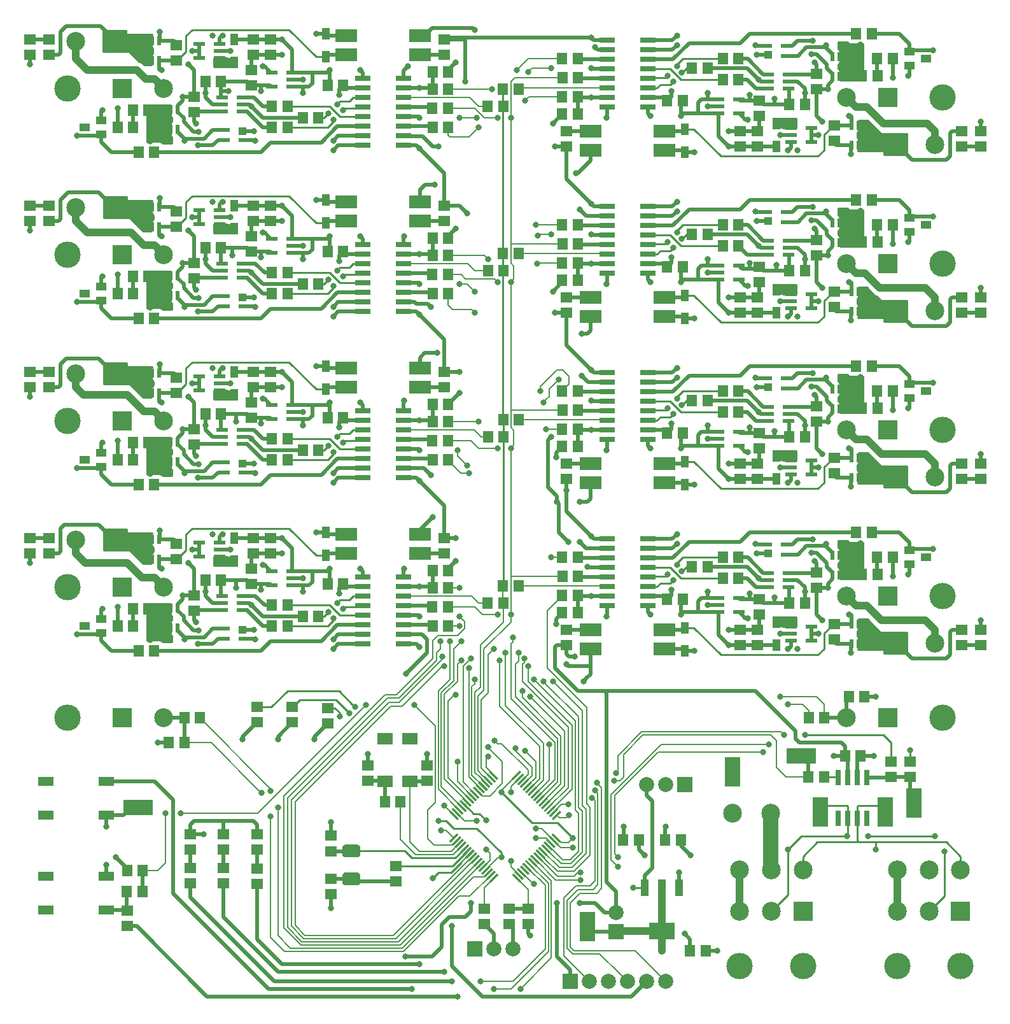
<source format=gtl>
G04 #@! TF.GenerationSoftware,KiCad,Pcbnew,(5.0.2)-1*
G04 #@! TF.CreationDate,2019-01-18T21:24:51-05:00*
G04 #@! TF.ProjectId,Slave,536c6176-652e-46b6-9963-61645f706362,rev?*
G04 #@! TF.SameCoordinates,Original*
G04 #@! TF.FileFunction,Copper,L1,Top*
G04 #@! TF.FilePolarity,Positive*
%FSLAX46Y46*%
G04 Gerber Fmt 4.6, Leading zero omitted, Abs format (unit mm)*
G04 Created by KiCad (PCBNEW (5.0.2)-1) date 1/18/2019 9:24:51 PM*
%MOMM*%
%LPD*%
G01*
G04 APERTURE LIST*
G04 #@! TA.AperFunction,SMDPad,CuDef*
%ADD10R,3.000000X1.700000*%
G04 #@! TD*
G04 #@! TA.AperFunction,SMDPad,CuDef*
%ADD11C,0.300000*%
G04 #@! TD*
G04 #@! TA.AperFunction,Conductor*
%ADD12C,0.100000*%
G04 #@! TD*
G04 #@! TA.AperFunction,SMDPad,CuDef*
%ADD13R,1.400000X1.500000*%
G04 #@! TD*
G04 #@! TA.AperFunction,SMDPad,CuDef*
%ADD14R,1.400000X1.000000*%
G04 #@! TD*
G04 #@! TA.AperFunction,SMDPad,CuDef*
%ADD15R,0.620000X1.220000*%
G04 #@! TD*
G04 #@! TA.AperFunction,SMDPad,CuDef*
%ADD16R,1.500000X1.400000*%
G04 #@! TD*
G04 #@! TA.AperFunction,ComponentPad*
%ADD17C,2.500000*%
G04 #@! TD*
G04 #@! TA.AperFunction,ComponentPad*
%ADD18R,2.500000X2.500000*%
G04 #@! TD*
G04 #@! TA.AperFunction,ComponentPad*
%ADD19C,3.508000*%
G04 #@! TD*
G04 #@! TA.AperFunction,SMDPad,CuDef*
%ADD20R,1.500000X0.550000*%
G04 #@! TD*
G04 #@! TA.AperFunction,SMDPad,CuDef*
%ADD21R,1.000000X1.500000*%
G04 #@! TD*
G04 #@! TA.AperFunction,SMDPad,CuDef*
%ADD22R,2.000000X0.750000*%
G04 #@! TD*
G04 #@! TA.AperFunction,SMDPad,CuDef*
%ADD23R,1.000000X0.600000*%
G04 #@! TD*
G04 #@! TA.AperFunction,SMDPad,CuDef*
%ADD24R,1.000000X1.000000*%
G04 #@! TD*
G04 #@! TA.AperFunction,ComponentPad*
%ADD25R,2.000000X2.000000*%
G04 #@! TD*
G04 #@! TA.AperFunction,ComponentPad*
%ADD26C,2.000000*%
G04 #@! TD*
G04 #@! TA.AperFunction,SMDPad,CuDef*
%ADD27R,2.000000X1.300000*%
G04 #@! TD*
G04 #@! TA.AperFunction,ComponentPad*
%ADD28R,2.000000X4.000000*%
G04 #@! TD*
G04 #@! TA.AperFunction,ComponentPad*
%ADD29R,4.000000X2.000000*%
G04 #@! TD*
G04 #@! TA.AperFunction,SMDPad,CuDef*
%ADD30R,1.000000X2.250000*%
G04 #@! TD*
G04 #@! TA.AperFunction,SMDPad,CuDef*
%ADD31R,3.500000X2.250000*%
G04 #@! TD*
G04 #@! TA.AperFunction,SMDPad,CuDef*
%ADD32R,0.750000X2.000000*%
G04 #@! TD*
G04 #@! TA.AperFunction,SMDPad,CuDef*
%ADD33R,2.000000X1.600000*%
G04 #@! TD*
G04 #@! TA.AperFunction,SMDPad,CuDef*
%ADD34C,1.700000*%
G04 #@! TD*
G04 #@! TA.AperFunction,ViaPad*
%ADD35C,0.800000*%
G04 #@! TD*
G04 #@! TA.AperFunction,Conductor*
%ADD36C,0.203200*%
G04 #@! TD*
G04 #@! TA.AperFunction,Conductor*
%ADD37C,0.508000*%
G04 #@! TD*
G04 #@! TA.AperFunction,Conductor*
%ADD38C,0.254000*%
G04 #@! TD*
G04 #@! TA.AperFunction,Conductor*
%ADD39C,1.000000*%
G04 #@! TD*
G04 #@! TA.AperFunction,Conductor*
%ADD40C,2.000000*%
G04 #@! TD*
G04 APERTURE END LIST*
D10*
G04 #@! TO.P,U501,1*
G04 #@! TO.N,Net-(R503-Pad1)*
X142060000Y-50546000D03*
G04 #@! TO.P,U501,2*
G04 #@! TO.N,/PWR_ENABLE*
X142060000Y-48006000D03*
G04 #@! TO.P,U501,3*
G04 #@! TO.N,/Module 1/CELL-*
X132260000Y-48006000D03*
G04 #@! TO.P,U501,4*
G04 #@! TO.N,Net-(D502-Pad1)*
X132260000Y-50546000D03*
G04 #@! TD*
D11*
G04 #@! TO.P,U201,1*
G04 #@! TO.N,/VBat*
X146592420Y-154682280D03*
D12*
G04 #@! TD*
G04 #@! TO.N,/VBat*
G04 #@! TO.C,U201*
G36*
X145956024Y-155106544D02*
X147016684Y-154045884D01*
X147228816Y-154258016D01*
X146168156Y-155318676D01*
X145956024Y-155106544D01*
X145956024Y-155106544D01*
G37*
D11*
G04 #@! TO.P,U201,2*
G04 #@! TO.N,/STM32F446/USER_BTN*
X146945973Y-155035833D03*
D12*
G04 #@! TD*
G04 #@! TO.N,/STM32F446/USER_BTN*
G04 #@! TO.C,U201*
G36*
X146309577Y-155460097D02*
X147370237Y-154399437D01*
X147582369Y-154611569D01*
X146521709Y-155672229D01*
X146309577Y-155460097D01*
X146309577Y-155460097D01*
G37*
D11*
G04 #@! TO.P,U201,3*
G04 #@! TO.N,Net-(C202-Pad1)*
X147299526Y-155389386D03*
D12*
G04 #@! TD*
G04 #@! TO.N,Net-(C202-Pad1)*
G04 #@! TO.C,U201*
G36*
X146663130Y-155813650D02*
X147723790Y-154752990D01*
X147935922Y-154965122D01*
X146875262Y-156025782D01*
X146663130Y-155813650D01*
X146663130Y-155813650D01*
G37*
D11*
G04 #@! TO.P,U201,4*
G04 #@! TO.N,Net-(R201-Pad1)*
X147653080Y-155742940D03*
D12*
G04 #@! TD*
G04 #@! TO.N,Net-(R201-Pad1)*
G04 #@! TO.C,U201*
G36*
X147016684Y-156167204D02*
X148077344Y-155106544D01*
X148289476Y-155318676D01*
X147228816Y-156379336D01*
X147016684Y-156167204D01*
X147016684Y-156167204D01*
G37*
D11*
G04 #@! TO.P,U201,5*
G04 #@! TO.N,Net-(C206-Pad1)*
X148006633Y-156096493D03*
D12*
G04 #@! TD*
G04 #@! TO.N,Net-(C206-Pad1)*
G04 #@! TO.C,U201*
G36*
X147370237Y-156520757D02*
X148430897Y-155460097D01*
X148643029Y-155672229D01*
X147582369Y-156732889D01*
X147370237Y-156520757D01*
X147370237Y-156520757D01*
G37*
D11*
G04 #@! TO.P,U201,6*
G04 #@! TO.N,Net-(R202-Pad1)*
X148360187Y-156450047D03*
D12*
G04 #@! TD*
G04 #@! TO.N,Net-(R202-Pad1)*
G04 #@! TO.C,U201*
G36*
X147723791Y-156874311D02*
X148784451Y-155813651D01*
X148996583Y-156025783D01*
X147935923Y-157086443D01*
X147723791Y-156874311D01*
X147723791Y-156874311D01*
G37*
D11*
G04 #@! TO.P,U201,7*
G04 #@! TO.N,/NRST*
X148713740Y-156803600D03*
D12*
G04 #@! TD*
G04 #@! TO.N,/NRST*
G04 #@! TO.C,U201*
G36*
X148077344Y-157227864D02*
X149138004Y-156167204D01*
X149350136Y-156379336D01*
X148289476Y-157439996D01*
X148077344Y-157227864D01*
X148077344Y-157227864D01*
G37*
D11*
G04 #@! TO.P,U201,8*
G04 #@! TO.N,/DATA_ENABLE_3*
X149067293Y-157157153D03*
D12*
G04 #@! TD*
G04 #@! TO.N,/DATA_ENABLE_3*
G04 #@! TO.C,U201*
G36*
X148430897Y-157581417D02*
X149491557Y-156520757D01*
X149703689Y-156732889D01*
X148643029Y-157793549D01*
X148430897Y-157581417D01*
X148430897Y-157581417D01*
G37*
D11*
G04 #@! TO.P,U201,9*
G04 #@! TO.N,/CS_3*
X149420847Y-157510707D03*
D12*
G04 #@! TD*
G04 #@! TO.N,/CS_3*
G04 #@! TO.C,U201*
G36*
X148784451Y-157934971D02*
X149845111Y-156874311D01*
X150057243Y-157086443D01*
X148996583Y-158147103D01*
X148784451Y-157934971D01*
X148784451Y-157934971D01*
G37*
D11*
G04 #@! TO.P,U201,10*
G04 #@! TO.N,/DATA_ENABLE_4*
X149774400Y-157864260D03*
D12*
G04 #@! TD*
G04 #@! TO.N,/DATA_ENABLE_4*
G04 #@! TO.C,U201*
G36*
X149138004Y-158288524D02*
X150198664Y-157227864D01*
X150410796Y-157439996D01*
X149350136Y-158500656D01*
X149138004Y-158288524D01*
X149138004Y-158288524D01*
G37*
D11*
G04 #@! TO.P,U201,11*
G04 #@! TO.N,/CS_4*
X150127953Y-158217813D03*
D12*
G04 #@! TD*
G04 #@! TO.N,/CS_4*
G04 #@! TO.C,U201*
G36*
X149491557Y-158642077D02*
X150552217Y-157581417D01*
X150764349Y-157793549D01*
X149703689Y-158854209D01*
X149491557Y-158642077D01*
X149491557Y-158642077D01*
G37*
D11*
G04 #@! TO.P,U201,12*
G04 #@! TO.N,DGND*
X150481507Y-158571367D03*
D12*
G04 #@! TD*
G04 #@! TO.N,DGND*
G04 #@! TO.C,U201*
G36*
X149845111Y-158995631D02*
X150905771Y-157934971D01*
X151117903Y-158147103D01*
X150057243Y-159207763D01*
X149845111Y-158995631D01*
X149845111Y-158995631D01*
G37*
D11*
G04 #@! TO.P,U201,13*
G04 #@! TO.N,VDD*
X150835060Y-158924920D03*
D12*
G04 #@! TD*
G04 #@! TO.N,VDD*
G04 #@! TO.C,U201*
G36*
X150198664Y-159349184D02*
X151259324Y-158288524D01*
X151471456Y-158500656D01*
X150410796Y-159561316D01*
X150198664Y-159349184D01*
X150198664Y-159349184D01*
G37*
D11*
G04 #@! TO.P,U201,14*
G04 #@! TO.N,/NTC_1_ADC*
X151188614Y-159278474D03*
D12*
G04 #@! TD*
G04 #@! TO.N,/NTC_1_ADC*
G04 #@! TO.C,U201*
G36*
X150552218Y-159702738D02*
X151612878Y-158642078D01*
X151825010Y-158854210D01*
X150764350Y-159914870D01*
X150552218Y-159702738D01*
X150552218Y-159702738D01*
G37*
D11*
G04 #@! TO.P,U201,15*
G04 #@! TO.N,/NTC_1_GPIO*
X151542167Y-159632027D03*
D12*
G04 #@! TD*
G04 #@! TO.N,/NTC_1_GPIO*
G04 #@! TO.C,U201*
G36*
X150905771Y-160056291D02*
X151966431Y-158995631D01*
X152178563Y-159207763D01*
X151117903Y-160268423D01*
X150905771Y-160056291D01*
X150905771Y-160056291D01*
G37*
D11*
G04 #@! TO.P,U201,16*
G04 #@! TO.N,/STM32F446/PA2*
X151895720Y-159985580D03*
D12*
G04 #@! TD*
G04 #@! TO.N,/STM32F446/PA2*
G04 #@! TO.C,U201*
G36*
X151259324Y-160409844D02*
X152319984Y-159349184D01*
X152532116Y-159561316D01*
X151471456Y-160621976D01*
X151259324Y-160409844D01*
X151259324Y-160409844D01*
G37*
D11*
G04 #@! TO.P,U201,34*
G04 #@! TO.N,/CAN2_TX*
X159886027Y-151288167D03*
D12*
G04 #@! TD*
G04 #@! TO.N,/CAN2_TX*
G04 #@! TO.C,U201*
G36*
X159249631Y-151712431D02*
X160310291Y-150651771D01*
X160522423Y-150863903D01*
X159461763Y-151924563D01*
X159249631Y-151712431D01*
X159249631Y-151712431D01*
G37*
D11*
G04 #@! TO.P,U201,35*
G04 #@! TO.N,/DATA_ENABLE_7*
X159532474Y-150934614D03*
D12*
G04 #@! TD*
G04 #@! TO.N,/DATA_ENABLE_7*
G04 #@! TO.C,U201*
G36*
X158896078Y-151358878D02*
X159956738Y-150298218D01*
X160168870Y-150510350D01*
X159108210Y-151571010D01*
X158896078Y-151358878D01*
X158896078Y-151358878D01*
G37*
D11*
G04 #@! TO.P,U201,36*
G04 #@! TO.N,/CS_7*
X159178920Y-150581060D03*
D12*
G04 #@! TD*
G04 #@! TO.N,/CS_7*
G04 #@! TO.C,U201*
G36*
X158542524Y-151005324D02*
X159603184Y-149944664D01*
X159815316Y-150156796D01*
X158754656Y-151217456D01*
X158542524Y-151005324D01*
X158542524Y-151005324D01*
G37*
D11*
G04 #@! TO.P,U201,37*
G04 #@! TO.N,/BALANCING_PWM_5*
X158825367Y-150227507D03*
D12*
G04 #@! TD*
G04 #@! TO.N,/BALANCING_PWM_5*
G04 #@! TO.C,U201*
G36*
X158188971Y-150651771D02*
X159249631Y-149591111D01*
X159461763Y-149803243D01*
X158401103Y-150863903D01*
X158188971Y-150651771D01*
X158188971Y-150651771D01*
G37*
D11*
G04 #@! TO.P,U201,38*
G04 #@! TO.N,/BALANCING_PWM_6*
X158471813Y-149873953D03*
D12*
G04 #@! TD*
G04 #@! TO.N,/BALANCING_PWM_6*
G04 #@! TO.C,U201*
G36*
X157835417Y-150298217D02*
X158896077Y-149237557D01*
X159108209Y-149449689D01*
X158047549Y-150510349D01*
X157835417Y-150298217D01*
X157835417Y-150298217D01*
G37*
D11*
G04 #@! TO.P,U201,39*
G04 #@! TO.N,/BALANCING_PWM_7*
X158118260Y-149520400D03*
D12*
G04 #@! TD*
G04 #@! TO.N,/BALANCING_PWM_7*
G04 #@! TO.C,U201*
G36*
X157481864Y-149944664D02*
X158542524Y-148884004D01*
X158754656Y-149096136D01*
X157693996Y-150156796D01*
X157481864Y-149944664D01*
X157481864Y-149944664D01*
G37*
D11*
G04 #@! TO.P,U201,40*
G04 #@! TO.N,/BALANCING_PWM_8*
X157764707Y-149166847D03*
D12*
G04 #@! TD*
G04 #@! TO.N,/BALANCING_PWM_8*
G04 #@! TO.C,U201*
G36*
X157128311Y-149591111D02*
X158188971Y-148530451D01*
X158401103Y-148742583D01*
X157340443Y-149803243D01*
X157128311Y-149591111D01*
X157128311Y-149591111D01*
G37*
D11*
G04 #@! TO.P,U201,41*
G04 #@! TO.N,/PWR_ENABLE_GPIO*
X157411153Y-148813293D03*
D12*
G04 #@! TD*
G04 #@! TO.N,/PWR_ENABLE_GPIO*
G04 #@! TO.C,U201*
G36*
X156774757Y-149237557D02*
X157835417Y-148176897D01*
X158047549Y-148389029D01*
X156986889Y-149449689D01*
X156774757Y-149237557D01*
X156774757Y-149237557D01*
G37*
D11*
G04 #@! TO.P,U201,42*
G04 #@! TO.N,/DATA_ENABLE_8*
X157057600Y-148459740D03*
D12*
G04 #@! TD*
G04 #@! TO.N,/DATA_ENABLE_8*
G04 #@! TO.C,U201*
G36*
X156421204Y-148884004D02*
X157481864Y-147823344D01*
X157693996Y-148035476D01*
X156633336Y-149096136D01*
X156421204Y-148884004D01*
X156421204Y-148884004D01*
G37*
D11*
G04 #@! TO.P,U201,43*
G04 #@! TO.N,/CS_8*
X156704047Y-148106187D03*
D12*
G04 #@! TD*
G04 #@! TO.N,/CS_8*
G04 #@! TO.C,U201*
G36*
X156067651Y-148530451D02*
X157128311Y-147469791D01*
X157340443Y-147681923D01*
X156279783Y-148742583D01*
X156067651Y-148530451D01*
X156067651Y-148530451D01*
G37*
D11*
G04 #@! TO.P,U201,44*
G04 #@! TO.N,/ID_1*
X156350493Y-147752633D03*
D12*
G04 #@! TD*
G04 #@! TO.N,/ID_1*
G04 #@! TO.C,U201*
G36*
X155714097Y-148176897D02*
X156774757Y-147116237D01*
X156986889Y-147328369D01*
X155926229Y-148389029D01*
X155714097Y-148176897D01*
X155714097Y-148176897D01*
G37*
D11*
G04 #@! TO.P,U201,45*
G04 #@! TO.N,/ID_2*
X155996940Y-147399080D03*
D12*
G04 #@! TD*
G04 #@! TO.N,/ID_2*
G04 #@! TO.C,U201*
G36*
X155360544Y-147823344D02*
X156421204Y-146762684D01*
X156633336Y-146974816D01*
X155572676Y-148035476D01*
X155360544Y-147823344D01*
X155360544Y-147823344D01*
G37*
D11*
G04 #@! TO.P,U201,46*
G04 #@! TO.N,/STM32F446/SWDIO*
X155643386Y-147045526D03*
D12*
G04 #@! TD*
G04 #@! TO.N,/STM32F446/SWDIO*
G04 #@! TO.C,U201*
G36*
X155006990Y-147469790D02*
X156067650Y-146409130D01*
X156279782Y-146621262D01*
X155219122Y-147681922D01*
X155006990Y-147469790D01*
X155006990Y-147469790D01*
G37*
D11*
G04 #@! TO.P,U201,47*
G04 #@! TO.N,DGND*
X155289833Y-146691973D03*
D12*
G04 #@! TD*
G04 #@! TO.N,DGND*
G04 #@! TO.C,U201*
G36*
X154653437Y-147116237D02*
X155714097Y-146055577D01*
X155926229Y-146267709D01*
X154865569Y-147328369D01*
X154653437Y-147116237D01*
X154653437Y-147116237D01*
G37*
D11*
G04 #@! TO.P,U201,48*
G04 #@! TO.N,VDD*
X154936280Y-146338420D03*
D12*
G04 #@! TD*
G04 #@! TO.N,VDD*
G04 #@! TO.C,U201*
G36*
X154299884Y-146762684D02*
X155360544Y-145702024D01*
X155572676Y-145914156D01*
X154512016Y-146974816D01*
X154299884Y-146762684D01*
X154299884Y-146762684D01*
G37*
D11*
G04 #@! TO.P,U201,33*
G04 #@! TO.N,/ID_0*
X160239580Y-151641720D03*
D12*
G04 #@! TD*
G04 #@! TO.N,/ID_0*
G04 #@! TO.C,U201*
G36*
X159603184Y-152065984D02*
X160663844Y-151005324D01*
X160875976Y-151217456D01*
X159815316Y-152278116D01*
X159603184Y-152065984D01*
X159603184Y-152065984D01*
G37*
D11*
G04 #@! TO.P,U201,17*
G04 #@! TO.N,/STM32F446/PA3*
X154936280Y-159985580D03*
D12*
G04 #@! TD*
G04 #@! TO.N,/STM32F446/PA3*
G04 #@! TO.C,U201*
G36*
X154299884Y-159561316D02*
X154512016Y-159349184D01*
X155572676Y-160409844D01*
X155360544Y-160621976D01*
X154299884Y-159561316D01*
X154299884Y-159561316D01*
G37*
D11*
G04 #@! TO.P,U201,18*
G04 #@! TO.N,DGND*
X155289833Y-159632027D03*
D12*
G04 #@! TD*
G04 #@! TO.N,DGND*
G04 #@! TO.C,U201*
G36*
X154653437Y-159207763D02*
X154865569Y-158995631D01*
X155926229Y-160056291D01*
X155714097Y-160268423D01*
X154653437Y-159207763D01*
X154653437Y-159207763D01*
G37*
D11*
G04 #@! TO.P,U201,19*
G04 #@! TO.N,VDD*
X155643386Y-159278474D03*
D12*
G04 #@! TD*
G04 #@! TO.N,VDD*
G04 #@! TO.C,U201*
G36*
X155006990Y-158854210D02*
X155219122Y-158642078D01*
X156279782Y-159702738D01*
X156067650Y-159914870D01*
X155006990Y-158854210D01*
X155006990Y-158854210D01*
G37*
D11*
G04 #@! TO.P,U201,20*
G04 #@! TO.N,N/C*
X155996940Y-158924920D03*
D12*
G04 #@! TD*
G04 #@! TO.N,N/C*
G04 #@! TO.C,U201*
G36*
X155360544Y-158500656D02*
X155572676Y-158288524D01*
X156633336Y-159349184D01*
X156421204Y-159561316D01*
X155360544Y-158500656D01*
X155360544Y-158500656D01*
G37*
D11*
G04 #@! TO.P,U201,21*
G04 #@! TO.N,/PA5*
X156350493Y-158571367D03*
D12*
G04 #@! TD*
G04 #@! TO.N,/PA5*
G04 #@! TO.C,U201*
G36*
X155714097Y-158147103D02*
X155926229Y-157934971D01*
X156986889Y-158995631D01*
X156774757Y-159207763D01*
X155714097Y-158147103D01*
X155714097Y-158147103D01*
G37*
D11*
G04 #@! TO.P,U201,22*
G04 #@! TO.N,/PA6*
X156704047Y-158217813D03*
D12*
G04 #@! TD*
G04 #@! TO.N,/PA6*
G04 #@! TO.C,U201*
G36*
X156067651Y-157793549D02*
X156279783Y-157581417D01*
X157340443Y-158642077D01*
X157128311Y-158854209D01*
X156067651Y-157793549D01*
X156067651Y-157793549D01*
G37*
D11*
G04 #@! TO.P,U201,23*
G04 #@! TO.N,/PA7*
X157057600Y-157864260D03*
D12*
G04 #@! TD*
G04 #@! TO.N,/PA7*
G04 #@! TO.C,U201*
G36*
X156421204Y-157439996D02*
X156633336Y-157227864D01*
X157693996Y-158288524D01*
X157481864Y-158500656D01*
X156421204Y-157439996D01*
X156421204Y-157439996D01*
G37*
D11*
G04 #@! TO.P,U201,24*
G04 #@! TO.N,/NTC_2_GPIO*
X157411153Y-157510707D03*
D12*
G04 #@! TD*
G04 #@! TO.N,/NTC_2_GPIO*
G04 #@! TO.C,U201*
G36*
X156774757Y-157086443D02*
X156986889Y-156874311D01*
X158047549Y-157934971D01*
X157835417Y-158147103D01*
X156774757Y-157086443D01*
X156774757Y-157086443D01*
G37*
D11*
G04 #@! TO.P,U201,25*
G04 #@! TO.N,/NTC_2_ADC*
X157764707Y-157157153D03*
D12*
G04 #@! TD*
G04 #@! TO.N,/NTC_2_ADC*
G04 #@! TO.C,U201*
G36*
X157128311Y-156732889D02*
X157340443Y-156520757D01*
X158401103Y-157581417D01*
X158188971Y-157793549D01*
X157128311Y-156732889D01*
X157128311Y-156732889D01*
G37*
D11*
G04 #@! TO.P,U201,26*
G04 #@! TO.N,/DATA_ENABLE_5*
X158118260Y-156803600D03*
D12*
G04 #@! TD*
G04 #@! TO.N,/DATA_ENABLE_5*
G04 #@! TO.C,U201*
G36*
X157481864Y-156379336D02*
X157693996Y-156167204D01*
X158754656Y-157227864D01*
X158542524Y-157439996D01*
X157481864Y-156379336D01*
X157481864Y-156379336D01*
G37*
D11*
G04 #@! TO.P,U201,27*
G04 #@! TO.N,/CS_5*
X158471813Y-156450047D03*
D12*
G04 #@! TD*
G04 #@! TO.N,/CS_5*
G04 #@! TO.C,U201*
G36*
X157835417Y-156025783D02*
X158047549Y-155813651D01*
X159108209Y-156874311D01*
X158896077Y-157086443D01*
X157835417Y-156025783D01*
X157835417Y-156025783D01*
G37*
D11*
G04 #@! TO.P,U201,28*
G04 #@! TO.N,/DATA_ENABLE_6*
X158825367Y-156096493D03*
D12*
G04 #@! TD*
G04 #@! TO.N,/DATA_ENABLE_6*
G04 #@! TO.C,U201*
G36*
X158188971Y-155672229D02*
X158401103Y-155460097D01*
X159461763Y-156520757D01*
X159249631Y-156732889D01*
X158188971Y-155672229D01*
X158188971Y-155672229D01*
G37*
D11*
G04 #@! TO.P,U201,29*
G04 #@! TO.N,/CS_6*
X159178920Y-155742940D03*
D12*
G04 #@! TD*
G04 #@! TO.N,/CS_6*
G04 #@! TO.C,U201*
G36*
X158542524Y-155318676D02*
X158754656Y-155106544D01*
X159815316Y-156167204D01*
X159603184Y-156379336D01*
X158542524Y-155318676D01*
X158542524Y-155318676D01*
G37*
D11*
G04 #@! TO.P,U201,30*
G04 #@! TO.N,Net-(C211-Pad2)*
X159532474Y-155389386D03*
D12*
G04 #@! TD*
G04 #@! TO.N,Net-(C211-Pad2)*
G04 #@! TO.C,U201*
G36*
X158896078Y-154965122D02*
X159108210Y-154752990D01*
X160168870Y-155813650D01*
X159956738Y-156025782D01*
X158896078Y-154965122D01*
X158896078Y-154965122D01*
G37*
D11*
G04 #@! TO.P,U201,31*
G04 #@! TO.N,DGND*
X159886027Y-155035833D03*
D12*
G04 #@! TD*
G04 #@! TO.N,DGND*
G04 #@! TO.C,U201*
G36*
X159249631Y-154611569D02*
X159461763Y-154399437D01*
X160522423Y-155460097D01*
X160310291Y-155672229D01*
X159249631Y-154611569D01*
X159249631Y-154611569D01*
G37*
D11*
G04 #@! TO.P,U201,32*
G04 #@! TO.N,VDD*
X160239580Y-154682280D03*
D12*
G04 #@! TD*
G04 #@! TO.N,VDD*
G04 #@! TO.C,U201*
G36*
X159603184Y-154258016D02*
X159815316Y-154045884D01*
X160875976Y-155106544D01*
X160663844Y-155318676D01*
X159603184Y-154258016D01*
X159603184Y-154258016D01*
G37*
D11*
G04 #@! TO.P,U201,49*
G04 #@! TO.N,/STM32F446/SWCLK*
X151895720Y-146338420D03*
D12*
G04 #@! TD*
G04 #@! TO.N,/STM32F446/SWCLK*
G04 #@! TO.C,U201*
G36*
X151259324Y-145914156D02*
X151471456Y-145702024D01*
X152532116Y-146762684D01*
X152319984Y-146974816D01*
X151259324Y-145914156D01*
X151259324Y-145914156D01*
G37*
D11*
G04 #@! TO.P,U201,50*
G04 #@! TO.N,/DATA_ENABLE_1*
X151542167Y-146691973D03*
D12*
G04 #@! TD*
G04 #@! TO.N,/DATA_ENABLE_1*
G04 #@! TO.C,U201*
G36*
X150905771Y-146267709D02*
X151117903Y-146055577D01*
X152178563Y-147116237D01*
X151966431Y-147328369D01*
X150905771Y-146267709D01*
X150905771Y-146267709D01*
G37*
D11*
G04 #@! TO.P,U201,51*
G04 #@! TO.N,/SCLK*
X151188614Y-147045526D03*
D12*
G04 #@! TD*
G04 #@! TO.N,/SCLK*
G04 #@! TO.C,U201*
G36*
X150552218Y-146621262D02*
X150764350Y-146409130D01*
X151825010Y-147469790D01*
X151612878Y-147681922D01*
X150552218Y-146621262D01*
X150552218Y-146621262D01*
G37*
D11*
G04 #@! TO.P,U201,52*
G04 #@! TO.N,/MISO*
X150835060Y-147399080D03*
D12*
G04 #@! TD*
G04 #@! TO.N,/MISO*
G04 #@! TO.C,U201*
G36*
X150198664Y-146974816D02*
X150410796Y-146762684D01*
X151471456Y-147823344D01*
X151259324Y-148035476D01*
X150198664Y-146974816D01*
X150198664Y-146974816D01*
G37*
D11*
G04 #@! TO.P,U201,53*
G04 #@! TO.N,/CS_1*
X150481507Y-147752633D03*
D12*
G04 #@! TD*
G04 #@! TO.N,/CS_1*
G04 #@! TO.C,U201*
G36*
X149845111Y-147328369D02*
X150057243Y-147116237D01*
X151117903Y-148176897D01*
X150905771Y-148389029D01*
X149845111Y-147328369D01*
X149845111Y-147328369D01*
G37*
D11*
G04 #@! TO.P,U201,54*
G04 #@! TO.N,/DATA_ENABLE_2*
X150127953Y-148106187D03*
D12*
G04 #@! TD*
G04 #@! TO.N,/DATA_ENABLE_2*
G04 #@! TO.C,U201*
G36*
X149491557Y-147681923D02*
X149703689Y-147469791D01*
X150764349Y-148530451D01*
X150552217Y-148742583D01*
X149491557Y-147681923D01*
X149491557Y-147681923D01*
G37*
D11*
G04 #@! TO.P,U201,55*
G04 #@! TO.N,/STM32F446/SWO*
X149774400Y-148459740D03*
D12*
G04 #@! TD*
G04 #@! TO.N,/STM32F446/SWO*
G04 #@! TO.C,U201*
G36*
X149138004Y-148035476D02*
X149350136Y-147823344D01*
X150410796Y-148884004D01*
X150198664Y-149096136D01*
X149138004Y-148035476D01*
X149138004Y-148035476D01*
G37*
D11*
G04 #@! TO.P,U201,56*
G04 #@! TO.N,/CS_2*
X149420847Y-148813293D03*
D12*
G04 #@! TD*
G04 #@! TO.N,/CS_2*
G04 #@! TO.C,U201*
G36*
X148784451Y-148389029D02*
X148996583Y-148176897D01*
X150057243Y-149237557D01*
X149845111Y-149449689D01*
X148784451Y-148389029D01*
X148784451Y-148389029D01*
G37*
D11*
G04 #@! TO.P,U201,57*
G04 #@! TO.N,/CAN2_RX*
X149067293Y-149166847D03*
D12*
G04 #@! TD*
G04 #@! TO.N,/CAN2_RX*
G04 #@! TO.C,U201*
G36*
X148430897Y-148742583D02*
X148643029Y-148530451D01*
X149703689Y-149591111D01*
X149491557Y-149803243D01*
X148430897Y-148742583D01*
X148430897Y-148742583D01*
G37*
D11*
G04 #@! TO.P,U201,58*
G04 #@! TO.N,/BALANCING_PWM_1*
X148713740Y-149520400D03*
D12*
G04 #@! TD*
G04 #@! TO.N,/BALANCING_PWM_1*
G04 #@! TO.C,U201*
G36*
X148077344Y-149096136D02*
X148289476Y-148884004D01*
X149350136Y-149944664D01*
X149138004Y-150156796D01*
X148077344Y-149096136D01*
X148077344Y-149096136D01*
G37*
D11*
G04 #@! TO.P,U201,59*
G04 #@! TO.N,/BALANCING_PWM_2*
X148360187Y-149873953D03*
D12*
G04 #@! TD*
G04 #@! TO.N,/BALANCING_PWM_2*
G04 #@! TO.C,U201*
G36*
X147723791Y-149449689D02*
X147935923Y-149237557D01*
X148996583Y-150298217D01*
X148784451Y-150510349D01*
X147723791Y-149449689D01*
X147723791Y-149449689D01*
G37*
D11*
G04 #@! TO.P,U201,60*
G04 #@! TO.N,Net-(R212-Pad2)*
X148006633Y-150227507D03*
D12*
G04 #@! TD*
G04 #@! TO.N,Net-(R212-Pad2)*
G04 #@! TO.C,U201*
G36*
X147370237Y-149803243D02*
X147582369Y-149591111D01*
X148643029Y-150651771D01*
X148430897Y-150863903D01*
X147370237Y-149803243D01*
X147370237Y-149803243D01*
G37*
D11*
G04 #@! TO.P,U201,61*
G04 #@! TO.N,/BALANCING_PWM_3*
X147653080Y-150581060D03*
D12*
G04 #@! TD*
G04 #@! TO.N,/BALANCING_PWM_3*
G04 #@! TO.C,U201*
G36*
X147016684Y-150156796D02*
X147228816Y-149944664D01*
X148289476Y-151005324D01*
X148077344Y-151217456D01*
X147016684Y-150156796D01*
X147016684Y-150156796D01*
G37*
D11*
G04 #@! TO.P,U201,62*
G04 #@! TO.N,/BALANCING_PWM_4*
X147299526Y-150934614D03*
D12*
G04 #@! TD*
G04 #@! TO.N,/BALANCING_PWM_4*
G04 #@! TO.C,U201*
G36*
X146663130Y-150510350D02*
X146875262Y-150298218D01*
X147935922Y-151358878D01*
X147723790Y-151571010D01*
X146663130Y-150510350D01*
X146663130Y-150510350D01*
G37*
D11*
G04 #@! TO.P,U201,63*
G04 #@! TO.N,DGND*
X146945973Y-151288167D03*
D12*
G04 #@! TD*
G04 #@! TO.N,DGND*
G04 #@! TO.C,U201*
G36*
X146309577Y-150863903D02*
X146521709Y-150651771D01*
X147582369Y-151712431D01*
X147370237Y-151924563D01*
X146309577Y-150863903D01*
X146309577Y-150863903D01*
G37*
D11*
G04 #@! TO.P,U201,64*
G04 #@! TO.N,VDD*
X146592420Y-151641720D03*
D12*
G04 #@! TD*
G04 #@! TO.N,VDD*
G04 #@! TO.C,U201*
G36*
X145956024Y-151217456D02*
X146168156Y-151005324D01*
X147228816Y-152065984D01*
X147016684Y-152278116D01*
X145956024Y-151217456D01*
X145956024Y-151217456D01*
G37*
D13*
G04 #@! TO.P,R3310,1*
G04 #@! TO.N,Net-(R3310-Pad1)*
X155194000Y-55118000D03*
G04 #@! TO.P,R3310,2*
G04 #@! TO.N,/MISO*
X153144000Y-55118000D03*
G04 #@! TD*
G04 #@! TO.P,R3304,1*
G04 #@! TO.N,Net-(R3304-Pad1)*
X163068000Y-51054000D03*
G04 #@! TO.P,R3304,2*
G04 #@! TO.N,/BALANCING_PWM_8*
X161018000Y-51054000D03*
G04 #@! TD*
G04 #@! TO.P,R3308,1*
G04 #@! TO.N,Net-(R3308-Pad1)*
X163086000Y-53594000D03*
G04 #@! TO.P,R3308,2*
G04 #@! TO.N,/SCLK*
X161036000Y-53594000D03*
G04 #@! TD*
G04 #@! TO.P,R3314,1*
G04 #@! TO.N,DGND*
X161018000Y-58420000D03*
G04 #@! TO.P,R3314,2*
G04 #@! TO.N,Net-(C3303-Pad2)*
X163068000Y-58420000D03*
G04 #@! TD*
G04 #@! TO.P,R3311,1*
G04 #@! TO.N,Net-(C3303-Pad2)*
X163068000Y-56134000D03*
G04 #@! TO.P,R3311,2*
G04 #@! TO.N,/DATA_ENABLE_8*
X161018000Y-56134000D03*
G04 #@! TD*
G04 #@! TO.P,R2910,1*
G04 #@! TO.N,Net-(R2910-Pad1)*
X155194000Y-76962000D03*
G04 #@! TO.P,R2910,2*
G04 #@! TO.N,/MISO*
X153144000Y-76962000D03*
G04 #@! TD*
G04 #@! TO.P,R2904,1*
G04 #@! TO.N,Net-(R2904-Pad1)*
X163068000Y-73152000D03*
G04 #@! TO.P,R2904,2*
G04 #@! TO.N,/BALANCING_PWM_7*
X161018000Y-73152000D03*
G04 #@! TD*
G04 #@! TO.P,R2911,1*
G04 #@! TO.N,Net-(C2903-Pad2)*
X163068000Y-78232000D03*
G04 #@! TO.P,R2911,2*
G04 #@! TO.N,/DATA_ENABLE_7*
X161018000Y-78232000D03*
G04 #@! TD*
G04 #@! TO.P,R2914,1*
G04 #@! TO.N,DGND*
X161018000Y-80518000D03*
G04 #@! TO.P,R2914,2*
G04 #@! TO.N,Net-(C2903-Pad2)*
X163068000Y-80518000D03*
G04 #@! TD*
G04 #@! TO.P,R2908,1*
G04 #@! TO.N,Net-(R2908-Pad1)*
X163086000Y-75692000D03*
G04 #@! TO.P,R2908,2*
G04 #@! TO.N,/SCLK*
X161036000Y-75692000D03*
G04 #@! TD*
G04 #@! TO.P,R2510,1*
G04 #@! TO.N,Net-(R2510-Pad1)*
X155212000Y-99060000D03*
G04 #@! TO.P,R2510,2*
G04 #@! TO.N,/MISO*
X153162000Y-99060000D03*
G04 #@! TD*
G04 #@! TO.P,R2504,1*
G04 #@! TO.N,Net-(R2504-Pad1)*
X163068000Y-95250000D03*
G04 #@! TO.P,R2504,2*
G04 #@! TO.N,/BALANCING_PWM_6*
X161018000Y-95250000D03*
G04 #@! TD*
G04 #@! TO.P,R2514,1*
G04 #@! TO.N,DGND*
X161018000Y-102616000D03*
G04 #@! TO.P,R2514,2*
G04 #@! TO.N,Net-(C2503-Pad2)*
X163068000Y-102616000D03*
G04 #@! TD*
G04 #@! TO.P,R2508,1*
G04 #@! TO.N,Net-(R2508-Pad1)*
X163086000Y-97790000D03*
G04 #@! TO.P,R2508,2*
G04 #@! TO.N,/SCLK*
X161036000Y-97790000D03*
G04 #@! TD*
G04 #@! TO.P,R2511,1*
G04 #@! TO.N,Net-(C2503-Pad2)*
X163068000Y-100330000D03*
G04 #@! TO.P,R2511,2*
G04 #@! TO.N,/DATA_ENABLE_6*
X161018000Y-100330000D03*
G04 #@! TD*
G04 #@! TO.P,R2110,1*
G04 #@! TO.N,Net-(R2110-Pad1)*
X155194000Y-121158000D03*
G04 #@! TO.P,R2110,2*
G04 #@! TO.N,/MISO*
X153144000Y-121158000D03*
G04 #@! TD*
G04 #@! TO.P,R2104,1*
G04 #@! TO.N,Net-(R2104-Pad1)*
X163068000Y-117348000D03*
G04 #@! TO.P,R2104,2*
G04 #@! TO.N,/BALANCING_PWM_5*
X161018000Y-117348000D03*
G04 #@! TD*
G04 #@! TO.P,R2111,1*
G04 #@! TO.N,Net-(C2103-Pad2)*
X163068000Y-122428000D03*
G04 #@! TO.P,R2111,2*
G04 #@! TO.N,/DATA_ENABLE_5*
X161018000Y-122428000D03*
G04 #@! TD*
G04 #@! TO.P,R2108,1*
G04 #@! TO.N,Net-(R2108-Pad1)*
X163086000Y-119888000D03*
G04 #@! TO.P,R2108,2*
G04 #@! TO.N,/SCLK*
X161036000Y-119888000D03*
G04 #@! TD*
G04 #@! TO.P,R2114,1*
G04 #@! TO.N,DGND*
X161018000Y-124714000D03*
G04 #@! TO.P,R2114,2*
G04 #@! TO.N,Net-(C2103-Pad2)*
X163068000Y-124714000D03*
G04 #@! TD*
G04 #@! TO.P,R1710,1*
G04 #@! TO.N,Net-(R1710-Pad1)*
X151112000Y-123444000D03*
G04 #@! TO.P,R1710,2*
G04 #@! TO.N,/MISO*
X153162000Y-123444000D03*
G04 #@! TD*
G04 #@! TO.P,R1704,1*
G04 #@! TO.N,Net-(R1704-Pad1)*
X143764000Y-126492000D03*
G04 #@! TO.P,R1704,2*
G04 #@! TO.N,/BALANCING_PWM_4*
X145814000Y-126492000D03*
G04 #@! TD*
G04 #@! TO.P,R1711,1*
G04 #@! TO.N,Net-(C1703-Pad2)*
X143764000Y-121412000D03*
G04 #@! TO.P,R1711,2*
G04 #@! TO.N,/DATA_ENABLE_4*
X145814000Y-121412000D03*
G04 #@! TD*
G04 #@! TO.P,R1714,1*
G04 #@! TO.N,DGND*
X145814000Y-119126000D03*
G04 #@! TO.P,R1714,2*
G04 #@! TO.N,Net-(C1703-Pad2)*
X143764000Y-119126000D03*
G04 #@! TD*
G04 #@! TO.P,R1708,1*
G04 #@! TO.N,Net-(R1708-Pad1)*
X143746000Y-123952000D03*
G04 #@! TO.P,R1708,2*
G04 #@! TO.N,/SCLK*
X145796000Y-123952000D03*
G04 #@! TD*
G04 #@! TO.P,R1310,1*
G04 #@! TO.N,Net-(R1310-Pad1)*
X151130000Y-101346000D03*
G04 #@! TO.P,R1310,2*
G04 #@! TO.N,/MISO*
X153180000Y-101346000D03*
G04 #@! TD*
G04 #@! TO.P,R1314,1*
G04 #@! TO.N,DGND*
X145814000Y-97028000D03*
G04 #@! TO.P,R1314,2*
G04 #@! TO.N,Net-(C1303-Pad2)*
X143764000Y-97028000D03*
G04 #@! TD*
G04 #@! TO.P,R1304,1*
G04 #@! TO.N,Net-(R1304-Pad1)*
X143764000Y-104394000D03*
G04 #@! TO.P,R1304,2*
G04 #@! TO.N,/BALANCING_PWM_3*
X145814000Y-104394000D03*
G04 #@! TD*
G04 #@! TO.P,R1311,1*
G04 #@! TO.N,Net-(C1303-Pad2)*
X143764000Y-99314000D03*
G04 #@! TO.P,R1311,2*
G04 #@! TO.N,/DATA_ENABLE_3*
X145814000Y-99314000D03*
G04 #@! TD*
G04 #@! TO.P,R1308,1*
G04 #@! TO.N,Net-(R1308-Pad1)*
X143746000Y-101854000D03*
G04 #@! TO.P,R1308,2*
G04 #@! TO.N,/SCLK*
X145796000Y-101854000D03*
G04 #@! TD*
G04 #@! TO.P,R910,1*
G04 #@! TO.N,Net-(R910-Pad1)*
X151130000Y-79248000D03*
G04 #@! TO.P,R910,2*
G04 #@! TO.N,/MISO*
X153180000Y-79248000D03*
G04 #@! TD*
G04 #@! TO.P,R904,1*
G04 #@! TO.N,Net-(R904-Pad1)*
X143764000Y-82296000D03*
G04 #@! TO.P,R904,2*
G04 #@! TO.N,/BALANCING_PWM_2*
X145814000Y-82296000D03*
G04 #@! TD*
G04 #@! TO.P,R914,1*
G04 #@! TO.N,DGND*
X145814000Y-74930000D03*
G04 #@! TO.P,R914,2*
G04 #@! TO.N,Net-(C903-Pad2)*
X143764000Y-74930000D03*
G04 #@! TD*
G04 #@! TO.P,R911,1*
G04 #@! TO.N,Net-(C903-Pad2)*
X143764000Y-77216000D03*
G04 #@! TO.P,R911,2*
G04 #@! TO.N,/DATA_ENABLE_2*
X145814000Y-77216000D03*
G04 #@! TD*
G04 #@! TO.P,R908,1*
G04 #@! TO.N,Net-(R908-Pad1)*
X143746000Y-79756000D03*
G04 #@! TO.P,R908,2*
G04 #@! TO.N,/SCLK*
X145796000Y-79756000D03*
G04 #@! TD*
D14*
G04 #@! TO.P,D3602,3*
G04 #@! TO.N,N/C*
X209380000Y-51054000D03*
G04 #@! TO.P,D3602,2*
G04 #@! TO.N,/Module 8/CELL-*
X207180000Y-52004000D03*
G04 #@! TO.P,D3602,1*
G04 #@! TO.N,Net-(D3602-Pad1)*
X207180000Y-50104000D03*
G04 #@! TD*
D15*
G04 #@! TO.P,Q3601,4*
G04 #@! TO.N,/Module 8/CELL_Voltage*
X196982000Y-53420000D03*
G04 #@! TO.P,Q3601,5*
G04 #@! TO.N,/Module 8/Balancing/Drain_P_Mosfet*
X197932000Y-53420000D03*
G04 #@! TO.P,Q3601,6*
X198882000Y-53420000D03*
G04 #@! TO.P,Q3601,1*
X198882000Y-50800000D03*
G04 #@! TO.P,Q3601,3*
G04 #@! TO.N,Net-(Q3601-Pad3)*
X196982000Y-50800000D03*
G04 #@! TO.P,Q3601,2*
G04 #@! TO.N,/Module 8/Balancing/Drain_P_Mosfet*
X197932000Y-50800000D03*
G04 #@! TD*
D13*
G04 #@! TO.P,R3602,1*
G04 #@! TO.N,/Module 8/Balancing/Drain_P_Mosfet*
X200896000Y-53340000D03*
G04 #@! TO.P,R3602,2*
G04 #@! TO.N,Net-(D3601-Pad2)*
X202946000Y-53340000D03*
G04 #@! TD*
D16*
G04 #@! TO.P,R3501,1*
G04 #@! TO.N,/Module 8/CELL_Voltage*
X194818000Y-55136000D03*
G04 #@! TO.P,R3501,2*
G04 #@! TO.N,Net-(C3503-Pad2)*
X194818000Y-53086000D03*
G04 #@! TD*
D13*
G04 #@! TO.P,D3601,1*
G04 #@! TO.N,Net-(D3601-Pad1)*
X204978000Y-51054000D03*
G04 #@! TO.P,D3601,2*
G04 #@! TO.N,Net-(D3601-Pad2)*
X202928000Y-51054000D03*
G04 #@! TD*
G04 #@! TO.P,R3606,1*
G04 #@! TO.N,/Module 8/BALANCE_PWM*
X200134000Y-47752000D03*
G04 #@! TO.P,R3606,2*
G04 #@! TO.N,Net-(D3602-Pad1)*
X202184000Y-47752000D03*
G04 #@! TD*
D17*
G04 #@! TO.P,J3301,2*
G04 #@! TO.N,Net-(F3301-Pad1)*
X198826000Y-56238000D03*
D18*
G04 #@! TO.P,J3301,1*
G04 #@! TO.N,/Module 8/CELL-*
X204326000Y-56238000D03*
D19*
G04 #@! TO.P,J3301,3*
G04 #@! TO.N,N/C*
X211626000Y-56238000D03*
G04 #@! TD*
D15*
G04 #@! TO.P,Q3301,4*
G04 #@! TO.N,Net-(Q3301-Pad4)*
X199462641Y-62531987D03*
G04 #@! TO.P,Q3301,5*
G04 #@! TO.N,/Module 8/CELL+*
X200412641Y-62531987D03*
G04 #@! TO.P,Q3301,6*
X201362641Y-62531987D03*
G04 #@! TO.P,Q3301,1*
X201362641Y-59911987D03*
G04 #@! TO.P,Q3301,3*
G04 #@! TO.N,Net-(D3302-Pad1)*
X199462641Y-59911987D03*
G04 #@! TO.P,Q3301,2*
G04 #@! TO.N,/Module 8/CELL+*
X200412641Y-59911987D03*
G04 #@! TD*
D16*
G04 #@! TO.P,R3302,1*
G04 #@! TO.N,Net-(D3302-Pad1)*
X197176641Y-59911987D03*
G04 #@! TO.P,R3302,2*
G04 #@! TO.N,Net-(Q3301-Pad4)*
X197176641Y-61961987D03*
G04 #@! TD*
G04 #@! TO.P,R3301,1*
G04 #@! TO.N,Net-(D3301-Pad1)*
X214122000Y-62738000D03*
G04 #@! TO.P,R3301,2*
G04 #@! TO.N,/Module 8/CELL+*
X214122000Y-60688000D03*
G04 #@! TD*
G04 #@! TO.P,D3301,1*
G04 #@! TO.N,Net-(D3301-Pad1)*
X216662000Y-62756000D03*
G04 #@! TO.P,D3301,2*
G04 #@! TO.N,/Module 8/CELL-*
X216662000Y-60706000D03*
G04 #@! TD*
G04 #@! TO.P,C3403,1*
G04 #@! TO.N,/Module 8/CELL-*
X184658000Y-60688000D03*
G04 #@! TO.P,C3403,2*
G04 #@! TO.N,/Module 8/BVDD*
X184658000Y-62738000D03*
G04 #@! TD*
D20*
G04 #@! TO.P,U3401,4*
G04 #@! TO.N,/Module 8/CELL_Voltage*
X194136000Y-62164000D03*
G04 #@! TO.P,U3401,5*
X194136000Y-60264000D03*
G04 #@! TO.P,U3401,1*
G04 #@! TO.N,/Module 8/Power Supply Front End/SW*
X191436000Y-60264000D03*
G04 #@! TO.P,U3401,3*
G04 #@! TO.N,Net-(R3401-Pad1)*
X191436000Y-62164000D03*
G04 #@! TO.P,U3401,2*
G04 #@! TO.N,/Module 8/CELL-*
X191436000Y-61214000D03*
G04 #@! TD*
D21*
G04 #@! TO.P,D3401,1*
G04 #@! TO.N,/Module 8/BVDD*
X189484000Y-62764000D03*
G04 #@! TO.P,D3401,2*
G04 #@! TO.N,/Module 8/Power Supply Front End/SW*
X189484000Y-59664000D03*
G04 #@! TD*
D16*
G04 #@! TO.P,C3402,1*
G04 #@! TO.N,/Module 8/CELL-*
X186944000Y-60688000D03*
G04 #@! TO.P,C3402,2*
G04 #@! TO.N,/Module 8/BVDD*
X186944000Y-62738000D03*
G04 #@! TD*
D21*
G04 #@! TO.P,D3302,1*
G04 #@! TO.N,Net-(D3302-Pad1)*
X177292000Y-60426000D03*
G04 #@! TO.P,D3302,2*
G04 #@! TO.N,/Module 8/CELL-*
X177292000Y-63526000D03*
G04 #@! TD*
D13*
G04 #@! TO.P,R3309,1*
G04 #@! TO.N,/Module 8/Voltage Reading/SDATA*
X180340000Y-52324000D03*
G04 #@! TO.P,R3309,2*
G04 #@! TO.N,/Module 8/SDATA*
X178290000Y-52324000D03*
G04 #@! TD*
D22*
G04 #@! TO.P,U3302,16*
G04 #@! TO.N,/Module 8/BVDD*
X172372000Y-48641000D03*
G04 #@! TO.P,U3302,15*
G04 #@! TO.N,/Module 8/CELL-*
X172372000Y-49911000D03*
G04 #@! TO.P,U3302,14*
G04 #@! TO.N,/Module 8/BALANCE_PWM*
X172372000Y-51181000D03*
G04 #@! TO.P,U3302,13*
G04 #@! TO.N,/Module 8/CS*
X172372000Y-52451000D03*
G04 #@! TO.P,U3302,12*
G04 #@! TO.N,/Module 8/SCLK*
X172372000Y-53721000D03*
G04 #@! TO.P,U3302,11*
G04 #@! TO.N,/Module 8/SDATA*
X172372000Y-54991000D03*
G04 #@! TO.P,U3302,10*
G04 #@! TO.N,Net-(C3304-Pad2)*
X172372000Y-56261000D03*
G04 #@! TO.P,U3302,9*
G04 #@! TO.N,/Module 8/CELL-*
X172372000Y-57531000D03*
G04 #@! TO.P,U3302,5*
G04 #@! TO.N,Net-(R3308-Pad1)*
X166972000Y-53721000D03*
G04 #@! TO.P,U3302,6*
G04 #@! TO.N,Net-(R3310-Pad1)*
X166972000Y-54991000D03*
G04 #@! TO.P,U3302,7*
G04 #@! TO.N,Net-(C3303-Pad2)*
X166972000Y-56261000D03*
G04 #@! TO.P,U3302,8*
G04 #@! TO.N,DGND*
X166972000Y-57531000D03*
G04 #@! TO.P,U3302,4*
G04 #@! TO.N,Net-(R3306-Pad1)*
X166972000Y-52451000D03*
G04 #@! TO.P,U3302,3*
G04 #@! TO.N,Net-(R3304-Pad1)*
X166972000Y-51181000D03*
G04 #@! TO.P,U3302,2*
G04 #@! TO.N,DGND*
X166972000Y-49911000D03*
G04 #@! TO.P,U3302,1*
G04 #@! TO.N,VDD*
X166972000Y-48641000D03*
G04 #@! TD*
D10*
G04 #@! TO.P,U3301,1*
G04 #@! TO.N,Net-(R3303-Pad1)*
X164772000Y-60706000D03*
G04 #@! TO.P,U3301,2*
G04 #@! TO.N,/PWR_ENABLE*
X164772000Y-63246000D03*
G04 #@! TO.P,U3301,3*
G04 #@! TO.N,/Module 8/CELL-*
X174572000Y-63246000D03*
G04 #@! TO.P,U3301,4*
G04 #@! TO.N,Net-(D3302-Pad1)*
X174572000Y-60706000D03*
G04 #@! TD*
D13*
G04 #@! TO.P,R3313,1*
G04 #@! TO.N,Net-(C3304-Pad2)*
X174988000Y-56642000D03*
G04 #@! TO.P,R3313,2*
G04 #@! TO.N,/Module 8/BVDD*
X177038000Y-56642000D03*
G04 #@! TD*
D16*
G04 #@! TO.P,R3303,1*
G04 #@! TO.N,Net-(R3303-Pad1)*
X161544000Y-60688000D03*
G04 #@! TO.P,R3303,2*
G04 #@! TO.N,VDD*
X161544000Y-62738000D03*
G04 #@! TD*
G04 #@! TO.P,C3404,1*
G04 #@! TO.N,/Module 8/CELL-*
X187198000Y-58692000D03*
G04 #@! TO.P,C3404,2*
G04 #@! TO.N,/Module 8/+VREF*
X187198000Y-56642000D03*
G04 #@! TD*
D23*
G04 #@! TO.P,U3601,3*
G04 #@! TO.N,Net-(Q3601-Pad3)*
X190584000Y-50688000D03*
G04 #@! TO.P,U3601,4*
G04 #@! TO.N,/Module 8/CELL_Voltage*
X190584000Y-49388000D03*
D24*
G04 #@! TO.P,U3601,2*
G04 #@! TO.N,/Module 8/CELL-*
X188384000Y-50538000D03*
D23*
G04 #@! TO.P,U3601,1*
G04 #@! TO.N,Net-(R3603-Pad1)*
X188384000Y-49388000D03*
G04 #@! TD*
D13*
G04 #@! TO.P,C3502,1*
G04 #@! TO.N,/Module 8/+VREF*
X191244000Y-57150000D03*
G04 #@! TO.P,C3502,2*
G04 #@! TO.N,/Module 8/CELL-*
X193294000Y-57150000D03*
G04 #@! TD*
D20*
G04 #@! TO.P,U3402,4*
G04 #@! TO.N,Net-(R3403-Pad1)*
X184484000Y-58354000D03*
G04 #@! TO.P,U3402,5*
G04 #@! TO.N,/Module 8/+VREF*
X184484000Y-56454000D03*
G04 #@! TO.P,U3402,1*
G04 #@! TO.N,/Module 8/BVDD*
X181784000Y-56454000D03*
G04 #@! TO.P,U3402,3*
X181784000Y-58354000D03*
G04 #@! TO.P,U3402,2*
G04 #@! TO.N,/Module 8/CELL-*
X181784000Y-57404000D03*
G04 #@! TD*
D13*
G04 #@! TO.P,R3305,1*
G04 #@! TO.N,/Module 8/Voltage Reading/CS*
X184422000Y-53848000D03*
G04 #@! TO.P,R3305,2*
G04 #@! TO.N,/Module 8/CS*
X182372000Y-53848000D03*
G04 #@! TD*
G04 #@! TO.P,R3307,1*
G04 #@! TO.N,/Module 8/Voltage Reading/SCLK*
X184422000Y-51054000D03*
G04 #@! TO.P,R3307,2*
G04 #@! TO.N,/Module 8/SCLK*
X182372000Y-51054000D03*
G04 #@! TD*
D20*
G04 #@! TO.P,U3501,4*
G04 #@! TO.N,/Module 8/Voltage Reading/SCLK*
X188388000Y-53152000D03*
G04 #@! TO.P,U3501,5*
G04 #@! TO.N,/Module 8/Voltage Reading/SDATA*
X188388000Y-54102000D03*
G04 #@! TO.P,U3501,6*
G04 #@! TO.N,/Module 8/Voltage Reading/CS*
X188388000Y-55052000D03*
G04 #@! TO.P,U3501,1*
G04 #@! TO.N,/Module 8/+VREF*
X191088000Y-55052000D03*
G04 #@! TO.P,U3501,3*
G04 #@! TO.N,Net-(C3503-Pad2)*
X191088000Y-53152000D03*
G04 #@! TO.P,U3501,2*
G04 #@! TO.N,/Module 8/CELL-*
X191088000Y-54102000D03*
G04 #@! TD*
D13*
G04 #@! TO.P,D3201,1*
G04 #@! TO.N,Net-(D3201-Pad1)*
X204978000Y-73152000D03*
G04 #@! TO.P,D3201,2*
G04 #@! TO.N,Net-(D3201-Pad2)*
X202928000Y-73152000D03*
G04 #@! TD*
G04 #@! TO.P,R3202,1*
G04 #@! TO.N,/Module 7/Balancing/Drain_P_Mosfet*
X200896000Y-75438000D03*
G04 #@! TO.P,R3202,2*
G04 #@! TO.N,Net-(D3201-Pad2)*
X202946000Y-75438000D03*
G04 #@! TD*
D15*
G04 #@! TO.P,Q3201,4*
G04 #@! TO.N,/Module 7/CELL_Voltage*
X196982000Y-75518000D03*
G04 #@! TO.P,Q3201,5*
G04 #@! TO.N,/Module 7/Balancing/Drain_P_Mosfet*
X197932000Y-75518000D03*
G04 #@! TO.P,Q3201,6*
X198882000Y-75518000D03*
G04 #@! TO.P,Q3201,1*
X198882000Y-72898000D03*
G04 #@! TO.P,Q3201,3*
G04 #@! TO.N,Net-(Q3201-Pad3)*
X196982000Y-72898000D03*
G04 #@! TO.P,Q3201,2*
G04 #@! TO.N,/Module 7/Balancing/Drain_P_Mosfet*
X197932000Y-72898000D03*
G04 #@! TD*
G04 #@! TO.P,Q2901,4*
G04 #@! TO.N,Net-(Q2901-Pad4)*
X199462641Y-84629987D03*
G04 #@! TO.P,Q2901,5*
G04 #@! TO.N,/Module 7/CELL+*
X200412641Y-84629987D03*
G04 #@! TO.P,Q2901,6*
X201362641Y-84629987D03*
G04 #@! TO.P,Q2901,1*
X201362641Y-82009987D03*
G04 #@! TO.P,Q2901,3*
G04 #@! TO.N,Net-(D2902-Pad1)*
X199462641Y-82009987D03*
G04 #@! TO.P,Q2901,2*
G04 #@! TO.N,/Module 7/CELL+*
X200412641Y-82009987D03*
G04 #@! TD*
D16*
G04 #@! TO.P,R2902,1*
G04 #@! TO.N,Net-(D2902-Pad1)*
X197176641Y-82009987D03*
G04 #@! TO.P,R2902,2*
G04 #@! TO.N,Net-(Q2901-Pad4)*
X197176641Y-84059987D03*
G04 #@! TD*
D13*
G04 #@! TO.P,R2907,1*
G04 #@! TO.N,/Module 7/Voltage Reading/SCLK*
X184422000Y-73152000D03*
G04 #@! TO.P,R2907,2*
G04 #@! TO.N,/Module 7/SCLK*
X182372000Y-73152000D03*
G04 #@! TD*
G04 #@! TO.P,R2905,1*
G04 #@! TO.N,/Module 7/Voltage Reading/CS*
X184422000Y-75946000D03*
G04 #@! TO.P,R2905,2*
G04 #@! TO.N,/Module 7/CS*
X182372000Y-75946000D03*
G04 #@! TD*
D20*
G04 #@! TO.P,U3002,4*
G04 #@! TO.N,Net-(R3003-Pad1)*
X184484000Y-80452000D03*
G04 #@! TO.P,U3002,5*
G04 #@! TO.N,/Module 7/+VREF*
X184484000Y-78552000D03*
G04 #@! TO.P,U3002,1*
G04 #@! TO.N,/Module 7/BVDD*
X181784000Y-78552000D03*
G04 #@! TO.P,U3002,3*
X181784000Y-80452000D03*
G04 #@! TO.P,U3002,2*
G04 #@! TO.N,/Module 7/CELL-*
X181784000Y-79502000D03*
G04 #@! TD*
G04 #@! TO.P,U3101,4*
G04 #@! TO.N,/Module 7/Voltage Reading/SCLK*
X188388000Y-75250000D03*
G04 #@! TO.P,U3101,5*
G04 #@! TO.N,/Module 7/Voltage Reading/SDATA*
X188388000Y-76200000D03*
G04 #@! TO.P,U3101,6*
G04 #@! TO.N,/Module 7/Voltage Reading/CS*
X188388000Y-77150000D03*
G04 #@! TO.P,U3101,1*
G04 #@! TO.N,/Module 7/+VREF*
X191088000Y-77150000D03*
G04 #@! TO.P,U3101,3*
G04 #@! TO.N,Net-(C3103-Pad2)*
X191088000Y-75250000D03*
G04 #@! TO.P,U3101,2*
G04 #@! TO.N,/Module 7/CELL-*
X191088000Y-76200000D03*
G04 #@! TD*
D16*
G04 #@! TO.P,R3101,1*
G04 #@! TO.N,/Module 7/CELL_Voltage*
X194818000Y-77234000D03*
G04 #@! TO.P,R3101,2*
G04 #@! TO.N,Net-(C3103-Pad2)*
X194818000Y-75184000D03*
G04 #@! TD*
D13*
G04 #@! TO.P,C3102,1*
G04 #@! TO.N,/Module 7/+VREF*
X191244000Y-79248000D03*
G04 #@! TO.P,C3102,2*
G04 #@! TO.N,/Module 7/CELL-*
X193294000Y-79248000D03*
G04 #@! TD*
D23*
G04 #@! TO.P,U3201,3*
G04 #@! TO.N,Net-(Q3201-Pad3)*
X190584000Y-72786000D03*
G04 #@! TO.P,U3201,4*
G04 #@! TO.N,/Module 7/CELL_Voltage*
X190584000Y-71486000D03*
D24*
G04 #@! TO.P,U3201,2*
G04 #@! TO.N,/Module 7/CELL-*
X188384000Y-72636000D03*
D23*
G04 #@! TO.P,U3201,1*
G04 #@! TO.N,Net-(R3203-Pad1)*
X188384000Y-71486000D03*
G04 #@! TD*
D16*
G04 #@! TO.P,C3004,1*
G04 #@! TO.N,/Module 7/CELL-*
X187198000Y-80790000D03*
G04 #@! TO.P,C3004,2*
G04 #@! TO.N,/Module 7/+VREF*
X187198000Y-78740000D03*
G04 #@! TD*
G04 #@! TO.P,C3002,1*
G04 #@! TO.N,/Module 7/CELL-*
X186944000Y-82786000D03*
G04 #@! TO.P,C3002,2*
G04 #@! TO.N,/Module 7/BVDD*
X186944000Y-84836000D03*
G04 #@! TD*
D20*
G04 #@! TO.P,U3001,4*
G04 #@! TO.N,/Module 7/CELL_Voltage*
X194136000Y-84262000D03*
G04 #@! TO.P,U3001,5*
X194136000Y-82362000D03*
G04 #@! TO.P,U3001,1*
G04 #@! TO.N,/Module 7/Power Supply Front End/SW*
X191436000Y-82362000D03*
G04 #@! TO.P,U3001,3*
G04 #@! TO.N,Net-(R3001-Pad1)*
X191436000Y-84262000D03*
G04 #@! TO.P,U3001,2*
G04 #@! TO.N,/Module 7/CELL-*
X191436000Y-83312000D03*
G04 #@! TD*
D16*
G04 #@! TO.P,C3003,1*
G04 #@! TO.N,/Module 7/CELL-*
X184658000Y-82786000D03*
G04 #@! TO.P,C3003,2*
G04 #@! TO.N,/Module 7/BVDD*
X184658000Y-84836000D03*
G04 #@! TD*
D21*
G04 #@! TO.P,D3001,1*
G04 #@! TO.N,/Module 7/BVDD*
X189484000Y-84862000D03*
G04 #@! TO.P,D3001,2*
G04 #@! TO.N,/Module 7/Power Supply Front End/SW*
X189484000Y-81762000D03*
G04 #@! TD*
D13*
G04 #@! TO.P,R2913,1*
G04 #@! TO.N,Net-(C2904-Pad2)*
X174988000Y-78740000D03*
G04 #@! TO.P,R2913,2*
G04 #@! TO.N,/Module 7/BVDD*
X177038000Y-78740000D03*
G04 #@! TD*
D10*
G04 #@! TO.P,U2901,1*
G04 #@! TO.N,Net-(R2903-Pad1)*
X164772000Y-82804000D03*
G04 #@! TO.P,U2901,2*
G04 #@! TO.N,/PWR_ENABLE*
X164772000Y-85344000D03*
G04 #@! TO.P,U2901,3*
G04 #@! TO.N,/Module 7/CELL-*
X174572000Y-85344000D03*
G04 #@! TO.P,U2901,4*
G04 #@! TO.N,Net-(D2902-Pad1)*
X174572000Y-82804000D03*
G04 #@! TD*
D22*
G04 #@! TO.P,U2902,16*
G04 #@! TO.N,/Module 7/BVDD*
X172372000Y-70739000D03*
G04 #@! TO.P,U2902,15*
G04 #@! TO.N,/Module 7/CELL-*
X172372000Y-72009000D03*
G04 #@! TO.P,U2902,14*
G04 #@! TO.N,/Module 7/BALANCE_PWM*
X172372000Y-73279000D03*
G04 #@! TO.P,U2902,13*
G04 #@! TO.N,/Module 7/CS*
X172372000Y-74549000D03*
G04 #@! TO.P,U2902,12*
G04 #@! TO.N,/Module 7/SCLK*
X172372000Y-75819000D03*
G04 #@! TO.P,U2902,11*
G04 #@! TO.N,/Module 7/SDATA*
X172372000Y-77089000D03*
G04 #@! TO.P,U2902,10*
G04 #@! TO.N,Net-(C2904-Pad2)*
X172372000Y-78359000D03*
G04 #@! TO.P,U2902,9*
G04 #@! TO.N,/Module 7/CELL-*
X172372000Y-79629000D03*
G04 #@! TO.P,U2902,5*
G04 #@! TO.N,Net-(R2908-Pad1)*
X166972000Y-75819000D03*
G04 #@! TO.P,U2902,6*
G04 #@! TO.N,Net-(R2910-Pad1)*
X166972000Y-77089000D03*
G04 #@! TO.P,U2902,7*
G04 #@! TO.N,Net-(C2903-Pad2)*
X166972000Y-78359000D03*
G04 #@! TO.P,U2902,8*
G04 #@! TO.N,DGND*
X166972000Y-79629000D03*
G04 #@! TO.P,U2902,4*
G04 #@! TO.N,Net-(R2906-Pad1)*
X166972000Y-74549000D03*
G04 #@! TO.P,U2902,3*
G04 #@! TO.N,Net-(R2904-Pad1)*
X166972000Y-73279000D03*
G04 #@! TO.P,U2902,2*
G04 #@! TO.N,DGND*
X166972000Y-72009000D03*
G04 #@! TO.P,U2902,1*
G04 #@! TO.N,VDD*
X166972000Y-70739000D03*
G04 #@! TD*
D13*
G04 #@! TO.P,R2909,1*
G04 #@! TO.N,/Module 7/Voltage Reading/SDATA*
X180340000Y-74422000D03*
G04 #@! TO.P,R2909,2*
G04 #@! TO.N,/Module 7/SDATA*
X178290000Y-74422000D03*
G04 #@! TD*
D16*
G04 #@! TO.P,R2903,1*
G04 #@! TO.N,Net-(R2903-Pad1)*
X161544000Y-82786000D03*
G04 #@! TO.P,R2903,2*
G04 #@! TO.N,VDD*
X161544000Y-84836000D03*
G04 #@! TD*
D21*
G04 #@! TO.P,D2902,1*
G04 #@! TO.N,Net-(D2902-Pad1)*
X177292000Y-82524000D03*
G04 #@! TO.P,D2902,2*
G04 #@! TO.N,/Module 7/CELL-*
X177292000Y-85624000D03*
G04 #@! TD*
D13*
G04 #@! TO.P,R3206,1*
G04 #@! TO.N,/Module 7/BALANCE_PWM*
X200134000Y-69850000D03*
G04 #@! TO.P,R3206,2*
G04 #@! TO.N,Net-(D3202-Pad1)*
X202184000Y-69850000D03*
G04 #@! TD*
D14*
G04 #@! TO.P,D3202,3*
G04 #@! TO.N,N/C*
X209380000Y-73152000D03*
G04 #@! TO.P,D3202,2*
G04 #@! TO.N,/Module 7/CELL-*
X207180000Y-74102000D03*
G04 #@! TO.P,D3202,1*
G04 #@! TO.N,Net-(D3202-Pad1)*
X207180000Y-72202000D03*
G04 #@! TD*
D16*
G04 #@! TO.P,D2901,1*
G04 #@! TO.N,Net-(D2901-Pad1)*
X216662000Y-84854000D03*
G04 #@! TO.P,D2901,2*
G04 #@! TO.N,/Module 7/CELL-*
X216662000Y-82804000D03*
G04 #@! TD*
G04 #@! TO.P,R2901,1*
G04 #@! TO.N,Net-(D2901-Pad1)*
X214122000Y-84836000D03*
G04 #@! TO.P,R2901,2*
G04 #@! TO.N,/Module 7/CELL+*
X214122000Y-82786000D03*
G04 #@! TD*
D17*
G04 #@! TO.P,J2901,2*
G04 #@! TO.N,Net-(F2901-Pad1)*
X198826000Y-78336000D03*
D18*
G04 #@! TO.P,J2901,1*
G04 #@! TO.N,/Module 7/CELL-*
X204326000Y-78336000D03*
D19*
G04 #@! TO.P,J2901,3*
G04 #@! TO.N,N/C*
X211626000Y-78336000D03*
G04 #@! TD*
D16*
G04 #@! TO.P,R2502,1*
G04 #@! TO.N,Net-(D2502-Pad1)*
X197176641Y-104107987D03*
G04 #@! TO.P,R2502,2*
G04 #@! TO.N,Net-(Q2501-Pad4)*
X197176641Y-106157987D03*
G04 #@! TD*
D15*
G04 #@! TO.P,Q2501,4*
G04 #@! TO.N,Net-(Q2501-Pad4)*
X199462641Y-106727987D03*
G04 #@! TO.P,Q2501,5*
G04 #@! TO.N,/Module 6/CELL+*
X200412641Y-106727987D03*
G04 #@! TO.P,Q2501,6*
X201362641Y-106727987D03*
G04 #@! TO.P,Q2501,1*
X201362641Y-104107987D03*
G04 #@! TO.P,Q2501,3*
G04 #@! TO.N,Net-(D2502-Pad1)*
X199462641Y-104107987D03*
G04 #@! TO.P,Q2501,2*
G04 #@! TO.N,/Module 6/CELL+*
X200412641Y-104107987D03*
G04 #@! TD*
D17*
G04 #@! TO.P,J2501,2*
G04 #@! TO.N,Net-(F2501-Pad1)*
X198826000Y-100434000D03*
D18*
G04 #@! TO.P,J2501,1*
G04 #@! TO.N,/Module 6/CELL-*
X204326000Y-100434000D03*
D19*
G04 #@! TO.P,J2501,3*
G04 #@! TO.N,N/C*
X211626000Y-100434000D03*
G04 #@! TD*
D16*
G04 #@! TO.P,R2501,1*
G04 #@! TO.N,Net-(D2501-Pad1)*
X214122000Y-106934000D03*
G04 #@! TO.P,R2501,2*
G04 #@! TO.N,/Module 6/CELL+*
X214122000Y-104884000D03*
G04 #@! TD*
G04 #@! TO.P,D2501,1*
G04 #@! TO.N,Net-(D2501-Pad1)*
X216662000Y-106952000D03*
G04 #@! TO.P,D2501,2*
G04 #@! TO.N,/Module 6/CELL-*
X216662000Y-104902000D03*
G04 #@! TD*
D14*
G04 #@! TO.P,D2802,3*
G04 #@! TO.N,N/C*
X209380000Y-95250000D03*
G04 #@! TO.P,D2802,2*
G04 #@! TO.N,/Module 6/CELL-*
X207180000Y-96200000D03*
G04 #@! TO.P,D2802,1*
G04 #@! TO.N,Net-(D2802-Pad1)*
X207180000Y-94300000D03*
G04 #@! TD*
D20*
G04 #@! TO.P,U2601,4*
G04 #@! TO.N,/Module 6/CELL_Voltage*
X194136000Y-106360000D03*
G04 #@! TO.P,U2601,5*
X194136000Y-104460000D03*
G04 #@! TO.P,U2601,1*
G04 #@! TO.N,/Module 6/Power Supply Front End/SW*
X191436000Y-104460000D03*
G04 #@! TO.P,U2601,3*
G04 #@! TO.N,Net-(R2601-Pad1)*
X191436000Y-106360000D03*
G04 #@! TO.P,U2601,2*
G04 #@! TO.N,/Module 6/CELL-*
X191436000Y-105410000D03*
G04 #@! TD*
D16*
G04 #@! TO.P,C2602,1*
G04 #@! TO.N,/Module 6/CELL-*
X186944000Y-104884000D03*
G04 #@! TO.P,C2602,2*
G04 #@! TO.N,/Module 6/BVDD*
X186944000Y-106934000D03*
G04 #@! TD*
G04 #@! TO.P,C2603,1*
G04 #@! TO.N,/Module 6/CELL-*
X184658000Y-104884000D03*
G04 #@! TO.P,C2603,2*
G04 #@! TO.N,/Module 6/BVDD*
X184658000Y-106934000D03*
G04 #@! TD*
D21*
G04 #@! TO.P,D2601,1*
G04 #@! TO.N,/Module 6/BVDD*
X189484000Y-106960000D03*
G04 #@! TO.P,D2601,2*
G04 #@! TO.N,/Module 6/Power Supply Front End/SW*
X189484000Y-103860000D03*
G04 #@! TD*
D13*
G04 #@! TO.P,C2702,1*
G04 #@! TO.N,/Module 6/+VREF*
X191244000Y-101346000D03*
G04 #@! TO.P,C2702,2*
G04 #@! TO.N,/Module 6/CELL-*
X193294000Y-101346000D03*
G04 #@! TD*
D16*
G04 #@! TO.P,R2701,1*
G04 #@! TO.N,/Module 6/CELL_Voltage*
X194818000Y-99332000D03*
G04 #@! TO.P,R2701,2*
G04 #@! TO.N,Net-(C2703-Pad2)*
X194818000Y-97282000D03*
G04 #@! TD*
D23*
G04 #@! TO.P,U2801,3*
G04 #@! TO.N,Net-(Q2801-Pad3)*
X190584000Y-94884000D03*
G04 #@! TO.P,U2801,4*
G04 #@! TO.N,/Module 6/CELL_Voltage*
X190584000Y-93584000D03*
D24*
G04 #@! TO.P,U2801,2*
G04 #@! TO.N,/Module 6/CELL-*
X188384000Y-94734000D03*
D23*
G04 #@! TO.P,U2801,1*
G04 #@! TO.N,Net-(R2803-Pad1)*
X188384000Y-93584000D03*
G04 #@! TD*
D20*
G04 #@! TO.P,U2701,4*
G04 #@! TO.N,/Module 6/Voltage Reading/SCLK*
X188388000Y-97348000D03*
G04 #@! TO.P,U2701,5*
G04 #@! TO.N,/Module 6/Voltage Reading/SDATA*
X188388000Y-98298000D03*
G04 #@! TO.P,U2701,6*
G04 #@! TO.N,/Module 6/Voltage Reading/CS*
X188388000Y-99248000D03*
G04 #@! TO.P,U2701,1*
G04 #@! TO.N,/Module 6/+VREF*
X191088000Y-99248000D03*
G04 #@! TO.P,U2701,3*
G04 #@! TO.N,Net-(C2703-Pad2)*
X191088000Y-97348000D03*
G04 #@! TO.P,U2701,2*
G04 #@! TO.N,/Module 6/CELL-*
X191088000Y-98298000D03*
G04 #@! TD*
D16*
G04 #@! TO.P,C2604,1*
G04 #@! TO.N,/Module 6/CELL-*
X187198000Y-102888000D03*
G04 #@! TO.P,C2604,2*
G04 #@! TO.N,/Module 6/+VREF*
X187198000Y-100838000D03*
G04 #@! TD*
D21*
G04 #@! TO.P,D2502,1*
G04 #@! TO.N,Net-(D2502-Pad1)*
X177292000Y-104622000D03*
G04 #@! TO.P,D2502,2*
G04 #@! TO.N,/Module 6/CELL-*
X177292000Y-107722000D03*
G04 #@! TD*
D16*
G04 #@! TO.P,R2503,1*
G04 #@! TO.N,Net-(R2503-Pad1)*
X161544000Y-104884000D03*
G04 #@! TO.P,R2503,2*
G04 #@! TO.N,VDD*
X161544000Y-106934000D03*
G04 #@! TD*
D10*
G04 #@! TO.P,U2501,1*
G04 #@! TO.N,Net-(R2503-Pad1)*
X164772000Y-104902000D03*
G04 #@! TO.P,U2501,2*
G04 #@! TO.N,/PWR_ENABLE*
X164772000Y-107442000D03*
G04 #@! TO.P,U2501,3*
G04 #@! TO.N,/Module 6/CELL-*
X174572000Y-107442000D03*
G04 #@! TO.P,U2501,4*
G04 #@! TO.N,Net-(D2502-Pad1)*
X174572000Y-104902000D03*
G04 #@! TD*
D13*
G04 #@! TO.P,R2505,1*
G04 #@! TO.N,/Module 6/Voltage Reading/CS*
X184422000Y-98044000D03*
G04 #@! TO.P,R2505,2*
G04 #@! TO.N,/Module 6/CS*
X182372000Y-98044000D03*
G04 #@! TD*
D20*
G04 #@! TO.P,U2602,4*
G04 #@! TO.N,Net-(R2603-Pad1)*
X184484000Y-102550000D03*
G04 #@! TO.P,U2602,5*
G04 #@! TO.N,/Module 6/+VREF*
X184484000Y-100650000D03*
G04 #@! TO.P,U2602,1*
G04 #@! TO.N,/Module 6/BVDD*
X181784000Y-100650000D03*
G04 #@! TO.P,U2602,3*
X181784000Y-102550000D03*
G04 #@! TO.P,U2602,2*
G04 #@! TO.N,/Module 6/CELL-*
X181784000Y-101600000D03*
G04 #@! TD*
D13*
G04 #@! TO.P,R2509,1*
G04 #@! TO.N,/Module 6/Voltage Reading/SDATA*
X180340000Y-96520000D03*
G04 #@! TO.P,R2509,2*
G04 #@! TO.N,/Module 6/SDATA*
X178290000Y-96520000D03*
G04 #@! TD*
D22*
G04 #@! TO.P,U2502,16*
G04 #@! TO.N,/Module 6/BVDD*
X172372000Y-92837000D03*
G04 #@! TO.P,U2502,15*
G04 #@! TO.N,/Module 6/CELL-*
X172372000Y-94107000D03*
G04 #@! TO.P,U2502,14*
G04 #@! TO.N,/Module 6/BALANCE_PWM*
X172372000Y-95377000D03*
G04 #@! TO.P,U2502,13*
G04 #@! TO.N,/Module 6/CS*
X172372000Y-96647000D03*
G04 #@! TO.P,U2502,12*
G04 #@! TO.N,/Module 6/SCLK*
X172372000Y-97917000D03*
G04 #@! TO.P,U2502,11*
G04 #@! TO.N,/Module 6/SDATA*
X172372000Y-99187000D03*
G04 #@! TO.P,U2502,10*
G04 #@! TO.N,Net-(C2504-Pad2)*
X172372000Y-100457000D03*
G04 #@! TO.P,U2502,9*
G04 #@! TO.N,/Module 6/CELL-*
X172372000Y-101727000D03*
G04 #@! TO.P,U2502,5*
G04 #@! TO.N,Net-(R2508-Pad1)*
X166972000Y-97917000D03*
G04 #@! TO.P,U2502,6*
G04 #@! TO.N,Net-(R2510-Pad1)*
X166972000Y-99187000D03*
G04 #@! TO.P,U2502,7*
G04 #@! TO.N,Net-(C2503-Pad2)*
X166972000Y-100457000D03*
G04 #@! TO.P,U2502,8*
G04 #@! TO.N,DGND*
X166972000Y-101727000D03*
G04 #@! TO.P,U2502,4*
G04 #@! TO.N,Net-(R2506-Pad1)*
X166972000Y-96647000D03*
G04 #@! TO.P,U2502,3*
G04 #@! TO.N,Net-(R2504-Pad1)*
X166972000Y-95377000D03*
G04 #@! TO.P,U2502,2*
G04 #@! TO.N,DGND*
X166972000Y-94107000D03*
G04 #@! TO.P,U2502,1*
G04 #@! TO.N,VDD*
X166972000Y-92837000D03*
G04 #@! TD*
D13*
G04 #@! TO.P,R2513,1*
G04 #@! TO.N,Net-(C2504-Pad2)*
X174988000Y-100838000D03*
G04 #@! TO.P,R2513,2*
G04 #@! TO.N,/Module 6/BVDD*
X177038000Y-100838000D03*
G04 #@! TD*
G04 #@! TO.P,R2507,1*
G04 #@! TO.N,/Module 6/Voltage Reading/SCLK*
X184422000Y-95250000D03*
G04 #@! TO.P,R2507,2*
G04 #@! TO.N,/Module 6/SCLK*
X182372000Y-95250000D03*
G04 #@! TD*
G04 #@! TO.P,D2801,1*
G04 #@! TO.N,Net-(D2801-Pad1)*
X204978000Y-95250000D03*
G04 #@! TO.P,D2801,2*
G04 #@! TO.N,Net-(D2801-Pad2)*
X202928000Y-95250000D03*
G04 #@! TD*
D15*
G04 #@! TO.P,Q2801,4*
G04 #@! TO.N,/Module 6/CELL_Voltage*
X196982000Y-97616000D03*
G04 #@! TO.P,Q2801,5*
G04 #@! TO.N,/Module 6/Balancing/Drain_P_Mosfet*
X197932000Y-97616000D03*
G04 #@! TO.P,Q2801,6*
X198882000Y-97616000D03*
G04 #@! TO.P,Q2801,1*
X198882000Y-94996000D03*
G04 #@! TO.P,Q2801,3*
G04 #@! TO.N,Net-(Q2801-Pad3)*
X196982000Y-94996000D03*
G04 #@! TO.P,Q2801,2*
G04 #@! TO.N,/Module 6/Balancing/Drain_P_Mosfet*
X197932000Y-94996000D03*
G04 #@! TD*
D13*
G04 #@! TO.P,R2802,1*
G04 #@! TO.N,/Module 6/Balancing/Drain_P_Mosfet*
X200896000Y-97536000D03*
G04 #@! TO.P,R2802,2*
G04 #@! TO.N,Net-(D2801-Pad2)*
X202946000Y-97536000D03*
G04 #@! TD*
G04 #@! TO.P,R2806,1*
G04 #@! TO.N,/Module 6/BALANCE_PWM*
X200134000Y-91948000D03*
G04 #@! TO.P,R2806,2*
G04 #@! TO.N,Net-(D2802-Pad1)*
X202184000Y-91948000D03*
G04 #@! TD*
G04 #@! TO.P,C2302,1*
G04 #@! TO.N,/Module 5/+VREF*
X191244000Y-123444000D03*
G04 #@! TO.P,C2302,2*
G04 #@! TO.N,/Module 5/CELL-*
X193294000Y-123444000D03*
G04 #@! TD*
D20*
G04 #@! TO.P,U2201,4*
G04 #@! TO.N,/Module 5/CELL_Voltage*
X194136000Y-128458000D03*
G04 #@! TO.P,U2201,5*
X194136000Y-126558000D03*
G04 #@! TO.P,U2201,1*
G04 #@! TO.N,/Module 5/Power Supply Front End/SW*
X191436000Y-126558000D03*
G04 #@! TO.P,U2201,3*
G04 #@! TO.N,Net-(R2201-Pad1)*
X191436000Y-128458000D03*
G04 #@! TO.P,U2201,2*
G04 #@! TO.N,/Module 5/CELL-*
X191436000Y-127508000D03*
G04 #@! TD*
D21*
G04 #@! TO.P,D2201,1*
G04 #@! TO.N,/Module 5/BVDD*
X189484000Y-129058000D03*
G04 #@! TO.P,D2201,2*
G04 #@! TO.N,/Module 5/Power Supply Front End/SW*
X189484000Y-125958000D03*
G04 #@! TD*
D16*
G04 #@! TO.P,R2301,1*
G04 #@! TO.N,/Module 5/CELL_Voltage*
X194818000Y-121430000D03*
G04 #@! TO.P,R2301,2*
G04 #@! TO.N,Net-(C2303-Pad2)*
X194818000Y-119380000D03*
G04 #@! TD*
D23*
G04 #@! TO.P,U2401,3*
G04 #@! TO.N,Net-(Q2401-Pad3)*
X190584000Y-116982000D03*
G04 #@! TO.P,U2401,4*
G04 #@! TO.N,/Module 5/CELL_Voltage*
X190584000Y-115682000D03*
D24*
G04 #@! TO.P,U2401,2*
G04 #@! TO.N,/Module 5/CELL-*
X188384000Y-116832000D03*
D23*
G04 #@! TO.P,U2401,1*
G04 #@! TO.N,Net-(R2403-Pad1)*
X188384000Y-115682000D03*
G04 #@! TD*
D16*
G04 #@! TO.P,R2102,1*
G04 #@! TO.N,Net-(D2102-Pad1)*
X197176641Y-126205987D03*
G04 #@! TO.P,R2102,2*
G04 #@! TO.N,Net-(Q2101-Pad4)*
X197176641Y-128255987D03*
G04 #@! TD*
D15*
G04 #@! TO.P,Q2101,4*
G04 #@! TO.N,Net-(Q2101-Pad4)*
X199462641Y-128825987D03*
G04 #@! TO.P,Q2101,5*
G04 #@! TO.N,/Module 5/CELL+*
X200412641Y-128825987D03*
G04 #@! TO.P,Q2101,6*
X201362641Y-128825987D03*
G04 #@! TO.P,Q2101,1*
X201362641Y-126205987D03*
G04 #@! TO.P,Q2101,3*
G04 #@! TO.N,Net-(D2102-Pad1)*
X199462641Y-126205987D03*
G04 #@! TO.P,Q2101,2*
G04 #@! TO.N,/Module 5/CELL+*
X200412641Y-126205987D03*
G04 #@! TD*
D16*
G04 #@! TO.P,D2101,1*
G04 #@! TO.N,Net-(D2101-Pad1)*
X216662000Y-129050000D03*
G04 #@! TO.P,D2101,2*
G04 #@! TO.N,/Module 5/CELL-*
X216662000Y-127000000D03*
G04 #@! TD*
G04 #@! TO.P,R2101,1*
G04 #@! TO.N,Net-(D2101-Pad1)*
X214122000Y-129050000D03*
G04 #@! TO.P,R2101,2*
G04 #@! TO.N,/Module 5/CELL+*
X214122000Y-127000000D03*
G04 #@! TD*
D17*
G04 #@! TO.P,J2101,2*
G04 #@! TO.N,Net-(F2101-Pad1)*
X198826000Y-122532000D03*
D18*
G04 #@! TO.P,J2101,1*
G04 #@! TO.N,/Module 5/CELL-*
X204326000Y-122532000D03*
D19*
G04 #@! TO.P,J2101,3*
G04 #@! TO.N,N/C*
X211626000Y-122532000D03*
G04 #@! TD*
D15*
G04 #@! TO.P,Q2401,4*
G04 #@! TO.N,/Module 5/CELL_Voltage*
X196982000Y-119714000D03*
G04 #@! TO.P,Q2401,5*
G04 #@! TO.N,/Module 5/Balancing/Drain_P_Mosfet*
X197932000Y-119714000D03*
G04 #@! TO.P,Q2401,6*
X198882000Y-119714000D03*
G04 #@! TO.P,Q2401,1*
X198882000Y-117094000D03*
G04 #@! TO.P,Q2401,3*
G04 #@! TO.N,Net-(Q2401-Pad3)*
X196982000Y-117094000D03*
G04 #@! TO.P,Q2401,2*
G04 #@! TO.N,/Module 5/Balancing/Drain_P_Mosfet*
X197932000Y-117094000D03*
G04 #@! TD*
D13*
G04 #@! TO.P,D2401,1*
G04 #@! TO.N,Net-(D2401-Pad1)*
X204978000Y-117348000D03*
G04 #@! TO.P,D2401,2*
G04 #@! TO.N,Net-(D2401-Pad2)*
X202928000Y-117348000D03*
G04 #@! TD*
G04 #@! TO.P,R2402,1*
G04 #@! TO.N,/Module 5/Balancing/Drain_P_Mosfet*
X200896000Y-119634000D03*
G04 #@! TO.P,R2402,2*
G04 #@! TO.N,Net-(D2401-Pad2)*
X202946000Y-119634000D03*
G04 #@! TD*
G04 #@! TO.P,R2406,1*
G04 #@! TO.N,/Module 5/BALANCE_PWM*
X200134000Y-114046000D03*
G04 #@! TO.P,R2406,2*
G04 #@! TO.N,Net-(D2402-Pad1)*
X202184000Y-114046000D03*
G04 #@! TD*
D14*
G04 #@! TO.P,D2402,3*
G04 #@! TO.N,N/C*
X209380000Y-117348000D03*
G04 #@! TO.P,D2402,2*
G04 #@! TO.N,/Module 5/CELL-*
X207180000Y-118298000D03*
G04 #@! TO.P,D2402,1*
G04 #@! TO.N,Net-(D2402-Pad1)*
X207180000Y-116398000D03*
G04 #@! TD*
D20*
G04 #@! TO.P,U2301,4*
G04 #@! TO.N,/Module 5/Voltage Reading/SCLK*
X188388000Y-119446000D03*
G04 #@! TO.P,U2301,5*
G04 #@! TO.N,/Module 5/Voltage Reading/SDATA*
X188388000Y-120396000D03*
G04 #@! TO.P,U2301,6*
G04 #@! TO.N,/Module 5/Voltage Reading/CS*
X188388000Y-121346000D03*
G04 #@! TO.P,U2301,1*
G04 #@! TO.N,/Module 5/+VREF*
X191088000Y-121346000D03*
G04 #@! TO.P,U2301,3*
G04 #@! TO.N,Net-(C2303-Pad2)*
X191088000Y-119446000D03*
G04 #@! TO.P,U2301,2*
G04 #@! TO.N,/Module 5/CELL-*
X191088000Y-120396000D03*
G04 #@! TD*
D16*
G04 #@! TO.P,C2204,1*
G04 #@! TO.N,/Module 5/CELL-*
X187198000Y-124986000D03*
G04 #@! TO.P,C2204,2*
G04 #@! TO.N,/Module 5/+VREF*
X187198000Y-122936000D03*
G04 #@! TD*
G04 #@! TO.P,C2202,1*
G04 #@! TO.N,/Module 5/CELL-*
X186944000Y-126982000D03*
G04 #@! TO.P,C2202,2*
G04 #@! TO.N,/Module 5/BVDD*
X186944000Y-129032000D03*
G04 #@! TD*
D13*
G04 #@! TO.P,R2105,1*
G04 #@! TO.N,/Module 5/Voltage Reading/CS*
X184422000Y-120142000D03*
G04 #@! TO.P,R2105,2*
G04 #@! TO.N,/Module 5/CS*
X182372000Y-120142000D03*
G04 #@! TD*
D16*
G04 #@! TO.P,C2203,1*
G04 #@! TO.N,/Module 5/CELL-*
X184658000Y-126982000D03*
G04 #@! TO.P,C2203,2*
G04 #@! TO.N,/Module 5/BVDD*
X184658000Y-129032000D03*
G04 #@! TD*
D21*
G04 #@! TO.P,D2102,1*
G04 #@! TO.N,Net-(D2102-Pad1)*
X177292000Y-126720000D03*
G04 #@! TO.P,D2102,2*
G04 #@! TO.N,/Module 5/CELL-*
X177292000Y-129820000D03*
G04 #@! TD*
D10*
G04 #@! TO.P,U2101,1*
G04 #@! TO.N,Net-(R2103-Pad1)*
X164772000Y-127000000D03*
G04 #@! TO.P,U2101,2*
G04 #@! TO.N,/PWR_ENABLE*
X164772000Y-129540000D03*
G04 #@! TO.P,U2101,3*
G04 #@! TO.N,/Module 5/CELL-*
X174572000Y-129540000D03*
G04 #@! TO.P,U2101,4*
G04 #@! TO.N,Net-(D2102-Pad1)*
X174572000Y-127000000D03*
G04 #@! TD*
D16*
G04 #@! TO.P,R2103,1*
G04 #@! TO.N,Net-(R2103-Pad1)*
X161544000Y-126982000D03*
G04 #@! TO.P,R2103,2*
G04 #@! TO.N,VDD*
X161544000Y-129032000D03*
G04 #@! TD*
D13*
G04 #@! TO.P,R2113,1*
G04 #@! TO.N,Net-(C2104-Pad2)*
X174988000Y-122936000D03*
G04 #@! TO.P,R2113,2*
G04 #@! TO.N,/Module 5/BVDD*
X177038000Y-122936000D03*
G04 #@! TD*
G04 #@! TO.P,R2107,1*
G04 #@! TO.N,/Module 5/Voltage Reading/SCLK*
X184422000Y-117348000D03*
G04 #@! TO.P,R2107,2*
G04 #@! TO.N,/Module 5/SCLK*
X182372000Y-117348000D03*
G04 #@! TD*
D22*
G04 #@! TO.P,U2102,16*
G04 #@! TO.N,/Module 5/BVDD*
X172372000Y-114935000D03*
G04 #@! TO.P,U2102,15*
G04 #@! TO.N,/Module 5/CELL-*
X172372000Y-116205000D03*
G04 #@! TO.P,U2102,14*
G04 #@! TO.N,/Module 5/BALANCE_PWM*
X172372000Y-117475000D03*
G04 #@! TO.P,U2102,13*
G04 #@! TO.N,/Module 5/CS*
X172372000Y-118745000D03*
G04 #@! TO.P,U2102,12*
G04 #@! TO.N,/Module 5/SCLK*
X172372000Y-120015000D03*
G04 #@! TO.P,U2102,11*
G04 #@! TO.N,/Module 5/SDATA*
X172372000Y-121285000D03*
G04 #@! TO.P,U2102,10*
G04 #@! TO.N,Net-(C2104-Pad2)*
X172372000Y-122555000D03*
G04 #@! TO.P,U2102,9*
G04 #@! TO.N,/Module 5/CELL-*
X172372000Y-123825000D03*
G04 #@! TO.P,U2102,5*
G04 #@! TO.N,Net-(R2108-Pad1)*
X166972000Y-120015000D03*
G04 #@! TO.P,U2102,6*
G04 #@! TO.N,Net-(R2110-Pad1)*
X166972000Y-121285000D03*
G04 #@! TO.P,U2102,7*
G04 #@! TO.N,Net-(C2103-Pad2)*
X166972000Y-122555000D03*
G04 #@! TO.P,U2102,8*
G04 #@! TO.N,DGND*
X166972000Y-123825000D03*
G04 #@! TO.P,U2102,4*
G04 #@! TO.N,Net-(R2106-Pad1)*
X166972000Y-118745000D03*
G04 #@! TO.P,U2102,3*
G04 #@! TO.N,Net-(R2104-Pad1)*
X166972000Y-117475000D03*
G04 #@! TO.P,U2102,2*
G04 #@! TO.N,DGND*
X166972000Y-116205000D03*
G04 #@! TO.P,U2102,1*
G04 #@! TO.N,VDD*
X166972000Y-114935000D03*
G04 #@! TD*
D13*
G04 #@! TO.P,R2109,1*
G04 #@! TO.N,/Module 5/Voltage Reading/SDATA*
X180340000Y-118618000D03*
G04 #@! TO.P,R2109,2*
G04 #@! TO.N,/Module 5/SDATA*
X178290000Y-118618000D03*
G04 #@! TD*
D20*
G04 #@! TO.P,U2202,4*
G04 #@! TO.N,Net-(R2203-Pad1)*
X184484000Y-124648000D03*
G04 #@! TO.P,U2202,5*
G04 #@! TO.N,/Module 5/+VREF*
X184484000Y-122748000D03*
G04 #@! TO.P,U2202,1*
G04 #@! TO.N,/Module 5/BVDD*
X181784000Y-122748000D03*
G04 #@! TO.P,U2202,3*
X181784000Y-124648000D03*
G04 #@! TO.P,U2202,2*
G04 #@! TO.N,/Module 5/CELL-*
X181784000Y-123698000D03*
G04 #@! TD*
D17*
G04 #@! TO.P,J1701,2*
G04 #@! TO.N,Net-(F1701-Pad1)*
X108006000Y-121308000D03*
D18*
G04 #@! TO.P,J1701,1*
G04 #@! TO.N,/Module 4/CELL-*
X102506000Y-121308000D03*
D19*
G04 #@! TO.P,J1701,3*
G04 #@! TO.N,N/C*
X95206000Y-121308000D03*
G04 #@! TD*
D16*
G04 #@! TO.P,R1701,1*
G04 #@! TO.N,Net-(D1701-Pad1)*
X92710000Y-114790000D03*
G04 #@! TO.P,R1701,2*
G04 #@! TO.N,/Module 4/CELL+*
X92710000Y-116840000D03*
G04 #@! TD*
G04 #@! TO.P,D1701,1*
G04 #@! TO.N,Net-(D1701-Pad1)*
X90170000Y-114790000D03*
G04 #@! TO.P,D1701,2*
G04 #@! TO.N,/Module 4/CELL-*
X90170000Y-116840000D03*
G04 #@! TD*
D13*
G04 #@! TO.P,R2006,1*
G04 #@! TO.N,/Module 4/BALANCE_PWM*
X106698000Y-129794000D03*
G04 #@! TO.P,R2006,2*
G04 #@! TO.N,Net-(D2002-Pad1)*
X104648000Y-129794000D03*
G04 #@! TD*
G04 #@! TO.P,R2002,1*
G04 #@! TO.N,/Module 4/Balancing/Drain_P_Mosfet*
X105936000Y-124206000D03*
G04 #@! TO.P,R2002,2*
G04 #@! TO.N,Net-(D2001-Pad2)*
X103886000Y-124206000D03*
G04 #@! TD*
G04 #@! TO.P,D2001,1*
G04 #@! TO.N,Net-(D2001-Pad1)*
X101854000Y-126492000D03*
G04 #@! TO.P,D2001,2*
G04 #@! TO.N,Net-(D2001-Pad2)*
X103904000Y-126492000D03*
G04 #@! TD*
D14*
G04 #@! TO.P,D2002,3*
G04 #@! TO.N,N/C*
X97452000Y-126492000D03*
G04 #@! TO.P,D2002,2*
G04 #@! TO.N,/Module 4/CELL-*
X99652000Y-125542000D03*
G04 #@! TO.P,D2002,1*
G04 #@! TO.N,Net-(D2002-Pad1)*
X99652000Y-127442000D03*
G04 #@! TD*
D15*
G04 #@! TO.P,Q2001,4*
G04 #@! TO.N,/Module 4/CELL_Voltage*
X109850000Y-124126000D03*
G04 #@! TO.P,Q2001,5*
G04 #@! TO.N,/Module 4/Balancing/Drain_P_Mosfet*
X108900000Y-124126000D03*
G04 #@! TO.P,Q2001,6*
X107950000Y-124126000D03*
G04 #@! TO.P,Q2001,1*
X107950000Y-126746000D03*
G04 #@! TO.P,Q2001,3*
G04 #@! TO.N,Net-(Q2001-Pad3)*
X109850000Y-126746000D03*
G04 #@! TO.P,Q2001,2*
G04 #@! TO.N,/Module 4/Balancing/Drain_P_Mosfet*
X108900000Y-126746000D03*
G04 #@! TD*
G04 #@! TO.P,Q1701,4*
G04 #@! TO.N,Net-(Q1701-Pad4)*
X107369359Y-115014013D03*
G04 #@! TO.P,Q1701,5*
G04 #@! TO.N,/Module 4/CELL+*
X106419359Y-115014013D03*
G04 #@! TO.P,Q1701,6*
X105469359Y-115014013D03*
G04 #@! TO.P,Q1701,1*
X105469359Y-117634013D03*
G04 #@! TO.P,Q1701,3*
G04 #@! TO.N,Net-(D1702-Pad1)*
X107369359Y-117634013D03*
G04 #@! TO.P,Q1701,2*
G04 #@! TO.N,/Module 4/CELL+*
X106419359Y-117634013D03*
G04 #@! TD*
D20*
G04 #@! TO.P,U1801,4*
G04 #@! TO.N,/Module 4/CELL_Voltage*
X112696000Y-115382000D03*
G04 #@! TO.P,U1801,5*
X112696000Y-117282000D03*
G04 #@! TO.P,U1801,1*
G04 #@! TO.N,/Module 4/Power Supply Front End/SW*
X115396000Y-117282000D03*
G04 #@! TO.P,U1801,3*
G04 #@! TO.N,Net-(R1801-Pad1)*
X115396000Y-115382000D03*
G04 #@! TO.P,U1801,2*
G04 #@! TO.N,/Module 4/CELL-*
X115396000Y-116332000D03*
G04 #@! TD*
D16*
G04 #@! TO.P,R1901,1*
G04 #@! TO.N,/Module 4/CELL_Voltage*
X112014000Y-122410000D03*
G04 #@! TO.P,R1901,2*
G04 #@! TO.N,Net-(C1903-Pad2)*
X112014000Y-124460000D03*
G04 #@! TD*
D13*
G04 #@! TO.P,C1902,1*
G04 #@! TO.N,/Module 4/+VREF*
X115588000Y-120396000D03*
G04 #@! TO.P,C1902,2*
G04 #@! TO.N,/Module 4/CELL-*
X113538000Y-120396000D03*
G04 #@! TD*
D16*
G04 #@! TO.P,R1702,1*
G04 #@! TO.N,Net-(D1702-Pad1)*
X109655359Y-117634013D03*
G04 #@! TO.P,R1702,2*
G04 #@! TO.N,Net-(Q1701-Pad4)*
X109655359Y-115584013D03*
G04 #@! TD*
D21*
G04 #@! TO.P,D1801,1*
G04 #@! TO.N,/Module 4/BVDD*
X117348000Y-114782000D03*
G04 #@! TO.P,D1801,2*
G04 #@! TO.N,/Module 4/Power Supply Front End/SW*
X117348000Y-117882000D03*
G04 #@! TD*
D16*
G04 #@! TO.P,C1804,1*
G04 #@! TO.N,/Module 4/CELL-*
X119634000Y-118854000D03*
G04 #@! TO.P,C1804,2*
G04 #@! TO.N,/Module 4/+VREF*
X119634000Y-120904000D03*
G04 #@! TD*
G04 #@! TO.P,C1802,1*
G04 #@! TO.N,/Module 4/CELL-*
X119888000Y-116858000D03*
G04 #@! TO.P,C1802,2*
G04 #@! TO.N,/Module 4/BVDD*
X119888000Y-114808000D03*
G04 #@! TD*
G04 #@! TO.P,C1803,1*
G04 #@! TO.N,/Module 4/CELL-*
X122174000Y-116858000D03*
G04 #@! TO.P,C1803,2*
G04 #@! TO.N,/Module 4/BVDD*
X122174000Y-114808000D03*
G04 #@! TD*
D23*
G04 #@! TO.P,U2001,3*
G04 #@! TO.N,Net-(Q2001-Pad3)*
X116248000Y-126858000D03*
G04 #@! TO.P,U2001,4*
G04 #@! TO.N,/Module 4/CELL_Voltage*
X116248000Y-128158000D03*
D24*
G04 #@! TO.P,U2001,2*
G04 #@! TO.N,/Module 4/CELL-*
X118448000Y-127008000D03*
D23*
G04 #@! TO.P,U2001,1*
G04 #@! TO.N,Net-(R2003-Pad1)*
X118448000Y-128158000D03*
G04 #@! TD*
D13*
G04 #@! TO.P,R1705,1*
G04 #@! TO.N,/Module 4/Voltage Reading/CS*
X122410000Y-123698000D03*
G04 #@! TO.P,R1705,2*
G04 #@! TO.N,/Module 4/CS*
X124460000Y-123698000D03*
G04 #@! TD*
D20*
G04 #@! TO.P,U1802,4*
G04 #@! TO.N,Net-(R1803-Pad1)*
X122348000Y-119192000D03*
G04 #@! TO.P,U1802,5*
G04 #@! TO.N,/Module 4/+VREF*
X122348000Y-121092000D03*
G04 #@! TO.P,U1802,1*
G04 #@! TO.N,/Module 4/BVDD*
X125048000Y-121092000D03*
G04 #@! TO.P,U1802,3*
X125048000Y-119192000D03*
G04 #@! TO.P,U1802,2*
G04 #@! TO.N,/Module 4/CELL-*
X125048000Y-120142000D03*
G04 #@! TD*
D13*
G04 #@! TO.P,R1709,1*
G04 #@! TO.N,/Module 4/Voltage Reading/SDATA*
X126492000Y-125222000D03*
G04 #@! TO.P,R1709,2*
G04 #@! TO.N,/Module 4/SDATA*
X128542000Y-125222000D03*
G04 #@! TD*
G04 #@! TO.P,R1707,1*
G04 #@! TO.N,/Module 4/Voltage Reading/SCLK*
X122410000Y-126492000D03*
G04 #@! TO.P,R1707,2*
G04 #@! TO.N,/Module 4/SCLK*
X124460000Y-126492000D03*
G04 #@! TD*
D20*
G04 #@! TO.P,U1901,4*
G04 #@! TO.N,/Module 4/Voltage Reading/SCLK*
X118444000Y-124394000D03*
G04 #@! TO.P,U1901,5*
G04 #@! TO.N,/Module 4/Voltage Reading/SDATA*
X118444000Y-123444000D03*
G04 #@! TO.P,U1901,6*
G04 #@! TO.N,/Module 4/Voltage Reading/CS*
X118444000Y-122494000D03*
G04 #@! TO.P,U1901,1*
G04 #@! TO.N,/Module 4/+VREF*
X115744000Y-122494000D03*
G04 #@! TO.P,U1901,3*
G04 #@! TO.N,Net-(C1903-Pad2)*
X115744000Y-124394000D03*
G04 #@! TO.P,U1901,2*
G04 #@! TO.N,/Module 4/CELL-*
X115744000Y-123444000D03*
G04 #@! TD*
D22*
G04 #@! TO.P,U1702,16*
G04 #@! TO.N,/Module 4/BVDD*
X134460000Y-128905000D03*
G04 #@! TO.P,U1702,15*
G04 #@! TO.N,/Module 4/CELL-*
X134460000Y-127635000D03*
G04 #@! TO.P,U1702,14*
G04 #@! TO.N,/Module 4/BALANCE_PWM*
X134460000Y-126365000D03*
G04 #@! TO.P,U1702,13*
G04 #@! TO.N,/Module 4/CS*
X134460000Y-125095000D03*
G04 #@! TO.P,U1702,12*
G04 #@! TO.N,/Module 4/SCLK*
X134460000Y-123825000D03*
G04 #@! TO.P,U1702,11*
G04 #@! TO.N,/Module 4/SDATA*
X134460000Y-122555000D03*
G04 #@! TO.P,U1702,10*
G04 #@! TO.N,Net-(C1704-Pad2)*
X134460000Y-121285000D03*
G04 #@! TO.P,U1702,9*
G04 #@! TO.N,/Module 4/CELL-*
X134460000Y-120015000D03*
G04 #@! TO.P,U1702,5*
G04 #@! TO.N,Net-(R1708-Pad1)*
X139860000Y-123825000D03*
G04 #@! TO.P,U1702,6*
G04 #@! TO.N,Net-(R1710-Pad1)*
X139860000Y-122555000D03*
G04 #@! TO.P,U1702,7*
G04 #@! TO.N,Net-(C1703-Pad2)*
X139860000Y-121285000D03*
G04 #@! TO.P,U1702,8*
G04 #@! TO.N,DGND*
X139860000Y-120015000D03*
G04 #@! TO.P,U1702,4*
G04 #@! TO.N,Net-(R1706-Pad1)*
X139860000Y-125095000D03*
G04 #@! TO.P,U1702,3*
G04 #@! TO.N,Net-(R1704-Pad1)*
X139860000Y-126365000D03*
G04 #@! TO.P,U1702,2*
G04 #@! TO.N,DGND*
X139860000Y-127635000D03*
G04 #@! TO.P,U1702,1*
G04 #@! TO.N,VDD*
X139860000Y-128905000D03*
G04 #@! TD*
D10*
G04 #@! TO.P,U1701,1*
G04 #@! TO.N,Net-(R1703-Pad1)*
X142060000Y-116840000D03*
G04 #@! TO.P,U1701,2*
G04 #@! TO.N,/PWR_ENABLE*
X142060000Y-114300000D03*
G04 #@! TO.P,U1701,3*
G04 #@! TO.N,/Module 4/CELL-*
X132260000Y-114300000D03*
G04 #@! TO.P,U1701,4*
G04 #@! TO.N,Net-(D1702-Pad1)*
X132260000Y-116840000D03*
G04 #@! TD*
D13*
G04 #@! TO.P,R1713,1*
G04 #@! TO.N,Net-(C1704-Pad2)*
X131844000Y-120904000D03*
G04 #@! TO.P,R1713,2*
G04 #@! TO.N,/Module 4/BVDD*
X129794000Y-120904000D03*
G04 #@! TD*
D21*
G04 #@! TO.P,D1702,1*
G04 #@! TO.N,Net-(D1702-Pad1)*
X129540000Y-117120000D03*
G04 #@! TO.P,D1702,2*
G04 #@! TO.N,/Module 4/CELL-*
X129540000Y-114020000D03*
G04 #@! TD*
D16*
G04 #@! TO.P,R1703,1*
G04 #@! TO.N,Net-(R1703-Pad1)*
X145288000Y-116858000D03*
G04 #@! TO.P,R1703,2*
G04 #@! TO.N,VDD*
X145288000Y-114808000D03*
G04 #@! TD*
D21*
G04 #@! TO.P,D1302,1*
G04 #@! TO.N,Net-(D1302-Pad1)*
X129540000Y-95022000D03*
G04 #@! TO.P,D1302,2*
G04 #@! TO.N,/Module 3/CELL-*
X129540000Y-91922000D03*
G04 #@! TD*
D13*
G04 #@! TO.P,R1313,1*
G04 #@! TO.N,Net-(C1304-Pad2)*
X131844000Y-98806000D03*
G04 #@! TO.P,R1313,2*
G04 #@! TO.N,/Module 3/BVDD*
X129794000Y-98806000D03*
G04 #@! TD*
D10*
G04 #@! TO.P,U1301,1*
G04 #@! TO.N,Net-(R1303-Pad1)*
X142060000Y-94742000D03*
G04 #@! TO.P,U1301,2*
G04 #@! TO.N,/PWR_ENABLE*
X142060000Y-92202000D03*
G04 #@! TO.P,U1301,3*
G04 #@! TO.N,/Module 3/CELL-*
X132260000Y-92202000D03*
G04 #@! TO.P,U1301,4*
G04 #@! TO.N,Net-(D1302-Pad1)*
X132260000Y-94742000D03*
G04 #@! TD*
D22*
G04 #@! TO.P,U1302,16*
G04 #@! TO.N,/Module 3/BVDD*
X134460000Y-106807000D03*
G04 #@! TO.P,U1302,15*
G04 #@! TO.N,/Module 3/CELL-*
X134460000Y-105537000D03*
G04 #@! TO.P,U1302,14*
G04 #@! TO.N,/Module 3/BALANCE_PWM*
X134460000Y-104267000D03*
G04 #@! TO.P,U1302,13*
G04 #@! TO.N,/Module 3/CS*
X134460000Y-102997000D03*
G04 #@! TO.P,U1302,12*
G04 #@! TO.N,/Module 3/SCLK*
X134460000Y-101727000D03*
G04 #@! TO.P,U1302,11*
G04 #@! TO.N,/Module 3/SDATA*
X134460000Y-100457000D03*
G04 #@! TO.P,U1302,10*
G04 #@! TO.N,Net-(C1304-Pad2)*
X134460000Y-99187000D03*
G04 #@! TO.P,U1302,9*
G04 #@! TO.N,/Module 3/CELL-*
X134460000Y-97917000D03*
G04 #@! TO.P,U1302,5*
G04 #@! TO.N,Net-(R1308-Pad1)*
X139860000Y-101727000D03*
G04 #@! TO.P,U1302,6*
G04 #@! TO.N,Net-(R1310-Pad1)*
X139860000Y-100457000D03*
G04 #@! TO.P,U1302,7*
G04 #@! TO.N,Net-(C1303-Pad2)*
X139860000Y-99187000D03*
G04 #@! TO.P,U1302,8*
G04 #@! TO.N,DGND*
X139860000Y-97917000D03*
G04 #@! TO.P,U1302,4*
G04 #@! TO.N,Net-(R1306-Pad1)*
X139860000Y-102997000D03*
G04 #@! TO.P,U1302,3*
G04 #@! TO.N,Net-(R1304-Pad1)*
X139860000Y-104267000D03*
G04 #@! TO.P,U1302,2*
G04 #@! TO.N,DGND*
X139860000Y-105537000D03*
G04 #@! TO.P,U1302,1*
G04 #@! TO.N,VDD*
X139860000Y-106807000D03*
G04 #@! TD*
D16*
G04 #@! TO.P,R1303,1*
G04 #@! TO.N,Net-(R1303-Pad1)*
X145288000Y-94760000D03*
G04 #@! TO.P,R1303,2*
G04 #@! TO.N,VDD*
X145288000Y-92710000D03*
G04 #@! TD*
G04 #@! TO.P,C1403,1*
G04 #@! TO.N,/Module 3/CELL-*
X122174000Y-94760000D03*
G04 #@! TO.P,C1403,2*
G04 #@! TO.N,/Module 3/BVDD*
X122174000Y-92710000D03*
G04 #@! TD*
G04 #@! TO.P,C1402,1*
G04 #@! TO.N,/Module 3/CELL-*
X119888000Y-94760000D03*
G04 #@! TO.P,C1402,2*
G04 #@! TO.N,/Module 3/BVDD*
X119888000Y-92710000D03*
G04 #@! TD*
D21*
G04 #@! TO.P,D1401,1*
G04 #@! TO.N,/Module 3/BVDD*
X117348000Y-92684000D03*
G04 #@! TO.P,D1401,2*
G04 #@! TO.N,/Module 3/Power Supply Front End/SW*
X117348000Y-95784000D03*
G04 #@! TD*
D20*
G04 #@! TO.P,U1402,4*
G04 #@! TO.N,Net-(R1403-Pad1)*
X122348000Y-97094000D03*
G04 #@! TO.P,U1402,5*
G04 #@! TO.N,/Module 3/+VREF*
X122348000Y-98994000D03*
G04 #@! TO.P,U1402,1*
G04 #@! TO.N,/Module 3/BVDD*
X125048000Y-98994000D03*
G04 #@! TO.P,U1402,3*
X125048000Y-97094000D03*
G04 #@! TO.P,U1402,2*
G04 #@! TO.N,/Module 3/CELL-*
X125048000Y-98044000D03*
G04 #@! TD*
D13*
G04 #@! TO.P,R1309,1*
G04 #@! TO.N,/Module 3/Voltage Reading/SDATA*
X126492000Y-103124000D03*
G04 #@! TO.P,R1309,2*
G04 #@! TO.N,/Module 3/SDATA*
X128542000Y-103124000D03*
G04 #@! TD*
D16*
G04 #@! TO.P,C1404,1*
G04 #@! TO.N,/Module 3/CELL-*
X119634000Y-96756000D03*
G04 #@! TO.P,C1404,2*
G04 #@! TO.N,/Module 3/+VREF*
X119634000Y-98806000D03*
G04 #@! TD*
D13*
G04 #@! TO.P,R1307,1*
G04 #@! TO.N,/Module 3/Voltage Reading/SCLK*
X122410000Y-104394000D03*
G04 #@! TO.P,R1307,2*
G04 #@! TO.N,/Module 3/SCLK*
X124460000Y-104394000D03*
G04 #@! TD*
G04 #@! TO.P,R1305,1*
G04 #@! TO.N,/Module 3/Voltage Reading/CS*
X122410000Y-101600000D03*
G04 #@! TO.P,R1305,2*
G04 #@! TO.N,/Module 3/CS*
X124460000Y-101600000D03*
G04 #@! TD*
D16*
G04 #@! TO.P,R1302,1*
G04 #@! TO.N,Net-(D1302-Pad1)*
X109655359Y-95536013D03*
G04 #@! TO.P,R1302,2*
G04 #@! TO.N,Net-(Q1301-Pad4)*
X109655359Y-93486013D03*
G04 #@! TD*
G04 #@! TO.P,R1501,1*
G04 #@! TO.N,/Module 3/CELL_Voltage*
X112014000Y-100312000D03*
G04 #@! TO.P,R1501,2*
G04 #@! TO.N,Net-(C1503-Pad2)*
X112014000Y-102362000D03*
G04 #@! TD*
D20*
G04 #@! TO.P,U1401,4*
G04 #@! TO.N,/Module 3/CELL_Voltage*
X112696000Y-93284000D03*
G04 #@! TO.P,U1401,5*
X112696000Y-95184000D03*
G04 #@! TO.P,U1401,1*
G04 #@! TO.N,/Module 3/Power Supply Front End/SW*
X115396000Y-95184000D03*
G04 #@! TO.P,U1401,3*
G04 #@! TO.N,Net-(R1401-Pad1)*
X115396000Y-93284000D03*
G04 #@! TO.P,U1401,2*
G04 #@! TO.N,/Module 3/CELL-*
X115396000Y-94234000D03*
G04 #@! TD*
G04 #@! TO.P,U1501,4*
G04 #@! TO.N,/Module 3/Voltage Reading/SCLK*
X118444000Y-102296000D03*
G04 #@! TO.P,U1501,5*
G04 #@! TO.N,/Module 3/Voltage Reading/SDATA*
X118444000Y-101346000D03*
G04 #@! TO.P,U1501,6*
G04 #@! TO.N,/Module 3/Voltage Reading/CS*
X118444000Y-100396000D03*
G04 #@! TO.P,U1501,1*
G04 #@! TO.N,/Module 3/+VREF*
X115744000Y-100396000D03*
G04 #@! TO.P,U1501,3*
G04 #@! TO.N,Net-(C1503-Pad2)*
X115744000Y-102296000D03*
G04 #@! TO.P,U1501,2*
G04 #@! TO.N,/Module 3/CELL-*
X115744000Y-101346000D03*
G04 #@! TD*
D23*
G04 #@! TO.P,U1601,3*
G04 #@! TO.N,Net-(Q1601-Pad3)*
X116248000Y-104760000D03*
G04 #@! TO.P,U1601,4*
G04 #@! TO.N,/Module 3/CELL_Voltage*
X116248000Y-106060000D03*
D24*
G04 #@! TO.P,U1601,2*
G04 #@! TO.N,/Module 3/CELL-*
X118448000Y-104910000D03*
D23*
G04 #@! TO.P,U1601,1*
G04 #@! TO.N,Net-(R1603-Pad1)*
X118448000Y-106060000D03*
G04 #@! TD*
D13*
G04 #@! TO.P,C1502,1*
G04 #@! TO.N,/Module 3/+VREF*
X115588000Y-98298000D03*
G04 #@! TO.P,C1502,2*
G04 #@! TO.N,/Module 3/CELL-*
X113538000Y-98298000D03*
G04 #@! TD*
D15*
G04 #@! TO.P,Q1601,4*
G04 #@! TO.N,/Module 3/CELL_Voltage*
X109850000Y-102028000D03*
G04 #@! TO.P,Q1601,5*
G04 #@! TO.N,/Module 3/Balancing/Drain_P_Mosfet*
X108900000Y-102028000D03*
G04 #@! TO.P,Q1601,6*
X107950000Y-102028000D03*
G04 #@! TO.P,Q1601,1*
X107950000Y-104648000D03*
G04 #@! TO.P,Q1601,3*
G04 #@! TO.N,Net-(Q1601-Pad3)*
X109850000Y-104648000D03*
G04 #@! TO.P,Q1601,2*
G04 #@! TO.N,/Module 3/Balancing/Drain_P_Mosfet*
X108900000Y-104648000D03*
G04 #@! TD*
G04 #@! TO.P,Q1301,4*
G04 #@! TO.N,Net-(Q1301-Pad4)*
X107369359Y-92916013D03*
G04 #@! TO.P,Q1301,5*
G04 #@! TO.N,/Module 3/CELL+*
X106419359Y-92916013D03*
G04 #@! TO.P,Q1301,6*
X105469359Y-92916013D03*
G04 #@! TO.P,Q1301,1*
X105469359Y-95536013D03*
G04 #@! TO.P,Q1301,3*
G04 #@! TO.N,Net-(D1302-Pad1)*
X107369359Y-95536013D03*
G04 #@! TO.P,Q1301,2*
G04 #@! TO.N,/Module 3/CELL+*
X106419359Y-95536013D03*
G04 #@! TD*
D16*
G04 #@! TO.P,D1301,1*
G04 #@! TO.N,Net-(D1301-Pad1)*
X90170000Y-92692000D03*
G04 #@! TO.P,D1301,2*
G04 #@! TO.N,/Module 3/CELL-*
X90170000Y-94742000D03*
G04 #@! TD*
D13*
G04 #@! TO.P,D1601,1*
G04 #@! TO.N,Net-(D1601-Pad1)*
X101854000Y-104394000D03*
G04 #@! TO.P,D1601,2*
G04 #@! TO.N,Net-(D1601-Pad2)*
X103904000Y-104394000D03*
G04 #@! TD*
G04 #@! TO.P,R1602,1*
G04 #@! TO.N,/Module 3/Balancing/Drain_P_Mosfet*
X105936000Y-102108000D03*
G04 #@! TO.P,R1602,2*
G04 #@! TO.N,Net-(D1601-Pad2)*
X103886000Y-102108000D03*
G04 #@! TD*
D16*
G04 #@! TO.P,R1301,1*
G04 #@! TO.N,Net-(D1301-Pad1)*
X92710000Y-92710000D03*
G04 #@! TO.P,R1301,2*
G04 #@! TO.N,/Module 3/CELL+*
X92710000Y-94760000D03*
G04 #@! TD*
D17*
G04 #@! TO.P,J1301,2*
G04 #@! TO.N,Net-(F1301-Pad1)*
X108006000Y-99210000D03*
D18*
G04 #@! TO.P,J1301,1*
G04 #@! TO.N,/Module 3/CELL-*
X102506000Y-99210000D03*
D19*
G04 #@! TO.P,J1301,3*
G04 #@! TO.N,N/C*
X95206000Y-99210000D03*
G04 #@! TD*
D14*
G04 #@! TO.P,D1602,3*
G04 #@! TO.N,N/C*
X97452000Y-104394000D03*
G04 #@! TO.P,D1602,2*
G04 #@! TO.N,/Module 3/CELL-*
X99652000Y-103444000D03*
G04 #@! TO.P,D1602,1*
G04 #@! TO.N,Net-(D1602-Pad1)*
X99652000Y-105344000D03*
G04 #@! TD*
D13*
G04 #@! TO.P,R1606,1*
G04 #@! TO.N,/Module 3/BALANCE_PWM*
X106698000Y-107696000D03*
G04 #@! TO.P,R1606,2*
G04 #@! TO.N,Net-(D1602-Pad1)*
X104648000Y-107696000D03*
G04 #@! TD*
G04 #@! TO.P,C1102,1*
G04 #@! TO.N,/Module 2/+VREF*
X115588000Y-76200000D03*
G04 #@! TO.P,C1102,2*
G04 #@! TO.N,/Module 2/CELL-*
X113538000Y-76200000D03*
G04 #@! TD*
D21*
G04 #@! TO.P,D1001,1*
G04 #@! TO.N,/Module 2/BVDD*
X117348000Y-70586000D03*
G04 #@! TO.P,D1001,2*
G04 #@! TO.N,/Module 2/Power Supply Front End/SW*
X117348000Y-73686000D03*
G04 #@! TD*
D20*
G04 #@! TO.P,U1101,4*
G04 #@! TO.N,/Module 2/Voltage Reading/SCLK*
X118444000Y-80198000D03*
G04 #@! TO.P,U1101,5*
G04 #@! TO.N,/Module 2/Voltage Reading/SDATA*
X118444000Y-79248000D03*
G04 #@! TO.P,U1101,6*
G04 #@! TO.N,/Module 2/Voltage Reading/CS*
X118444000Y-78298000D03*
G04 #@! TO.P,U1101,1*
G04 #@! TO.N,/Module 2/+VREF*
X115744000Y-78298000D03*
G04 #@! TO.P,U1101,3*
G04 #@! TO.N,Net-(C1103-Pad2)*
X115744000Y-80198000D03*
G04 #@! TO.P,U1101,2*
G04 #@! TO.N,/Module 2/CELL-*
X115744000Y-79248000D03*
G04 #@! TD*
G04 #@! TO.P,U1001,4*
G04 #@! TO.N,/Module 2/CELL_Voltage*
X112696000Y-71186000D03*
G04 #@! TO.P,U1001,5*
X112696000Y-73086000D03*
G04 #@! TO.P,U1001,1*
G04 #@! TO.N,/Module 2/Power Supply Front End/SW*
X115396000Y-73086000D03*
G04 #@! TO.P,U1001,3*
G04 #@! TO.N,Net-(R1001-Pad1)*
X115396000Y-71186000D03*
G04 #@! TO.P,U1001,2*
G04 #@! TO.N,/Module 2/CELL-*
X115396000Y-72136000D03*
G04 #@! TD*
D23*
G04 #@! TO.P,U1201,3*
G04 #@! TO.N,Net-(Q1201-Pad3)*
X116248000Y-82662000D03*
G04 #@! TO.P,U1201,4*
G04 #@! TO.N,/Module 2/CELL_Voltage*
X116248000Y-83962000D03*
D24*
G04 #@! TO.P,U1201,2*
G04 #@! TO.N,/Module 2/CELL-*
X118448000Y-82812000D03*
D23*
G04 #@! TO.P,U1201,1*
G04 #@! TO.N,Net-(R1203-Pad1)*
X118448000Y-83962000D03*
G04 #@! TD*
D16*
G04 #@! TO.P,R1101,1*
G04 #@! TO.N,/Module 2/CELL_Voltage*
X112014000Y-78214000D03*
G04 #@! TO.P,R1101,2*
G04 #@! TO.N,Net-(C1103-Pad2)*
X112014000Y-80264000D03*
G04 #@! TD*
D22*
G04 #@! TO.P,U902,16*
G04 #@! TO.N,/Module 2/BVDD*
X134460000Y-84709000D03*
G04 #@! TO.P,U902,15*
G04 #@! TO.N,/Module 2/CELL-*
X134460000Y-83439000D03*
G04 #@! TO.P,U902,14*
G04 #@! TO.N,/Module 2/BALANCE_PWM*
X134460000Y-82169000D03*
G04 #@! TO.P,U902,13*
G04 #@! TO.N,/Module 2/CS*
X134460000Y-80899000D03*
G04 #@! TO.P,U902,12*
G04 #@! TO.N,/Module 2/SCLK*
X134460000Y-79629000D03*
G04 #@! TO.P,U902,11*
G04 #@! TO.N,/Module 2/SDATA*
X134460000Y-78359000D03*
G04 #@! TO.P,U902,10*
G04 #@! TO.N,Net-(C904-Pad2)*
X134460000Y-77089000D03*
G04 #@! TO.P,U902,9*
G04 #@! TO.N,/Module 2/CELL-*
X134460000Y-75819000D03*
G04 #@! TO.P,U902,5*
G04 #@! TO.N,Net-(R908-Pad1)*
X139860000Y-79629000D03*
G04 #@! TO.P,U902,6*
G04 #@! TO.N,Net-(R910-Pad1)*
X139860000Y-78359000D03*
G04 #@! TO.P,U902,7*
G04 #@! TO.N,Net-(C903-Pad2)*
X139860000Y-77089000D03*
G04 #@! TO.P,U902,8*
G04 #@! TO.N,DGND*
X139860000Y-75819000D03*
G04 #@! TO.P,U902,4*
G04 #@! TO.N,Net-(R906-Pad1)*
X139860000Y-80899000D03*
G04 #@! TO.P,U902,3*
G04 #@! TO.N,Net-(R904-Pad1)*
X139860000Y-82169000D03*
G04 #@! TO.P,U902,2*
G04 #@! TO.N,DGND*
X139860000Y-83439000D03*
G04 #@! TO.P,U902,1*
G04 #@! TO.N,VDD*
X139860000Y-84709000D03*
G04 #@! TD*
D10*
G04 #@! TO.P,U901,1*
G04 #@! TO.N,Net-(R903-Pad1)*
X142060000Y-72644000D03*
G04 #@! TO.P,U901,2*
G04 #@! TO.N,/PWR_ENABLE*
X142060000Y-70104000D03*
G04 #@! TO.P,U901,3*
G04 #@! TO.N,/Module 2/CELL-*
X132260000Y-70104000D03*
G04 #@! TO.P,U901,4*
G04 #@! TO.N,Net-(D902-Pad1)*
X132260000Y-72644000D03*
G04 #@! TD*
D13*
G04 #@! TO.P,R913,1*
G04 #@! TO.N,Net-(C904-Pad2)*
X131844000Y-76708000D03*
G04 #@! TO.P,R913,2*
G04 #@! TO.N,/Module 2/BVDD*
X129794000Y-76708000D03*
G04 #@! TD*
D16*
G04 #@! TO.P,R903,1*
G04 #@! TO.N,Net-(R903-Pad1)*
X145288000Y-72662000D03*
G04 #@! TO.P,R903,2*
G04 #@! TO.N,VDD*
X145288000Y-70612000D03*
G04 #@! TD*
D21*
G04 #@! TO.P,D902,1*
G04 #@! TO.N,Net-(D902-Pad1)*
X129540000Y-72924000D03*
G04 #@! TO.P,D902,2*
G04 #@! TO.N,/Module 2/CELL-*
X129540000Y-69824000D03*
G04 #@! TD*
D13*
G04 #@! TO.P,R1206,1*
G04 #@! TO.N,/Module 2/BALANCE_PWM*
X106698000Y-85598000D03*
G04 #@! TO.P,R1206,2*
G04 #@! TO.N,Net-(D1202-Pad1)*
X104648000Y-85598000D03*
G04 #@! TD*
D14*
G04 #@! TO.P,D1202,3*
G04 #@! TO.N,N/C*
X97452000Y-82296000D03*
G04 #@! TO.P,D1202,2*
G04 #@! TO.N,/Module 2/CELL-*
X99652000Y-81346000D03*
G04 #@! TO.P,D1202,1*
G04 #@! TO.N,Net-(D1202-Pad1)*
X99652000Y-83246000D03*
G04 #@! TD*
D17*
G04 #@! TO.P,J901,2*
G04 #@! TO.N,Net-(F901-Pad1)*
X108006000Y-77112000D03*
D18*
G04 #@! TO.P,J901,1*
G04 #@! TO.N,/Module 2/CELL-*
X102506000Y-77112000D03*
D19*
G04 #@! TO.P,J901,3*
G04 #@! TO.N,N/C*
X95206000Y-77112000D03*
G04 #@! TD*
D16*
G04 #@! TO.P,R901,1*
G04 #@! TO.N,Net-(D901-Pad1)*
X92710000Y-70612000D03*
G04 #@! TO.P,R901,2*
G04 #@! TO.N,/Module 2/CELL+*
X92710000Y-72662000D03*
G04 #@! TD*
G04 #@! TO.P,D901,1*
G04 #@! TO.N,Net-(D901-Pad1)*
X90170000Y-70594000D03*
G04 #@! TO.P,D901,2*
G04 #@! TO.N,/Module 2/CELL-*
X90170000Y-72644000D03*
G04 #@! TD*
D13*
G04 #@! TO.P,D1201,1*
G04 #@! TO.N,Net-(D1201-Pad1)*
X101854000Y-82296000D03*
G04 #@! TO.P,D1201,2*
G04 #@! TO.N,Net-(D1201-Pad2)*
X103904000Y-82296000D03*
G04 #@! TD*
D15*
G04 #@! TO.P,Q1201,4*
G04 #@! TO.N,/Module 2/CELL_Voltage*
X109850000Y-79930000D03*
G04 #@! TO.P,Q1201,5*
G04 #@! TO.N,/Module 2/Balancing/Drain_P_Mosfet*
X108900000Y-79930000D03*
G04 #@! TO.P,Q1201,6*
X107950000Y-79930000D03*
G04 #@! TO.P,Q1201,1*
X107950000Y-82550000D03*
G04 #@! TO.P,Q1201,3*
G04 #@! TO.N,Net-(Q1201-Pad3)*
X109850000Y-82550000D03*
G04 #@! TO.P,Q1201,2*
G04 #@! TO.N,/Module 2/Balancing/Drain_P_Mosfet*
X108900000Y-82550000D03*
G04 #@! TD*
D13*
G04 #@! TO.P,R1202,1*
G04 #@! TO.N,/Module 2/Balancing/Drain_P_Mosfet*
X105936000Y-80010000D03*
G04 #@! TO.P,R1202,2*
G04 #@! TO.N,Net-(D1201-Pad2)*
X103886000Y-80010000D03*
G04 #@! TD*
D16*
G04 #@! TO.P,R902,1*
G04 #@! TO.N,Net-(D902-Pad1)*
X109655359Y-73438013D03*
G04 #@! TO.P,R902,2*
G04 #@! TO.N,Net-(Q901-Pad4)*
X109655359Y-71388013D03*
G04 #@! TD*
D15*
G04 #@! TO.P,Q901,4*
G04 #@! TO.N,Net-(Q901-Pad4)*
X107369359Y-70818013D03*
G04 #@! TO.P,Q901,5*
G04 #@! TO.N,/Module 2/CELL+*
X106419359Y-70818013D03*
G04 #@! TO.P,Q901,6*
X105469359Y-70818013D03*
G04 #@! TO.P,Q901,1*
X105469359Y-73438013D03*
G04 #@! TO.P,Q901,3*
G04 #@! TO.N,Net-(D902-Pad1)*
X107369359Y-73438013D03*
G04 #@! TO.P,Q901,2*
G04 #@! TO.N,/Module 2/CELL+*
X106419359Y-73438013D03*
G04 #@! TD*
D16*
G04 #@! TO.P,C1004,1*
G04 #@! TO.N,/Module 2/CELL-*
X119634000Y-74658000D03*
G04 #@! TO.P,C1004,2*
G04 #@! TO.N,/Module 2/+VREF*
X119634000Y-76708000D03*
G04 #@! TD*
D13*
G04 #@! TO.P,R909,1*
G04 #@! TO.N,/Module 2/Voltage Reading/SDATA*
X126492000Y-81026000D03*
G04 #@! TO.P,R909,2*
G04 #@! TO.N,/Module 2/SDATA*
X128542000Y-81026000D03*
G04 #@! TD*
G04 #@! TO.P,R907,1*
G04 #@! TO.N,/Module 2/Voltage Reading/SCLK*
X122410000Y-82296000D03*
G04 #@! TO.P,R907,2*
G04 #@! TO.N,/Module 2/SCLK*
X124460000Y-82296000D03*
G04 #@! TD*
G04 #@! TO.P,R905,1*
G04 #@! TO.N,/Module 2/Voltage Reading/CS*
X122410000Y-79502000D03*
G04 #@! TO.P,R905,2*
G04 #@! TO.N,/Module 2/CS*
X124460000Y-79502000D03*
G04 #@! TD*
D16*
G04 #@! TO.P,C1002,1*
G04 #@! TO.N,/Module 2/CELL-*
X119888000Y-72662000D03*
G04 #@! TO.P,C1002,2*
G04 #@! TO.N,/Module 2/BVDD*
X119888000Y-70612000D03*
G04 #@! TD*
D20*
G04 #@! TO.P,U1002,4*
G04 #@! TO.N,Net-(R1003-Pad1)*
X122348000Y-74996000D03*
G04 #@! TO.P,U1002,5*
G04 #@! TO.N,/Module 2/+VREF*
X122348000Y-76896000D03*
G04 #@! TO.P,U1002,1*
G04 #@! TO.N,/Module 2/BVDD*
X125048000Y-76896000D03*
G04 #@! TO.P,U1002,3*
X125048000Y-74996000D03*
G04 #@! TO.P,U1002,2*
G04 #@! TO.N,/Module 2/CELL-*
X125048000Y-75946000D03*
G04 #@! TD*
D16*
G04 #@! TO.P,C1003,1*
G04 #@! TO.N,/Module 2/CELL-*
X122174000Y-72662000D03*
G04 #@! TO.P,C1003,2*
G04 #@! TO.N,/Module 2/BVDD*
X122174000Y-70612000D03*
G04 #@! TD*
G04 #@! TO.P,C201,1*
G04 #@! TO.N,DGND*
X135128000Y-145016000D03*
G04 #@! TO.P,C201,2*
G04 #@! TO.N,Net-(C201-Pad2)*
X135128000Y-147066000D03*
G04 #@! TD*
G04 #@! TO.P,C202,1*
G04 #@! TO.N,Net-(C202-Pad1)*
X143002000Y-147084000D03*
G04 #@! TO.P,C202,2*
G04 #@! TO.N,DGND*
X143002000Y-145034000D03*
G04 #@! TD*
G04 #@! TO.P,C205,1*
G04 #@! TO.N,DGND*
X130251200Y-162128200D03*
G04 #@! TO.P,C205,2*
G04 #@! TO.N,Net-(C205-Pad2)*
X130251200Y-160078200D03*
G04 #@! TD*
G04 #@! TO.P,C206,1*
G04 #@! TO.N,Net-(C206-Pad1)*
X130276600Y-156438600D03*
G04 #@! TO.P,C206,2*
G04 #@! TO.N,DGND*
X130276600Y-154388600D03*
G04 #@! TD*
D13*
G04 #@! TO.P,C214,1*
G04 #@! TO.N,/STM32F446/USER_BTN*
X105174000Y-159004000D03*
G04 #@! TO.P,C214,2*
G04 #@! TO.N,DGND*
X103124000Y-159004000D03*
G04 #@! TD*
D16*
G04 #@! TO.P,C215,1*
G04 #@! TO.N,DGND*
X156464000Y-166134000D03*
G04 #@! TO.P,C215,2*
G04 #@! TO.N,/STM32F446/PA3*
X156464000Y-164084000D03*
G04 #@! TD*
D13*
G04 #@! TO.P,C401,1*
G04 #@! TO.N,DGND*
X200678000Y-143764000D03*
G04 #@! TO.P,C401,2*
G04 #@! TO.N,VDD*
X198628000Y-143764000D03*
G04 #@! TD*
D16*
G04 #@! TO.P,C405,1*
G04 #@! TO.N,DGND*
X207264000Y-144508000D03*
G04 #@! TO.P,C405,2*
G04 #@! TO.N,Net-(C405-Pad2)*
X207264000Y-146558000D03*
G04 #@! TD*
G04 #@! TO.P,C602,1*
G04 #@! TO.N,/Module 1/CELL-*
X119888000Y-50564000D03*
G04 #@! TO.P,C602,2*
G04 #@! TO.N,/Module 1/BVDD*
X119888000Y-48514000D03*
G04 #@! TD*
G04 #@! TO.P,C603,1*
G04 #@! TO.N,/Module 1/CELL-*
X122174000Y-50564000D03*
G04 #@! TO.P,C603,2*
G04 #@! TO.N,/Module 1/BVDD*
X122174000Y-48514000D03*
G04 #@! TD*
G04 #@! TO.P,C604,1*
G04 #@! TO.N,/Module 1/CELL-*
X119634000Y-52560000D03*
G04 #@! TO.P,C604,2*
G04 #@! TO.N,/Module 1/+VREF*
X119634000Y-54610000D03*
G04 #@! TD*
D13*
G04 #@! TO.P,C702,1*
G04 #@! TO.N,/Module 1/+VREF*
X115588000Y-54102000D03*
G04 #@! TO.P,C702,2*
G04 #@! TO.N,/Module 1/CELL-*
X113538000Y-54102000D03*
G04 #@! TD*
D16*
G04 #@! TO.P,D201,1*
G04 #@! TO.N,Net-(D201-Pad1)*
X111506000Y-158659286D03*
G04 #@! TO.P,D201,2*
G04 #@! TO.N,/PA5*
X111506000Y-160709286D03*
G04 #@! TD*
G04 #@! TO.P,D202,1*
G04 #@! TO.N,Net-(D202-Pad1)*
X115951000Y-158659286D03*
G04 #@! TO.P,D202,2*
G04 #@! TO.N,/PA6*
X115951000Y-160709286D03*
G04 #@! TD*
G04 #@! TO.P,D203,1*
G04 #@! TO.N,Net-(D203-Pad1)*
X120396000Y-158750000D03*
G04 #@! TO.P,D203,2*
G04 #@! TO.N,/PA7*
X120396000Y-160800000D03*
G04 #@! TD*
D13*
G04 #@! TO.P,D301,1*
G04 #@! TO.N,DGND*
X176784000Y-154940000D03*
G04 #@! TO.P,D301,2*
G04 #@! TO.N,Net-(D301-Pad2)*
X174734000Y-154940000D03*
G04 #@! TD*
G04 #@! TO.P,D302,1*
G04 #@! TO.N,DGND*
X171196000Y-154940000D03*
G04 #@! TO.P,D302,2*
G04 #@! TO.N,Net-(D302-Pad2)*
X169146000Y-154940000D03*
G04 #@! TD*
G04 #@! TO.P,D303,1*
G04 #@! TO.N,DGND*
X178036000Y-169672000D03*
G04 #@! TO.P,D303,2*
G04 #@! TO.N,Net-(D303-Pad2)*
X180086000Y-169672000D03*
G04 #@! TD*
D16*
G04 #@! TO.P,D501,1*
G04 #@! TO.N,Net-(D501-Pad1)*
X90170000Y-48496000D03*
G04 #@! TO.P,D501,2*
G04 #@! TO.N,/Module 1/CELL-*
X90170000Y-50546000D03*
G04 #@! TD*
D21*
G04 #@! TO.P,D502,1*
G04 #@! TO.N,Net-(D502-Pad1)*
X129540000Y-50826000D03*
G04 #@! TO.P,D502,2*
G04 #@! TO.N,/Module 1/CELL-*
X129540000Y-47726000D03*
G04 #@! TD*
G04 #@! TO.P,D601,1*
G04 #@! TO.N,/Module 1/BVDD*
X117348000Y-48488000D03*
G04 #@! TO.P,D601,2*
G04 #@! TO.N,/Module 1/Power Supply Front End/SW*
X117348000Y-51588000D03*
G04 #@! TD*
D14*
G04 #@! TO.P,D802,3*
G04 #@! TO.N,N/C*
X97452000Y-60198000D03*
G04 #@! TO.P,D802,2*
G04 #@! TO.N,/Module 1/CELL-*
X99652000Y-59248000D03*
G04 #@! TO.P,D802,1*
G04 #@! TO.N,Net-(D802-Pad1)*
X99652000Y-61148000D03*
G04 #@! TD*
D17*
G04 #@! TO.P,F301,1*
G04 #@! TO.N,CAN_PWR*
X188722000Y-151384000D03*
G04 #@! TO.P,F301,2*
G04 #@! TO.N,12V*
X183642000Y-151384000D03*
G04 #@! TD*
D25*
G04 #@! TO.P,J201,1*
G04 #@! TO.N,VDD*
X162052000Y-173736000D03*
D26*
G04 #@! TO.P,J201,2*
G04 #@! TO.N,/STM32F446/SWCLK*
X164592000Y-173736000D03*
G04 #@! TO.P,J201,3*
G04 #@! TO.N,DGND*
X167132000Y-173736000D03*
G04 #@! TO.P,J201,4*
G04 #@! TO.N,/STM32F446/SWDIO*
X169672000Y-173736000D03*
G04 #@! TO.P,J201,5*
G04 #@! TO.N,/NRST*
X172212000Y-173736000D03*
G04 #@! TO.P,J201,6*
G04 #@! TO.N,/STM32F446/SWO*
X174752000Y-173736000D03*
G04 #@! TD*
D25*
G04 #@! TO.P,J202,1*
G04 #@! TO.N,DGND*
X149352000Y-169418000D03*
D26*
G04 #@! TO.P,J202,2*
G04 #@! TO.N,/STM32F446/USART2_TX*
X151892000Y-169418000D03*
G04 #@! TO.P,J202,3*
G04 #@! TO.N,/STM32F446/USART2_RX*
X154432000Y-169418000D03*
G04 #@! TD*
D13*
G04 #@! TO.P,R201,1*
G04 #@! TO.N,Net-(R201-Pad1)*
X139464000Y-149860000D03*
G04 #@! TO.P,R201,2*
G04 #@! TO.N,Net-(C201-Pad2)*
X137414000Y-149860000D03*
G04 #@! TD*
D16*
G04 #@! TO.P,R202,1*
G04 #@! TO.N,Net-(R202-Pad1)*
X138861800Y-158394400D03*
G04 #@! TO.P,R202,2*
G04 #@! TO.N,Net-(C205-Pad2)*
X138861800Y-160444400D03*
G04 #@! TD*
G04 #@! TO.P,R205,1*
G04 #@! TO.N,Net-(R205-Pad1)*
X103124000Y-164338000D03*
G04 #@! TO.P,R205,2*
G04 #@! TO.N,VDD*
X103124000Y-166388000D03*
G04 #@! TD*
D13*
G04 #@! TO.P,R206,1*
G04 #@! TO.N,Net-(R205-Pad1)*
X103106000Y-161798000D03*
G04 #@! TO.P,R206,2*
G04 #@! TO.N,/STM32F446/USER_BTN*
X105156000Y-161798000D03*
G04 #@! TD*
D16*
G04 #@! TO.P,R207,1*
G04 #@! TO.N,/STM32F446/USART2_RX*
X153924000Y-166134000D03*
G04 #@! TO.P,R207,2*
G04 #@! TO.N,/STM32F446/PA3*
X153924000Y-164084000D03*
G04 #@! TD*
G04 #@! TO.P,R208,1*
G04 #@! TO.N,DGND*
X111506000Y-154160000D03*
G04 #@! TO.P,R208,2*
G04 #@! TO.N,Net-(D201-Pad1)*
X111506000Y-156210000D03*
G04 #@! TD*
G04 #@! TO.P,R209,1*
G04 #@! TO.N,DGND*
X115951000Y-154160000D03*
G04 #@! TO.P,R209,2*
G04 #@! TO.N,Net-(D202-Pad1)*
X115951000Y-156210000D03*
G04 #@! TD*
G04 #@! TO.P,R210,1*
G04 #@! TO.N,DGND*
X120396000Y-154160000D03*
G04 #@! TO.P,R210,2*
G04 #@! TO.N,Net-(D203-Pad1)*
X120396000Y-156210000D03*
G04 #@! TD*
G04 #@! TO.P,R211,1*
G04 #@! TO.N,/STM32F446/USART2_TX*
X150622000Y-166134000D03*
G04 #@! TO.P,R211,2*
G04 #@! TO.N,/STM32F446/PA2*
X150622000Y-164084000D03*
G04 #@! TD*
G04 #@! TO.P,R401,1*
G04 #@! TO.N,/CAN2_TX*
X204724000Y-144508000D03*
G04 #@! TO.P,R401,2*
G04 #@! TO.N,Net-(C405-Pad2)*
X204724000Y-146558000D03*
G04 #@! TD*
G04 #@! TO.P,R501,1*
G04 #@! TO.N,Net-(D501-Pad1)*
X92710000Y-48514000D03*
G04 #@! TO.P,R501,2*
G04 #@! TO.N,/Module 1/CELL+*
X92710000Y-50564000D03*
G04 #@! TD*
G04 #@! TO.P,R502,1*
G04 #@! TO.N,Net-(D502-Pad1)*
X109655359Y-51340013D03*
G04 #@! TO.P,R502,2*
G04 #@! TO.N,Net-(Q501-Pad4)*
X109655359Y-49290013D03*
G04 #@! TD*
G04 #@! TO.P,R503,1*
G04 #@! TO.N,Net-(R503-Pad1)*
X145288000Y-50564000D03*
G04 #@! TO.P,R503,2*
G04 #@! TO.N,VDD*
X145288000Y-48514000D03*
G04 #@! TD*
D13*
G04 #@! TO.P,R505,1*
G04 #@! TO.N,/Module 1/Voltage Reading/CS*
X122410000Y-57404000D03*
G04 #@! TO.P,R505,2*
G04 #@! TO.N,/Module 1/CS*
X124460000Y-57404000D03*
G04 #@! TD*
G04 #@! TO.P,R507,1*
G04 #@! TO.N,/Module 1/Voltage Reading/SCLK*
X122410000Y-60198000D03*
G04 #@! TO.P,R507,2*
G04 #@! TO.N,/Module 1/SCLK*
X124460000Y-60198000D03*
G04 #@! TD*
G04 #@! TO.P,R508,1*
G04 #@! TO.N,Net-(R508-Pad1)*
X143746000Y-57658000D03*
G04 #@! TO.P,R508,2*
G04 #@! TO.N,/SCLK*
X145796000Y-57658000D03*
G04 #@! TD*
G04 #@! TO.P,R509,1*
G04 #@! TO.N,/Module 1/Voltage Reading/SDATA*
X126492000Y-58928000D03*
G04 #@! TO.P,R509,2*
G04 #@! TO.N,/Module 1/SDATA*
X128542000Y-58928000D03*
G04 #@! TD*
G04 #@! TO.P,R510,1*
G04 #@! TO.N,Net-(R510-Pad1)*
X151112000Y-57404000D03*
G04 #@! TO.P,R510,2*
G04 #@! TO.N,/MISO*
X153162000Y-57404000D03*
G04 #@! TD*
G04 #@! TO.P,R511,1*
G04 #@! TO.N,Net-(C503-Pad2)*
X143764000Y-55118000D03*
G04 #@! TO.P,R511,2*
G04 #@! TO.N,/DATA_ENABLE_1*
X145814000Y-55118000D03*
G04 #@! TD*
G04 #@! TO.P,R513,1*
G04 #@! TO.N,Net-(C504-Pad2)*
X131844000Y-54610000D03*
G04 #@! TO.P,R513,2*
G04 #@! TO.N,/Module 1/BVDD*
X129794000Y-54610000D03*
G04 #@! TD*
G04 #@! TO.P,R514,1*
G04 #@! TO.N,DGND*
X145814000Y-52832000D03*
G04 #@! TO.P,R514,2*
G04 #@! TO.N,Net-(C503-Pad2)*
X143764000Y-52832000D03*
G04 #@! TD*
D16*
G04 #@! TO.P,R701,1*
G04 #@! TO.N,/Module 1/CELL_Voltage*
X112014000Y-56116000D03*
G04 #@! TO.P,R701,2*
G04 #@! TO.N,Net-(C703-Pad2)*
X112014000Y-58166000D03*
G04 #@! TD*
D13*
G04 #@! TO.P,R802,1*
G04 #@! TO.N,/Module 1/Balancing/Drain_P_Mosfet*
X105936000Y-57912000D03*
G04 #@! TO.P,R802,2*
G04 #@! TO.N,Net-(D801-Pad2)*
X103886000Y-57912000D03*
G04 #@! TD*
G04 #@! TO.P,R806,1*
G04 #@! TO.N,/Module 1/BALANCE_PWM*
X106698000Y-63500000D03*
G04 #@! TO.P,R806,2*
G04 #@! TO.N,Net-(D802-Pad1)*
X104648000Y-63500000D03*
G04 #@! TD*
D27*
G04 #@! TO.P,SW201,4*
G04 #@! TO.N,DGND*
X100330000Y-151638000D03*
G04 #@! TO.P,SW201,2*
G04 #@! TO.N,Net-(R203-Pad1)*
X100330000Y-147138000D03*
G04 #@! TO.P,SW201,1*
G04 #@! TO.N,N/C*
X92330000Y-147138000D03*
G04 #@! TO.P,SW201,3*
X92330000Y-151638000D03*
G04 #@! TD*
G04 #@! TO.P,SW202,4*
G04 #@! TO.N,N/C*
X92330000Y-159766000D03*
G04 #@! TO.P,SW202,2*
X92330000Y-164266000D03*
G04 #@! TO.P,SW202,1*
G04 #@! TO.N,Net-(R205-Pad1)*
X100330000Y-164266000D03*
G04 #@! TO.P,SW202,3*
G04 #@! TO.N,DGND*
X100330000Y-159766000D03*
G04 #@! TD*
D28*
G04 #@! TO.P,TP301,1*
G04 #@! TO.N,3.3V*
X164338000Y-166432000D03*
G04 #@! TD*
G04 #@! TO.P,TP401,1*
G04 #@! TO.N,/CAN1/CAN_P*
X203962000Y-151192000D03*
G04 #@! TD*
G04 #@! TO.P,TP402,1*
G04 #@! TO.N,Net-(C405-Pad2)*
X207772000Y-150052000D03*
G04 #@! TD*
G04 #@! TO.P,TP403,1*
G04 #@! TO.N,/CAN1/CAN_N*
X195326000Y-151192000D03*
G04 #@! TD*
D29*
G04 #@! TO.P,TP404,1*
G04 #@! TO.N,/CAN2_RX*
X192848000Y-143764000D03*
G04 #@! TD*
D30*
G04 #@! TO.P,U302,3*
G04 #@! TO.N,5V*
X171958000Y-161290000D03*
G04 #@! TO.P,U302,2*
G04 #@! TO.N,3.3V*
X174258000Y-161290000D03*
D31*
G04 #@! TO.P,U302,4*
X174258000Y-167090000D03*
D30*
G04 #@! TO.P,U302,1*
G04 #@! TO.N,DGND*
X176558000Y-161290000D03*
G04 #@! TD*
D32*
G04 #@! TO.P,U401,5*
G04 #@! TO.N,N/C*
X197739000Y-152052000D03*
G04 #@! TO.P,U401,6*
G04 #@! TO.N,/CAN1/CAN_N*
X199009000Y-152052000D03*
G04 #@! TO.P,U401,7*
G04 #@! TO.N,/CAN1/CAN_P*
X200279000Y-152052000D03*
G04 #@! TO.P,U401,8*
G04 #@! TO.N,N/C*
X201549000Y-152052000D03*
G04 #@! TO.P,U401,4*
G04 #@! TO.N,Net-(R405-Pad2)*
X197739000Y-146652000D03*
G04 #@! TO.P,U401,3*
G04 #@! TO.N,VDD*
X199009000Y-146652000D03*
G04 #@! TO.P,U401,2*
G04 #@! TO.N,DGND*
X200279000Y-146652000D03*
G04 #@! TO.P,U401,1*
G04 #@! TO.N,Net-(C405-Pad2)*
X201549000Y-146652000D03*
G04 #@! TD*
D22*
G04 #@! TO.P,U502,16*
G04 #@! TO.N,/Module 1/BVDD*
X134460000Y-62611000D03*
G04 #@! TO.P,U502,15*
G04 #@! TO.N,/Module 1/CELL-*
X134460000Y-61341000D03*
G04 #@! TO.P,U502,14*
G04 #@! TO.N,/Module 1/BALANCE_PWM*
X134460000Y-60071000D03*
G04 #@! TO.P,U502,13*
G04 #@! TO.N,/Module 1/CS*
X134460000Y-58801000D03*
G04 #@! TO.P,U502,12*
G04 #@! TO.N,/Module 1/SCLK*
X134460000Y-57531000D03*
G04 #@! TO.P,U502,11*
G04 #@! TO.N,/Module 1/SDATA*
X134460000Y-56261000D03*
G04 #@! TO.P,U502,10*
G04 #@! TO.N,Net-(C504-Pad2)*
X134460000Y-54991000D03*
G04 #@! TO.P,U502,9*
G04 #@! TO.N,/Module 1/CELL-*
X134460000Y-53721000D03*
G04 #@! TO.P,U502,5*
G04 #@! TO.N,Net-(R508-Pad1)*
X139860000Y-57531000D03*
G04 #@! TO.P,U502,6*
G04 #@! TO.N,Net-(R510-Pad1)*
X139860000Y-56261000D03*
G04 #@! TO.P,U502,7*
G04 #@! TO.N,Net-(C503-Pad2)*
X139860000Y-54991000D03*
G04 #@! TO.P,U502,8*
G04 #@! TO.N,DGND*
X139860000Y-53721000D03*
G04 #@! TO.P,U502,4*
G04 #@! TO.N,Net-(R506-Pad1)*
X139860000Y-58801000D03*
G04 #@! TO.P,U502,3*
G04 #@! TO.N,Net-(R504-Pad1)*
X139860000Y-60071000D03*
G04 #@! TO.P,U502,2*
G04 #@! TO.N,DGND*
X139860000Y-61341000D03*
G04 #@! TO.P,U502,1*
G04 #@! TO.N,VDD*
X139860000Y-62611000D03*
G04 #@! TD*
D23*
G04 #@! TO.P,U801,3*
G04 #@! TO.N,Net-(Q801-Pad3)*
X116248000Y-60564000D03*
G04 #@! TO.P,U801,4*
G04 #@! TO.N,/Module 1/CELL_Voltage*
X116248000Y-61864000D03*
D24*
G04 #@! TO.P,U801,2*
G04 #@! TO.N,/Module 1/CELL-*
X118448000Y-60714000D03*
D23*
G04 #@! TO.P,U801,1*
G04 #@! TO.N,Net-(R803-Pad1)*
X118448000Y-61864000D03*
G04 #@! TD*
D33*
G04 #@! TO.P,XTAL201,1*
G04 #@! TO.N,Net-(C202-Pad1)*
X140716000Y-147128000D03*
G04 #@! TO.P,XTAL201,2*
G04 #@! TO.N,N/C*
X140716000Y-141478000D03*
G04 #@! TO.P,XTAL201,3*
X137416000Y-141478000D03*
G04 #@! TO.P,XTAL201,4*
G04 #@! TO.N,Net-(C201-Pad2)*
X137416000Y-147128000D03*
G04 #@! TD*
D17*
G04 #@! TO.P,J501,2*
G04 #@! TO.N,Net-(F501-Pad1)*
X108006000Y-55014000D03*
D18*
G04 #@! TO.P,J501,1*
G04 #@! TO.N,/Module 1/CELL-*
X102506000Y-55014000D03*
D19*
G04 #@! TO.P,J501,3*
G04 #@! TO.N,N/C*
X95206000Y-55014000D03*
G04 #@! TD*
D15*
G04 #@! TO.P,Q801,4*
G04 #@! TO.N,/Module 1/CELL_Voltage*
X109850000Y-57832000D03*
G04 #@! TO.P,Q801,5*
G04 #@! TO.N,/Module 1/Balancing/Drain_P_Mosfet*
X108900000Y-57832000D03*
G04 #@! TO.P,Q801,6*
X107950000Y-57832000D03*
G04 #@! TO.P,Q801,1*
X107950000Y-60452000D03*
G04 #@! TO.P,Q801,3*
G04 #@! TO.N,Net-(Q801-Pad3)*
X109850000Y-60452000D03*
G04 #@! TO.P,Q801,2*
G04 #@! TO.N,/Module 1/Balancing/Drain_P_Mosfet*
X108900000Y-60452000D03*
G04 #@! TD*
G04 #@! TO.P,Q501,4*
G04 #@! TO.N,Net-(Q501-Pad4)*
X107369359Y-48720013D03*
G04 #@! TO.P,Q501,5*
G04 #@! TO.N,/Module 1/CELL+*
X106419359Y-48720013D03*
G04 #@! TO.P,Q501,6*
X105469359Y-48720013D03*
G04 #@! TO.P,Q501,1*
X105469359Y-51340013D03*
G04 #@! TO.P,Q501,3*
G04 #@! TO.N,Net-(D502-Pad1)*
X107369359Y-51340013D03*
G04 #@! TO.P,Q501,2*
G04 #@! TO.N,/Module 1/CELL+*
X106419359Y-51340013D03*
G04 #@! TD*
D20*
G04 #@! TO.P,U602,4*
G04 #@! TO.N,Net-(R603-Pad1)*
X122348000Y-52898000D03*
G04 #@! TO.P,U602,5*
G04 #@! TO.N,/Module 1/+VREF*
X122348000Y-54798000D03*
G04 #@! TO.P,U602,1*
G04 #@! TO.N,/Module 1/BVDD*
X125048000Y-54798000D03*
G04 #@! TO.P,U602,3*
X125048000Y-52898000D03*
G04 #@! TO.P,U602,2*
G04 #@! TO.N,/Module 1/CELL-*
X125048000Y-53848000D03*
G04 #@! TD*
G04 #@! TO.P,U601,4*
G04 #@! TO.N,/Module 1/CELL_Voltage*
X112696000Y-49088000D03*
G04 #@! TO.P,U601,5*
X112696000Y-50988000D03*
G04 #@! TO.P,U601,1*
G04 #@! TO.N,/Module 1/Power Supply Front End/SW*
X115396000Y-50988000D03*
G04 #@! TO.P,U601,3*
G04 #@! TO.N,Net-(R601-Pad1)*
X115396000Y-49088000D03*
G04 #@! TO.P,U601,2*
G04 #@! TO.N,/Module 1/CELL-*
X115396000Y-50038000D03*
G04 #@! TD*
G04 #@! TO.P,U701,4*
G04 #@! TO.N,/Module 1/Voltage Reading/SCLK*
X118444000Y-58100000D03*
G04 #@! TO.P,U701,5*
G04 #@! TO.N,/Module 1/Voltage Reading/SDATA*
X118444000Y-57150000D03*
G04 #@! TO.P,U701,6*
G04 #@! TO.N,/Module 1/Voltage Reading/CS*
X118444000Y-56200000D03*
G04 #@! TO.P,U701,1*
G04 #@! TO.N,/Module 1/+VREF*
X115744000Y-56200000D03*
G04 #@! TO.P,U701,3*
G04 #@! TO.N,Net-(C703-Pad2)*
X115744000Y-58100000D03*
G04 #@! TO.P,U701,2*
G04 #@! TO.N,/Module 1/CELL-*
X115744000Y-57150000D03*
G04 #@! TD*
D13*
G04 #@! TO.P,D801,1*
G04 #@! TO.N,Net-(D801-Pad1)*
X101854000Y-60198000D03*
G04 #@! TO.P,D801,2*
G04 #@! TO.N,Net-(D801-Pad2)*
X103904000Y-60198000D03*
G04 #@! TD*
G04 #@! TO.P,R504,1*
G04 #@! TO.N,Net-(R504-Pad1)*
X143764000Y-60198000D03*
G04 #@! TO.P,R504,2*
G04 #@! TO.N,/BALANCING_PWM_1*
X145814000Y-60198000D03*
G04 #@! TD*
D25*
G04 #@! TO.P,J300,1*
G04 #@! TO.N,3.3V*
X168148000Y-167132000D03*
D26*
G04 #@! TO.P,J300,2*
G04 #@! TO.N,VDD*
X168148000Y-164592000D03*
G04 #@! TD*
D19*
G04 #@! TO.P,J401,8*
G04 #@! TO.N,N/C*
X184640000Y-171704000D03*
D17*
G04 #@! TO.P,J401,6*
G04 #@! TO.N,/CAN1/Shield1*
X184640000Y-158904000D03*
G04 #@! TO.P,J401,5*
G04 #@! TO.N,CAN_PWR*
X188840000Y-158904000D03*
G04 #@! TO.P,J401,4*
G04 #@! TO.N,/CAN1/CAN_P*
X193040000Y-158904000D03*
D18*
G04 #@! TO.P,J401,1*
G04 #@! TO.N,DGND*
X193040000Y-164404000D03*
D17*
G04 #@! TO.P,J401,2*
G04 #@! TO.N,/CAN1/CAN_N*
X188840000Y-164404000D03*
G04 #@! TO.P,J401,3*
G04 #@! TO.N,/CAN1/Shield1*
X184640000Y-164404000D03*
D19*
G04 #@! TO.P,J401,7*
G04 #@! TO.N,N/C*
X193040000Y-171704000D03*
G04 #@! TD*
G04 #@! TO.P,J402,8*
G04 #@! TO.N,N/C*
X205604000Y-171704000D03*
D17*
G04 #@! TO.P,J402,6*
G04 #@! TO.N,/CAN1/Shield2*
X205604000Y-158904000D03*
G04 #@! TO.P,J402,5*
G04 #@! TO.N,CAN_PWR*
X209804000Y-158904000D03*
G04 #@! TO.P,J402,4*
G04 #@! TO.N,/CAN1/CAN_P*
X214004000Y-158904000D03*
D18*
G04 #@! TO.P,J402,1*
G04 #@! TO.N,DGND*
X214004000Y-164404000D03*
D17*
G04 #@! TO.P,J402,2*
G04 #@! TO.N,/CAN1/CAN_N*
X209804000Y-164404000D03*
G04 #@! TO.P,J402,3*
G04 #@! TO.N,/CAN1/Shield2*
X205604000Y-164404000D03*
D19*
G04 #@! TO.P,J402,7*
G04 #@! TO.N,N/C*
X214004000Y-171704000D03*
G04 #@! TD*
D17*
G04 #@! TO.P,F501,1*
G04 #@! TO.N,Net-(F501-Pad1)*
X96266000Y-48768000D03*
G04 #@! TO.P,F501,2*
G04 #@! TO.N,/Module 1/CELL+*
X101346000Y-48768000D03*
G04 #@! TD*
G04 #@! TO.P,F901,1*
G04 #@! TO.N,Net-(F901-Pad1)*
X96266000Y-70866000D03*
G04 #@! TO.P,F901,2*
G04 #@! TO.N,/Module 2/CELL+*
X101346000Y-70866000D03*
G04 #@! TD*
G04 #@! TO.P,F1301,1*
G04 #@! TO.N,Net-(F1301-Pad1)*
X96266000Y-92964000D03*
G04 #@! TO.P,F1301,2*
G04 #@! TO.N,/Module 3/CELL+*
X101346000Y-92964000D03*
G04 #@! TD*
G04 #@! TO.P,F1701,1*
G04 #@! TO.N,Net-(F1701-Pad1)*
X96266000Y-115062000D03*
G04 #@! TO.P,F1701,2*
G04 #@! TO.N,/Module 4/CELL+*
X101346000Y-115062000D03*
G04 #@! TD*
G04 #@! TO.P,F2101,1*
G04 #@! TO.N,Net-(F2101-Pad1)*
X210566000Y-128778000D03*
G04 #@! TO.P,F2101,2*
G04 #@! TO.N,/Module 5/CELL+*
X205486000Y-128778000D03*
G04 #@! TD*
G04 #@! TO.P,F2501,1*
G04 #@! TO.N,Net-(F2501-Pad1)*
X210566000Y-106680000D03*
G04 #@! TO.P,F2501,2*
G04 #@! TO.N,/Module 6/CELL+*
X205486000Y-106680000D03*
G04 #@! TD*
G04 #@! TO.P,F2901,1*
G04 #@! TO.N,Net-(F2901-Pad1)*
X210566000Y-84582000D03*
G04 #@! TO.P,F2901,2*
G04 #@! TO.N,/Module 7/CELL+*
X205486000Y-84582000D03*
G04 #@! TD*
G04 #@! TO.P,F3301,1*
G04 #@! TO.N,Net-(F3301-Pad1)*
X210566000Y-62484000D03*
G04 #@! TO.P,F3301,2*
G04 #@! TO.N,/Module 8/CELL+*
X205486000Y-62484000D03*
G04 #@! TD*
D13*
G04 #@! TO.P,R405,1*
G04 #@! TO.N,/CAN2_RX*
X193784000Y-146558000D03*
G04 #@! TO.P,R405,2*
G04 #@! TO.N,Net-(R405-Pad2)*
X195834000Y-146558000D03*
G04 #@! TD*
D17*
G04 #@! TO.P,J101,2*
G04 #@! TO.N,/NTC_1_ADC*
X108006000Y-138684000D03*
D18*
G04 #@! TO.P,J101,1*
G04 #@! TO.N,DGND*
X102506000Y-138684000D03*
D19*
G04 #@! TO.P,J101,3*
G04 #@! TO.N,N/C*
X95206000Y-138684000D03*
G04 #@! TD*
D17*
G04 #@! TO.P,J102,2*
G04 #@! TO.N,/NTC_2_ADC*
X198826000Y-138684000D03*
D18*
G04 #@! TO.P,J102,1*
G04 #@! TO.N,DGND*
X204326000Y-138684000D03*
D19*
G04 #@! TO.P,J102,3*
G04 #@! TO.N,N/C*
X211626000Y-138684000D03*
G04 #@! TD*
D28*
G04 #@! TO.P,TP303,1*
G04 #@! TO.N,12V*
X183642000Y-145858000D03*
G04 #@! TD*
D29*
G04 #@! TO.P,TP305,1*
G04 #@! TO.N,DGND*
X104586000Y-150622000D03*
G04 #@! TD*
D13*
G04 #@! TO.P,R102,1*
G04 #@! TO.N,/NTC_1_ADC*
X110744000Y-138684000D03*
G04 #@! TO.P,R102,2*
G04 #@! TO.N,/NTC_1_GPIO*
X112794000Y-138684000D03*
G04 #@! TD*
G04 #@! TO.P,R103,1*
G04 #@! TO.N,/NTC_2_ADC*
X195852000Y-138684000D03*
G04 #@! TO.P,R103,2*
G04 #@! TO.N,/NTC_2_GPIO*
X193802000Y-138684000D03*
G04 #@! TD*
G04 #@! TO.P,C101,1*
G04 #@! TO.N,DGND*
X108694000Y-141986000D03*
G04 #@! TO.P,C101,2*
G04 #@! TO.N,/NTC_1_ADC*
X110744000Y-141986000D03*
G04 #@! TD*
G04 #@! TO.P,C102,1*
G04 #@! TO.N,DGND*
X201186000Y-135890000D03*
G04 #@! TO.P,C102,2*
G04 #@! TO.N,/NTC_2_ADC*
X199136000Y-135890000D03*
G04 #@! TD*
D16*
G04 #@! TO.P,D101,1*
G04 #@! TO.N,Net-(D101-Pad1)*
X129794000Y-139446000D03*
G04 #@! TO.P,D101,2*
G04 #@! TO.N,/ID_0*
X129794000Y-137396000D03*
G04 #@! TD*
G04 #@! TO.P,D102,1*
G04 #@! TO.N,Net-(D102-Pad1)*
X125095000Y-139319000D03*
G04 #@! TO.P,D102,2*
G04 #@! TO.N,/ID_1*
X125095000Y-137269000D03*
G04 #@! TD*
G04 #@! TO.P,D103,1*
G04 #@! TO.N,Net-(D103-Pad1)*
X120396000Y-139319000D03*
G04 #@! TO.P,D103,2*
G04 #@! TO.N,/ID_2*
X120396000Y-137269000D03*
G04 #@! TD*
D25*
G04 #@! TO.P,U301,1*
G04 #@! TO.N,12V*
X177292000Y-147574000D03*
D26*
G04 #@! TO.P,U301,2*
G04 #@! TO.N,DGND*
X174752000Y-147574000D03*
G04 #@! TO.P,U301,3*
G04 #@! TO.N,5V*
X172212000Y-147574000D03*
G04 #@! TD*
D12*
G04 #@! TO.N,Net-(C205-Pad2)*
G04 #@! TO.C,XTAL202*
G36*
X133785657Y-159269446D02*
X133826913Y-159275566D01*
X133867371Y-159285700D01*
X133906640Y-159299751D01*
X133944344Y-159317583D01*
X133980117Y-159339025D01*
X134013617Y-159363871D01*
X134044520Y-159391880D01*
X134072529Y-159422783D01*
X134097375Y-159456283D01*
X134118817Y-159492056D01*
X134136649Y-159529760D01*
X134150700Y-159569029D01*
X134160834Y-159609487D01*
X134166954Y-159650743D01*
X134169000Y-159692400D01*
X134169000Y-160542400D01*
X134166954Y-160584057D01*
X134160834Y-160625313D01*
X134150700Y-160665771D01*
X134136649Y-160705040D01*
X134118817Y-160742744D01*
X134097375Y-160778517D01*
X134072529Y-160812017D01*
X134044520Y-160842920D01*
X134013617Y-160870929D01*
X133980117Y-160895775D01*
X133944344Y-160917217D01*
X133906640Y-160935049D01*
X133867371Y-160949100D01*
X133826913Y-160959234D01*
X133785657Y-160965354D01*
X133744000Y-160967400D01*
X132194000Y-160967400D01*
X132152343Y-160965354D01*
X132111087Y-160959234D01*
X132070629Y-160949100D01*
X132031360Y-160935049D01*
X131993656Y-160917217D01*
X131957883Y-160895775D01*
X131924383Y-160870929D01*
X131893480Y-160842920D01*
X131865471Y-160812017D01*
X131840625Y-160778517D01*
X131819183Y-160742744D01*
X131801351Y-160705040D01*
X131787300Y-160665771D01*
X131777166Y-160625313D01*
X131771046Y-160584057D01*
X131769000Y-160542400D01*
X131769000Y-159692400D01*
X131771046Y-159650743D01*
X131777166Y-159609487D01*
X131787300Y-159569029D01*
X131801351Y-159529760D01*
X131819183Y-159492056D01*
X131840625Y-159456283D01*
X131865471Y-159422783D01*
X131893480Y-159391880D01*
X131924383Y-159363871D01*
X131957883Y-159339025D01*
X131993656Y-159317583D01*
X132031360Y-159299751D01*
X132070629Y-159285700D01*
X132111087Y-159275566D01*
X132152343Y-159269446D01*
X132194000Y-159267400D01*
X133744000Y-159267400D01*
X133785657Y-159269446D01*
X133785657Y-159269446D01*
G37*
D34*
G04 #@! TD*
G04 #@! TO.P,XTAL202,1*
G04 #@! TO.N,Net-(C205-Pad2)*
X132969000Y-160117400D03*
D12*
G04 #@! TO.N,Net-(C206-Pad1)*
G04 #@! TO.C,XTAL202*
G36*
X133785657Y-155569446D02*
X133826913Y-155575566D01*
X133867371Y-155585700D01*
X133906640Y-155599751D01*
X133944344Y-155617583D01*
X133980117Y-155639025D01*
X134013617Y-155663871D01*
X134044520Y-155691880D01*
X134072529Y-155722783D01*
X134097375Y-155756283D01*
X134118817Y-155792056D01*
X134136649Y-155829760D01*
X134150700Y-155869029D01*
X134160834Y-155909487D01*
X134166954Y-155950743D01*
X134169000Y-155992400D01*
X134169000Y-156842400D01*
X134166954Y-156884057D01*
X134160834Y-156925313D01*
X134150700Y-156965771D01*
X134136649Y-157005040D01*
X134118817Y-157042744D01*
X134097375Y-157078517D01*
X134072529Y-157112017D01*
X134044520Y-157142920D01*
X134013617Y-157170929D01*
X133980117Y-157195775D01*
X133944344Y-157217217D01*
X133906640Y-157235049D01*
X133867371Y-157249100D01*
X133826913Y-157259234D01*
X133785657Y-157265354D01*
X133744000Y-157267400D01*
X132194000Y-157267400D01*
X132152343Y-157265354D01*
X132111087Y-157259234D01*
X132070629Y-157249100D01*
X132031360Y-157235049D01*
X131993656Y-157217217D01*
X131957883Y-157195775D01*
X131924383Y-157170929D01*
X131893480Y-157142920D01*
X131865471Y-157112017D01*
X131840625Y-157078517D01*
X131819183Y-157042744D01*
X131801351Y-157005040D01*
X131787300Y-156965771D01*
X131777166Y-156925313D01*
X131771046Y-156884057D01*
X131769000Y-156842400D01*
X131769000Y-155992400D01*
X131771046Y-155950743D01*
X131777166Y-155909487D01*
X131787300Y-155869029D01*
X131801351Y-155829760D01*
X131819183Y-155792056D01*
X131840625Y-155756283D01*
X131865471Y-155722783D01*
X131893480Y-155691880D01*
X131924383Y-155663871D01*
X131957883Y-155639025D01*
X131993656Y-155617583D01*
X132031360Y-155599751D01*
X132070629Y-155585700D01*
X132111087Y-155575566D01*
X132152343Y-155569446D01*
X132194000Y-155567400D01*
X133744000Y-155567400D01*
X133785657Y-155569446D01*
X133785657Y-155569446D01*
G37*
D34*
G04 #@! TD*
G04 #@! TO.P,XTAL202,2*
G04 #@! TO.N,Net-(C206-Pad1)*
X132969000Y-156417400D03*
D35*
G04 #@! TO.N,DGND*
X130251200Y-164007800D03*
X162432996Y-155956000D03*
X202692000Y-135890000D03*
X107188000Y-141986000D03*
X176530000Y-159258000D03*
X207264000Y-143002000D03*
X178054000Y-156972000D03*
X171958000Y-156972000D03*
X156718000Y-167640000D03*
X144526000Y-62738000D03*
X140462000Y-52070000D03*
X165354000Y-49530000D03*
X177292000Y-167386000D03*
X140208000Y-132842000D03*
X101600000Y-157226000D03*
X100330000Y-158242000D03*
X100330000Y-153162000D03*
X113284000Y-154178000D03*
X130276600Y-152552400D03*
X143002000Y-143510000D03*
X135128000Y-143510000D03*
X202438000Y-143764000D03*
X154178000Y-148590000D03*
X157480000Y-153416000D03*
X150876000Y-156210000D03*
X154178000Y-157734000D03*
X149606000Y-152400000D03*
X160192922Y-126231140D03*
X160198873Y-104085558D03*
X163322000Y-115316000D03*
X163576000Y-93218000D03*
X163322000Y-71120000D03*
X143510000Y-84074000D03*
X143510000Y-106426000D03*
X146812000Y-51562000D03*
X146812000Y-73660000D03*
X139954000Y-74676000D03*
X139954000Y-96520000D03*
X147320000Y-95504000D03*
X139954000Y-118872000D03*
X146812000Y-117856000D03*
X166878000Y-125222000D03*
X166878000Y-103124000D03*
X166878000Y-81026000D03*
X159766000Y-82042000D03*
X166878000Y-58928000D03*
X159766000Y-59690000D03*
G04 #@! TO.N,VDD*
X162433000Y-154686000D03*
X140144501Y-170433999D03*
X148844000Y-163322000D03*
X197104000Y-143764000D03*
X152908000Y-148590000D03*
X152907992Y-157226000D03*
X157226000Y-160782000D03*
X145288000Y-150368000D03*
X147066000Y-175768000D03*
X160274004Y-163322000D03*
X163322000Y-163322000D03*
X162704889Y-130595552D03*
X148336000Y-71628000D03*
X147320000Y-92710000D03*
X146812000Y-114808000D03*
X161544000Y-108458000D03*
X160020000Y-84836000D03*
X160020000Y-62738000D03*
X148082000Y-54102000D03*
X144526000Y-152400000D03*
X141986000Y-62992000D03*
X141986000Y-85090000D03*
X141986000Y-107188000D03*
X141986000Y-129286000D03*
X164846000Y-114554000D03*
X164846000Y-92456000D03*
X164846000Y-70358000D03*
X164846000Y-48260000D03*
G04 #@! TO.N,/VBat*
X144875200Y-153670000D03*
G04 #@! TO.N,/NRST*
X143764000Y-160020000D03*
X146304000Y-166370000D03*
G04 #@! TO.N,Net-(C211-Pad2)*
X157480000Y-154686000D03*
G04 #@! TO.N,/STM32F446/USER_BTN*
X134909916Y-136997084D03*
X141351000Y-137033002D03*
X108204000Y-151384000D03*
X110236000Y-151384000D03*
G04 #@! TO.N,3.3V*
X174244000Y-169672000D03*
G04 #@! TO.N,5V*
X170434000Y-161290000D03*
G04 #@! TO.N,/CAN1/CAN_P*
X202692000Y-156210000D03*
G04 #@! TO.N,/CAN1/CAN_N*
X211836000Y-156464000D03*
X191008000Y-156210000D03*
X198882000Y-154432000D03*
X210566000Y-154432000D03*
X201676000Y-154432000D03*
G04 #@! TO.N,Net-(C503-Pad2)*
X141986000Y-54991000D03*
G04 #@! TO.N,Net-(C504-Pad2)*
X131318000Y-55880000D03*
G04 #@! TO.N,/Module 1/CELL_Voltage*
X112677629Y-60775978D03*
X112522000Y-62591990D03*
X111760034Y-50038000D03*
X110490000Y-56134000D03*
X111252000Y-51816000D03*
G04 #@! TO.N,/Module 1/+VREF*
X120904000Y-55372016D03*
X116586000Y-55372000D03*
G04 #@! TO.N,Net-(C703-Pad2)*
X112268000Y-59690000D03*
G04 #@! TO.N,/PA5*
X150113990Y-173736000D03*
X146304000Y-173736000D03*
G04 #@! TO.N,/PA6*
X151892000Y-174752000D03*
X145288000Y-172466002D03*
G04 #@! TO.N,/PA7*
X155448000Y-174752000D03*
X141986000Y-171450000D03*
G04 #@! TO.N,Net-(D301-Pad2)*
X174752000Y-153162000D03*
G04 #@! TO.N,Net-(D302-Pad2)*
X169164000Y-153162000D03*
G04 #@! TO.N,Net-(D303-Pad2)*
X181610000Y-169672000D03*
G04 #@! TO.N,Net-(D502-Pad1)*
X107696000Y-52577980D03*
G04 #@! TO.N,Net-(D801-Pad1)*
X101854000Y-57658000D03*
G04 #@! TO.N,Net-(D802-Pad1)*
X96483813Y-61294485D03*
G04 #@! TO.N,/STM32F446/SWCLK*
X151130008Y-143891000D03*
X164973000Y-149351999D03*
G04 #@! TO.N,/STM32F446/SWDIO*
X152019000Y-141732000D03*
X165354000Y-148336000D03*
G04 #@! TO.N,/STM32F446/SWO*
X151130000Y-142621000D03*
X165607998Y-147320000D03*
G04 #@! TO.N,Net-(Q501-Pad4)*
X107442000Y-47498000D03*
G04 #@! TO.N,Net-(Q801-Pad3)*
X110744000Y-61976000D03*
G04 #@! TO.N,Net-(R203-Pad1)*
X140970000Y-174752000D03*
G04 #@! TO.N,Net-(R506-Pad1)*
X141986000Y-58928000D03*
G04 #@! TO.N,/Module 1/SCLK*
X131826000Y-57912000D03*
X130556000Y-59182000D03*
G04 #@! TO.N,/Module 1/Voltage Reading/SDATA*
X119666539Y-57372866D03*
G04 #@! TO.N,/Module 1/SDATA*
X131064000Y-57150000D03*
X129898065Y-58358567D03*
G04 #@! TO.N,Net-(R601-Pad1)*
X115824000Y-48005988D03*
G04 #@! TO.N,Net-(R803-Pad1)*
X120142000Y-61976024D03*
G04 #@! TO.N,Net-(R603-Pad1)*
X121168583Y-52092650D03*
G04 #@! TO.N,/Module 1/BVDD*
X130556000Y-63246000D03*
X130048000Y-52578000D03*
X126492000Y-55626000D03*
X123698000Y-48514000D03*
G04 #@! TO.N,/Module 2/BVDD*
X130556000Y-85344000D03*
X126492000Y-77724000D03*
X123698000Y-70612000D03*
X130048000Y-74676000D03*
G04 #@! TO.N,Net-(C903-Pad2)*
X141986000Y-77089000D03*
G04 #@! TO.N,Net-(C904-Pad2)*
X131318000Y-77978000D03*
G04 #@! TO.N,/Module 2/CELL_Voltage*
X111252000Y-73914000D03*
X111760034Y-72136000D03*
X112522000Y-84689990D03*
X112677629Y-82873978D03*
X110490000Y-78232000D03*
G04 #@! TO.N,/Module 2/+VREF*
X120904000Y-77470000D03*
X117094000Y-77216000D03*
G04 #@! TO.N,Net-(C1103-Pad2)*
X112268000Y-81788000D03*
G04 #@! TO.N,/Module 3/BVDD*
X130556000Y-107442000D03*
X126492000Y-99822000D03*
X130048000Y-96774000D03*
X123698000Y-92710000D03*
G04 #@! TO.N,Net-(C1303-Pad2)*
X141986000Y-99187000D03*
G04 #@! TO.N,Net-(C1304-Pad2)*
X131318000Y-100076000D03*
G04 #@! TO.N,/Module 3/CELL_Voltage*
X111760034Y-94234000D03*
X110490000Y-100330000D03*
X111252000Y-96012000D03*
X112677629Y-104971978D03*
X112522000Y-106787990D03*
G04 #@! TO.N,/Module 3/+VREF*
X120904000Y-99568000D03*
X117602000Y-99314000D03*
G04 #@! TO.N,Net-(C1503-Pad2)*
X112268000Y-103886000D03*
G04 #@! TO.N,Net-(D902-Pad1)*
X107696000Y-74675980D03*
G04 #@! TO.N,Net-(D1201-Pad1)*
X101854000Y-79756000D03*
G04 #@! TO.N,Net-(D1202-Pad1)*
X96483813Y-83392485D03*
G04 #@! TO.N,Net-(D1302-Pad1)*
X107696000Y-96773980D03*
G04 #@! TO.N,Net-(D1601-Pad1)*
X101854000Y-101854000D03*
G04 #@! TO.N,Net-(D1602-Pad1)*
X96483813Y-105490485D03*
G04 #@! TO.N,Net-(Q901-Pad4)*
X107442000Y-69596000D03*
G04 #@! TO.N,Net-(Q1201-Pad3)*
X110744000Y-84074000D03*
G04 #@! TO.N,Net-(Q1301-Pad4)*
X107442000Y-91694000D03*
G04 #@! TO.N,Net-(Q1601-Pad3)*
X110744000Y-106172000D03*
G04 #@! TO.N,Net-(R906-Pad1)*
X141986000Y-81026000D03*
G04 #@! TO.N,/Module 2/SCLK*
X130556000Y-81280000D03*
X131826000Y-80010000D03*
G04 #@! TO.N,/Module 2/Voltage Reading/SDATA*
X119666539Y-79470866D03*
G04 #@! TO.N,/Module 2/SDATA*
X129898065Y-80456567D03*
X131064000Y-79248000D03*
G04 #@! TO.N,Net-(R1001-Pad1)*
X115824000Y-70103988D03*
G04 #@! TO.N,Net-(R1003-Pad1)*
X121168583Y-74190650D03*
G04 #@! TO.N,Net-(R1203-Pad1)*
X120142000Y-84074024D03*
G04 #@! TO.N,Net-(R1306-Pad1)*
X141986000Y-103124000D03*
G04 #@! TO.N,/Module 3/SCLK*
X131826000Y-102108000D03*
X130556000Y-103378000D03*
G04 #@! TO.N,/Module 3/Voltage Reading/SDATA*
X119666539Y-101568866D03*
G04 #@! TO.N,/Module 3/SDATA*
X129898065Y-102554567D03*
X131064000Y-101346000D03*
G04 #@! TO.N,Net-(R1401-Pad1)*
X115824000Y-92201988D03*
G04 #@! TO.N,Net-(R1403-Pad1)*
X121168583Y-96288650D03*
G04 #@! TO.N,Net-(R1603-Pad1)*
X120142000Y-106172024D03*
G04 #@! TO.N,/Module 1/CELL-*
X90169994Y-51816000D03*
X130556000Y-61961894D03*
X119971857Y-60707765D03*
X113538000Y-55626000D03*
X99822000Y-57912000D03*
X134112000Y-52578000D03*
X128270000Y-47752000D03*
X126492000Y-53848000D03*
X123698000Y-50546000D03*
X114515987Y-48006000D03*
X116840000Y-50038000D03*
G04 #@! TO.N,/Module 2/CELL-*
X130556000Y-84059894D03*
X119971857Y-82805765D03*
X126492000Y-75946000D03*
X90169994Y-73914000D03*
X99822000Y-80010000D03*
X116840000Y-72136000D03*
X114515987Y-70104000D03*
X113538000Y-77724000D03*
X134112000Y-74676000D03*
X128270000Y-69850000D03*
X123698000Y-72644000D03*
G04 #@! TO.N,/Module 3/CELL-*
X113538000Y-99822000D03*
X114515987Y-92202000D03*
X130556000Y-106157894D03*
X123698000Y-94742000D03*
X126492000Y-98044000D03*
X134112000Y-96774000D03*
X99822000Y-102108000D03*
X90169994Y-96012000D03*
X116840000Y-94234000D03*
X119971857Y-104903765D03*
X128270000Y-91948000D03*
G04 #@! TO.N,/Module 4/CELL-*
X123698000Y-116840000D03*
X114515987Y-114300000D03*
X130556000Y-128255894D03*
X134112000Y-118872000D03*
X119971857Y-127001765D03*
X116840000Y-116332000D03*
X128270000Y-114046000D03*
X126492000Y-120142000D03*
X113538000Y-121920000D03*
X99822000Y-124206000D03*
X90169994Y-118110000D03*
G04 #@! TO.N,/Module 4/BVDD*
X130556000Y-129540000D03*
X126492000Y-121920000D03*
X123698000Y-114808000D03*
X130048000Y-118872000D03*
G04 #@! TO.N,Net-(C1703-Pad2)*
X141986000Y-121285000D03*
G04 #@! TO.N,Net-(C1704-Pad2)*
X131318000Y-122174000D03*
G04 #@! TO.N,/Module 4/CELL_Voltage*
X112522000Y-128885990D03*
X112677629Y-127069978D03*
X110490000Y-122428000D03*
X111252000Y-118110000D03*
X111760034Y-116332000D03*
G04 #@! TO.N,/Module 4/+VREF*
X120904000Y-121666022D03*
X117602000Y-121412000D03*
G04 #@! TO.N,Net-(C1903-Pad2)*
X112268000Y-125984000D03*
G04 #@! TO.N,/Module 5/CELL-*
X176276000Y-115584106D03*
X186860143Y-116838235D03*
X180340000Y-123698000D03*
X172720000Y-124968000D03*
X189992000Y-127508000D03*
X183134000Y-127000000D03*
X178562000Y-129794000D03*
X193294000Y-121920000D03*
X216662006Y-125730000D03*
X192316013Y-129540000D03*
X207010000Y-119634000D03*
G04 #@! TO.N,/Module 5/BVDD*
X176276000Y-114300000D03*
X180340000Y-121920000D03*
X176784000Y-124968000D03*
X183134000Y-129032000D03*
G04 #@! TO.N,Net-(C2103-Pad2)*
X164846000Y-122555000D03*
G04 #@! TO.N,Net-(C2104-Pad2)*
X175514000Y-121666000D03*
G04 #@! TO.N,/Module 5/CELL_Voltage*
X194310000Y-114954010D03*
X196342000Y-121412000D03*
X194154371Y-116770022D03*
X195071966Y-127508000D03*
X195580000Y-125730000D03*
G04 #@! TO.N,/Module 5/+VREF*
X185928000Y-122173990D03*
X189230000Y-122682000D03*
G04 #@! TO.N,Net-(C2303-Pad2)*
X194564000Y-117856000D03*
G04 #@! TO.N,/Module 6/CELL-*
X192316013Y-107442000D03*
X189992000Y-105410000D03*
X183134000Y-104902000D03*
X176276000Y-93486106D03*
X186860143Y-94740235D03*
X193294000Y-99822000D03*
X178562000Y-107696000D03*
X180340000Y-101600000D03*
X172720000Y-102870000D03*
X216662006Y-103632000D03*
X207010000Y-97536000D03*
G04 #@! TO.N,/Module 6/BVDD*
X183134000Y-106934000D03*
X176276000Y-92202000D03*
X180340000Y-99822000D03*
X176784000Y-102870000D03*
G04 #@! TO.N,Net-(C2503-Pad2)*
X164846000Y-100457000D03*
G04 #@! TO.N,Net-(C2504-Pad2)*
X175514000Y-99568000D03*
G04 #@! TO.N,/Module 6/CELL_Voltage*
X194310000Y-92856010D03*
X194154371Y-94672022D03*
X195071966Y-105410000D03*
X195580000Y-103632000D03*
X196342000Y-99314000D03*
G04 #@! TO.N,/Module 6/+VREF*
X185928000Y-100076000D03*
X189230000Y-100584000D03*
G04 #@! TO.N,Net-(C2703-Pad2)*
X194564000Y-95758000D03*
G04 #@! TO.N,/Module 7/CELL-*
X189992000Y-83312000D03*
X192316013Y-85344000D03*
X183134000Y-82804000D03*
X178562000Y-85598000D03*
X172720000Y-80772000D03*
X180340000Y-79502000D03*
X176276000Y-71388106D03*
X186860143Y-72642235D03*
X193294000Y-77724000D03*
X207010000Y-75438000D03*
X216662006Y-81534000D03*
G04 #@! TO.N,/Module 7/BVDD*
X176784000Y-80772000D03*
X183134000Y-84836000D03*
X180340000Y-77724000D03*
X176276000Y-70104000D03*
G04 #@! TO.N,Net-(C2903-Pad2)*
X164846000Y-78359000D03*
G04 #@! TO.N,Net-(C2904-Pad2)*
X175514000Y-77470000D03*
G04 #@! TO.N,/Module 7/CELL_Voltage*
X194310000Y-70758010D03*
X196342000Y-77216000D03*
X194154371Y-72574022D03*
X195071966Y-83312000D03*
X195580000Y-81534000D03*
G04 #@! TO.N,/Module 7/+VREF*
X189484000Y-78486000D03*
X185928000Y-78232000D03*
G04 #@! TO.N,Net-(C3103-Pad2)*
X194564000Y-73660000D03*
G04 #@! TO.N,/Module 8/CELL-*
X192316013Y-63246000D03*
X193294000Y-55626000D03*
X207010000Y-53340000D03*
X216662006Y-59436000D03*
X189992000Y-61214000D03*
X183134000Y-60706000D03*
X186860143Y-50544235D03*
X180340000Y-57404000D03*
X178562000Y-63500000D03*
X172720000Y-58674000D03*
X176276000Y-49290106D03*
G04 #@! TO.N,/Module 8/BVDD*
X183134000Y-62738000D03*
X180340000Y-55626000D03*
X176784000Y-58674000D03*
X176276000Y-48006000D03*
G04 #@! TO.N,Net-(C3303-Pad2)*
X164846000Y-56261000D03*
G04 #@! TO.N,Net-(C3304-Pad2)*
X175514000Y-55372000D03*
G04 #@! TO.N,/Module 8/CELL_Voltage*
X195580000Y-59436000D03*
X195071966Y-61214000D03*
X194310000Y-48660010D03*
X194154371Y-50476022D03*
X196342000Y-55118000D03*
G04 #@! TO.N,/Module 8/+VREF*
X189230000Y-56388000D03*
X185928000Y-55880000D03*
G04 #@! TO.N,Net-(C3503-Pad2)*
X194564000Y-51562000D03*
G04 #@! TO.N,Net-(D1702-Pad1)*
X107696000Y-118871980D03*
G04 #@! TO.N,Net-(D2001-Pad1)*
X101854000Y-123952000D03*
G04 #@! TO.N,Net-(D2002-Pad1)*
X96483813Y-127588485D03*
G04 #@! TO.N,Net-(D2102-Pad1)*
X199136000Y-124968020D03*
G04 #@! TO.N,Net-(D2401-Pad1)*
X204978000Y-119888000D03*
G04 #@! TO.N,Net-(D2402-Pad1)*
X210348187Y-116251515D03*
G04 #@! TO.N,Net-(D2502-Pad1)*
X199136000Y-102870020D03*
G04 #@! TO.N,Net-(D2801-Pad1)*
X204978000Y-97790000D03*
G04 #@! TO.N,Net-(D2802-Pad1)*
X210348187Y-94153515D03*
G04 #@! TO.N,Net-(D2902-Pad1)*
X199136000Y-80772020D03*
G04 #@! TO.N,Net-(D3201-Pad1)*
X204978000Y-75692000D03*
G04 #@! TO.N,Net-(D3202-Pad1)*
X210348187Y-72055515D03*
G04 #@! TO.N,Net-(D3302-Pad1)*
X199136000Y-58674020D03*
G04 #@! TO.N,Net-(D3601-Pad1)*
X204978000Y-53594000D03*
G04 #@! TO.N,Net-(D3602-Pad1)*
X210348187Y-49957515D03*
G04 #@! TO.N,Net-(Q1701-Pad4)*
X107442000Y-113792000D03*
G04 #@! TO.N,Net-(Q2001-Pad3)*
X110744000Y-128270000D03*
G04 #@! TO.N,Net-(Q2101-Pad4)*
X199390000Y-130048000D03*
G04 #@! TO.N,Net-(Q2401-Pad3)*
X196088000Y-115570000D03*
G04 #@! TO.N,Net-(Q2501-Pad4)*
X199390000Y-107950000D03*
G04 #@! TO.N,Net-(Q2801-Pad3)*
X196088000Y-93472000D03*
G04 #@! TO.N,Net-(Q2901-Pad4)*
X199390000Y-85852000D03*
G04 #@! TO.N,Net-(Q3201-Pad3)*
X196088000Y-71374000D03*
G04 #@! TO.N,Net-(Q3301-Pad4)*
X199390000Y-63754000D03*
G04 #@! TO.N,Net-(Q3601-Pad3)*
X196088000Y-49276000D03*
G04 #@! TO.N,Net-(R1706-Pad1)*
X141986000Y-125222000D03*
G04 #@! TO.N,/Module 4/SCLK*
X131826000Y-124206000D03*
X130556000Y-125476000D03*
G04 #@! TO.N,/Module 4/Voltage Reading/SDATA*
X119666539Y-123666866D03*
G04 #@! TO.N,/Module 4/SDATA*
X129898065Y-124652567D03*
X131064000Y-123444000D03*
G04 #@! TO.N,Net-(R1801-Pad1)*
X115824000Y-114299988D03*
G04 #@! TO.N,Net-(R1803-Pad1)*
X121168583Y-118386650D03*
G04 #@! TO.N,Net-(R2003-Pad1)*
X120142000Y-128270024D03*
G04 #@! TO.N,Net-(R2106-Pad1)*
X164337998Y-118618000D03*
G04 #@! TO.N,/Module 5/SCLK*
X176276000Y-118364000D03*
X175006000Y-119634000D03*
G04 #@! TO.N,/Module 5/Voltage Reading/SDATA*
X187165461Y-120173134D03*
G04 #@! TO.N,/Module 5/SDATA*
X176933935Y-119187433D03*
X175768000Y-120396000D03*
G04 #@! TO.N,Net-(R2201-Pad1)*
X191008000Y-129540012D03*
G04 #@! TO.N,Net-(R2203-Pad1)*
X185663417Y-125453350D03*
G04 #@! TO.N,Net-(R2403-Pad1)*
X186690000Y-115569976D03*
G04 #@! TO.N,Net-(R2506-Pad1)*
X164846000Y-96520000D03*
G04 #@! TO.N,/Module 6/SCLK*
X176276000Y-96266000D03*
X175006000Y-97536000D03*
G04 #@! TO.N,/Module 6/Voltage Reading/SDATA*
X187165461Y-98075134D03*
G04 #@! TO.N,/Module 6/SDATA*
X176933935Y-97089433D03*
X175768000Y-98298000D03*
G04 #@! TO.N,Net-(R2601-Pad1)*
X191008000Y-107442012D03*
G04 #@! TO.N,Net-(R2603-Pad1)*
X185663417Y-103355350D03*
G04 #@! TO.N,Net-(R2803-Pad1)*
X186690000Y-93471976D03*
G04 #@! TO.N,Net-(R2906-Pad1)*
X164846000Y-74422000D03*
G04 #@! TO.N,/Module 7/SCLK*
X175006000Y-75438000D03*
X176276000Y-74168000D03*
G04 #@! TO.N,/Module 7/Voltage Reading/SDATA*
X187165461Y-75977134D03*
G04 #@! TO.N,/Module 7/SDATA*
X175768000Y-76200000D03*
X176933935Y-74991433D03*
G04 #@! TO.N,Net-(R3001-Pad1)*
X191008000Y-85344012D03*
G04 #@! TO.N,Net-(R3003-Pad1)*
X185663417Y-81257350D03*
G04 #@! TO.N,Net-(R3203-Pad1)*
X186690000Y-71373976D03*
G04 #@! TO.N,Net-(R3306-Pad1)*
X164846000Y-52324000D03*
G04 #@! TO.N,/Module 8/SCLK*
X175006000Y-53340000D03*
X176276000Y-52070000D03*
G04 #@! TO.N,/Module 8/Voltage Reading/SDATA*
X187165461Y-53879134D03*
G04 #@! TO.N,/Module 8/SDATA*
X176933935Y-52893433D03*
X175768000Y-54102000D03*
G04 #@! TO.N,Net-(R3401-Pad1)*
X191008000Y-63246012D03*
G04 #@! TO.N,Net-(R3403-Pad1)*
X185663417Y-59159350D03*
G04 #@! TO.N,Net-(R3603-Pad1)*
X186690000Y-49275976D03*
G04 #@! TO.N,/Module 1/Balancing/Drain_P_Mosfet*
X106172000Y-62095998D03*
X106172000Y-60706000D03*
X106172000Y-59182000D03*
G04 #@! TO.N,/Module 2/Balancing/Drain_P_Mosfet*
X106172000Y-82804000D03*
X106172000Y-84193998D03*
X106172000Y-81280000D03*
G04 #@! TO.N,/Module 3/Balancing/Drain_P_Mosfet*
X106172000Y-103378000D03*
X106172000Y-106291998D03*
X106172000Y-104902000D03*
G04 #@! TO.N,/Module 4/Balancing/Drain_P_Mosfet*
X106172000Y-128389998D03*
X106172000Y-125476000D03*
X106172000Y-127000000D03*
G04 #@! TO.N,/Module 5/Balancing/Drain_P_Mosfet*
X200660000Y-115450002D03*
X200660000Y-118364000D03*
X200660000Y-116840000D03*
G04 #@! TO.N,/Module 6/Balancing/Drain_P_Mosfet*
X200660000Y-96266000D03*
X200660000Y-93352002D03*
X200660000Y-94742000D03*
G04 #@! TO.N,/Module 7/Balancing/Drain_P_Mosfet*
X200660000Y-72644000D03*
X200660000Y-74168000D03*
X200660000Y-71254002D03*
G04 #@! TO.N,/Module 8/Balancing/Drain_P_Mosfet*
X200660000Y-52070000D03*
X200660000Y-50546000D03*
X200660000Y-49156002D03*
G04 #@! TO.N,/Module 1/Power Supply Front End/SW*
X116293103Y-51839637D03*
G04 #@! TO.N,/Module 2/Power Supply Front End/SW*
X116293103Y-73937637D03*
G04 #@! TO.N,/Module 3/Power Supply Front End/SW*
X116293103Y-96035637D03*
G04 #@! TO.N,/Module 4/Power Supply Front End/SW*
X116293103Y-118133637D03*
G04 #@! TO.N,/Module 5/Power Supply Front End/SW*
X190538897Y-125706363D03*
G04 #@! TO.N,/Module 6/Power Supply Front End/SW*
X190538897Y-103608363D03*
G04 #@! TO.N,/Module 7/Power Supply Front End/SW*
X190538897Y-81510363D03*
G04 #@! TO.N,/Module 8/Power Supply Front End/SW*
X190538897Y-59412363D03*
G04 #@! TO.N,/PWR_ENABLE*
X163830000Y-133858000D03*
X162814000Y-66293994D03*
X161544000Y-131572000D03*
X161798000Y-115316000D03*
X163322000Y-109982000D03*
X160274000Y-109982000D03*
X159512000Y-101346000D03*
X163576000Y-87630000D03*
X143764000Y-112014000D03*
X144367200Y-90170000D03*
X144018000Y-67818000D03*
X149352000Y-47244000D03*
G04 #@! TO.N,/BALANCING_PWM_1*
X146812008Y-135636000D03*
X149860000Y-60198000D03*
G04 #@! TO.N,/CS_1*
X147320008Y-58928000D03*
X149606000Y-58928000D03*
X149352000Y-133604000D03*
G04 #@! TO.N,/SCLK*
X154178000Y-124968000D03*
X152400000Y-124968000D03*
X152400011Y-102870000D03*
X154178000Y-102870000D03*
X152400000Y-80772000D03*
X154178000Y-80772000D03*
X154178000Y-58928000D03*
X152400000Y-58928000D03*
G04 #@! TO.N,/DATA_ENABLE_1*
X151892000Y-129540000D03*
X151638000Y-55118000D03*
G04 #@! TO.N,/BALANCING_PWM_2*
X147570071Y-131060071D03*
X149352000Y-84836000D03*
G04 #@! TO.N,/CS_2*
X147319988Y-81026000D03*
X148844000Y-130810000D03*
X149352008Y-82042000D03*
G04 #@! TO.N,/DATA_ENABLE_2*
X148590000Y-132080000D03*
X151130000Y-77724000D03*
G04 #@! TO.N,/BALANCING_PWM_3*
X147574000Y-128524000D03*
X148590000Y-106172000D03*
G04 #@! TO.N,/CS_3*
X147066000Y-103124000D03*
X145034000Y-130556000D03*
X148336018Y-105156000D03*
G04 #@! TO.N,/DATA_ENABLE_3*
X145288000Y-131826000D03*
X149860000Y-99314000D03*
G04 #@! TO.N,/BALANCING_PWM_4*
X146050000Y-128524000D03*
X147320000Y-126492000D03*
G04 #@! TO.N,/CS_4*
X147320000Y-125222000D03*
G04 #@! TO.N,/DATA_ENABLE_4*
X144780000Y-128524000D03*
X147320000Y-121412000D03*
G04 #@! TO.N,/BALANCING_PWM_5*
X156718000Y-135890000D03*
X159512000Y-117348000D03*
G04 #@! TO.N,/CS_5*
X159766000Y-133858000D03*
G04 #@! TO.N,/BALANCING_PWM_6*
X155702000Y-135127988D03*
X158083221Y-95250000D03*
G04 #@! TO.N,/CS_6*
X158489632Y-96774000D03*
X160528000Y-93726000D03*
X157226000Y-133604000D03*
G04 #@! TO.N,/DATA_ENABLE_6*
X158896043Y-100330000D03*
X158496004Y-133858000D03*
G04 #@! TO.N,/BALANCING_PWM_7*
X157480004Y-73152000D03*
X155194000Y-130048000D03*
G04 #@! TO.N,/CS_7*
X157784815Y-74587887D03*
X155956000Y-130810000D03*
X159512000Y-74422000D03*
G04 #@! TO.N,/DATA_ENABLE_7*
X157676810Y-78304961D03*
X156464000Y-131826000D03*
G04 #@! TO.N,/BALANCING_PWM_8*
X154432000Y-128016000D03*
X154940000Y-52578000D03*
G04 #@! TO.N,/CS_8*
X152654000Y-131064000D03*
X156464000Y-52832000D03*
X159512000Y-52324000D03*
G04 #@! TO.N,/DATA_ENABLE_8*
X153473200Y-130048000D03*
X156051221Y-56642000D03*
G04 #@! TO.N,/PWR_ENABLE_GPIO*
X159258000Y-142240000D03*
G04 #@! TO.N,/NTC_1_ADC*
X121030994Y-148717000D03*
X123190026Y-150622000D03*
G04 #@! TO.N,/NTC_2_ADC*
X163449000Y-159258000D03*
X168402000Y-157226000D03*
X187706000Y-143256000D03*
X189992000Y-135890000D03*
G04 #@! TO.N,/NTC_1_GPIO*
X122237500Y-148399500D03*
X122237500Y-151828500D03*
G04 #@! TO.N,/NTC_2_GPIO*
X163449000Y-160274000D03*
X168401982Y-158496000D03*
X188468000Y-142240000D03*
X191008000Y-136906000D03*
G04 #@! TO.N,/CAN2_TX*
X161798000Y-150241000D03*
X168148000Y-146050000D03*
X190500000Y-140970000D03*
X193294000Y-140970000D03*
G04 #@! TO.N,/CAN2_RX*
X147066000Y-144526000D03*
X167894000Y-147066000D03*
G04 #@! TO.N,Net-(D101-Pad1)*
X128016000Y-141605000D03*
G04 #@! TO.N,/ID_0*
X131445000Y-138557000D03*
X161925000Y-151637998D03*
G04 #@! TO.N,Net-(D102-Pad1)*
X123190000Y-141605000D03*
G04 #@! TO.N,/ID_1*
X132676543Y-138087457D03*
X156083000Y-143129000D03*
G04 #@! TO.N,Net-(D103-Pad1)*
X118491000Y-141605000D03*
G04 #@! TO.N,/ID_2*
X133477000Y-137286996D03*
X154813002Y-142748000D03*
G04 #@! TO.N,Net-(R212-Pad2)*
X150876000Y-152349200D03*
G04 #@! TD*
D36*
G04 #@! TO.N,DGND*
X160806194Y-155956000D02*
X161867311Y-155956000D01*
X161867311Y-155956000D02*
X162432996Y-155956000D01*
X159886027Y-155035833D02*
X160806194Y-155956000D01*
D37*
X108694000Y-141986000D02*
X107188000Y-141986000D01*
X201186000Y-135890000D02*
X202692000Y-135890000D01*
X176558000Y-161290000D02*
X176558000Y-159286000D01*
X176558000Y-159286000D02*
X176530000Y-159258000D01*
D38*
X207264000Y-144508000D02*
X207264000Y-143002000D01*
D37*
X176784000Y-154940000D02*
X176784000Y-155702000D01*
X176784000Y-155702000D02*
X178054000Y-156972000D01*
X171196000Y-154940000D02*
X171196000Y-156210000D01*
X171196000Y-156210000D02*
X171958000Y-156972000D01*
X156464000Y-166134000D02*
X156464000Y-167386000D01*
X156464000Y-167386000D02*
X156718000Y-167640000D01*
X139860000Y-61341000D02*
X139924201Y-61405201D01*
X139924201Y-61405201D02*
X142431201Y-61405201D01*
X142431201Y-61405201D02*
X143764000Y-62738000D01*
X143764000Y-62738000D02*
X144526000Y-62738000D01*
X139860000Y-52672000D02*
X140462000Y-52070000D01*
X166972000Y-49911000D02*
X165735000Y-49911000D01*
X165735000Y-49911000D02*
X165354000Y-49530000D01*
X178036000Y-169672000D02*
X178036000Y-168130000D01*
X178036000Y-168130000D02*
X177292000Y-167386000D01*
X139860000Y-127635000D02*
X142367000Y-127635000D01*
X142367000Y-127635000D02*
X143002000Y-128270000D01*
X143002000Y-128270000D02*
X143002000Y-130048000D01*
X143002000Y-130048000D02*
X140208000Y-132842000D01*
X103632000Y-150622000D02*
X102616000Y-151638000D01*
X102616000Y-151638000D02*
X100330000Y-151638000D01*
X103886000Y-150622000D02*
X103632000Y-150622000D01*
X103124000Y-159004000D02*
X103124000Y-158750000D01*
X103124000Y-158750000D02*
X101600000Y-157226000D01*
X100330000Y-159766000D02*
X100330000Y-158242000D01*
X100330000Y-151638000D02*
X100330000Y-153162000D01*
X111506000Y-154160000D02*
X113266000Y-154160000D01*
X113266000Y-154160000D02*
X113284000Y-154178000D01*
X143002000Y-145034000D02*
X143002000Y-143510000D01*
X135128000Y-145016000D02*
X135128000Y-143510000D01*
X200279000Y-146652000D02*
X200279000Y-144163000D01*
X200279000Y-144163000D02*
X200678000Y-143764000D01*
X202438000Y-143764000D02*
X200678000Y-143764000D01*
D36*
X155289833Y-146691973D02*
X154178000Y-147803806D01*
X154178000Y-147803806D02*
X154178000Y-148590000D01*
X159886027Y-155035833D02*
X158266194Y-153416000D01*
X158266194Y-153416000D02*
X157480000Y-153416000D01*
X151384000Y-156718000D02*
X151384000Y-157668874D01*
X151384000Y-157668874D02*
X150481507Y-158571367D01*
X150876000Y-156210000D02*
X151384000Y-156718000D01*
X155289833Y-159632027D02*
X154178000Y-158520194D01*
X154178000Y-158520194D02*
X154178000Y-157734000D01*
X149606000Y-152400000D02*
X148057806Y-152400000D01*
X148057806Y-152400000D02*
X146945973Y-151288167D01*
D37*
X160198873Y-103519873D02*
X160198873Y-104085558D01*
X160198873Y-103435127D02*
X160198873Y-103519873D01*
X161018000Y-102616000D02*
X160198873Y-103435127D01*
X166972000Y-116205000D02*
X164211000Y-116205000D01*
X164211000Y-116205000D02*
X163322000Y-115316000D01*
X166972000Y-94107000D02*
X164465000Y-94107000D01*
X164465000Y-94107000D02*
X163576000Y-93218000D01*
X163322000Y-71120000D02*
X164211000Y-72009000D01*
X164211000Y-72009000D02*
X166972000Y-72009000D01*
X143510000Y-84074000D02*
X143110001Y-83674001D01*
X141368000Y-83439000D02*
X139860000Y-83439000D01*
X143110001Y-83674001D02*
X141603001Y-83674001D01*
X141603001Y-83674001D02*
X141368000Y-83439000D01*
X139860000Y-105537000D02*
X142621000Y-105537000D01*
X142621000Y-105537000D02*
X143510000Y-106426000D01*
X160192922Y-125665455D02*
X160192922Y-126231140D01*
X161018000Y-124714000D02*
X160192922Y-125539078D01*
X160192922Y-125539078D02*
X160192922Y-125665455D01*
X161018000Y-58420000D02*
X161018000Y-58438000D01*
X115951000Y-154160000D02*
X115951000Y-152527000D01*
X115951000Y-152527000D02*
X116078000Y-152400000D01*
X116078000Y-152400000D02*
X115824000Y-152400000D01*
X112058000Y-152400000D02*
X115824000Y-152400000D01*
X115824000Y-152400000D02*
X119888000Y-152400000D01*
X119888000Y-152400000D02*
X120396000Y-152908000D01*
X120396000Y-152908000D02*
X120396000Y-154160000D01*
X111506000Y-154160000D02*
X111506000Y-152952000D01*
X111506000Y-152952000D02*
X112058000Y-152400000D01*
X139860000Y-53721000D02*
X139860000Y-52672000D01*
X139860000Y-52672000D02*
X139954000Y-52578000D01*
X145814000Y-52832000D02*
X145814000Y-52560000D01*
X145814000Y-52560000D02*
X146812000Y-51562000D01*
X145814000Y-74930000D02*
X145814000Y-74658000D01*
X145814000Y-74658000D02*
X146812000Y-73660000D01*
X139860000Y-75819000D02*
X139860000Y-74770000D01*
X139860000Y-74770000D02*
X139954000Y-74676000D01*
X139860000Y-97917000D02*
X139860000Y-96614000D01*
X139860000Y-96614000D02*
X139954000Y-96520000D01*
X145814000Y-97028000D02*
X145814000Y-97010000D01*
X145814000Y-97010000D02*
X147320000Y-95504000D01*
X139860000Y-120015000D02*
X139860000Y-118966000D01*
X139860000Y-118966000D02*
X139954000Y-118872000D01*
X146412001Y-118255999D02*
X146812000Y-117856000D01*
X145814000Y-118854000D02*
X146412001Y-118255999D01*
X145814000Y-119126000D02*
X145814000Y-118854000D01*
X166972000Y-123825000D02*
X166972000Y-125128000D01*
X166972000Y-125128000D02*
X166878000Y-125222000D01*
X166972000Y-101727000D02*
X166972000Y-103030000D01*
X166972000Y-103030000D02*
X166878000Y-103124000D01*
X166972000Y-79629000D02*
X166972000Y-80932000D01*
X166972000Y-80932000D02*
X166878000Y-81026000D01*
X161018000Y-80790000D02*
X159766000Y-82042000D01*
X166972000Y-57531000D02*
X166972000Y-58834000D01*
X166972000Y-58834000D02*
X166878000Y-58928000D01*
X161018000Y-58438000D02*
X159766000Y-59690000D01*
X130251200Y-164007800D02*
X130251200Y-162128200D01*
X130276600Y-154388600D02*
X130276600Y-152552400D01*
G04 #@! TO.N,Net-(C201-Pad2)*
X137416000Y-147128000D02*
X137416000Y-149858000D01*
X137416000Y-149858000D02*
X137414000Y-149860000D01*
X135128000Y-147066000D02*
X137354000Y-147066000D01*
X137354000Y-147066000D02*
X137416000Y-147128000D01*
G04 #@! TO.N,Net-(C202-Pad1)*
X140716000Y-147128000D02*
X142958000Y-147128000D01*
X142958000Y-147128000D02*
X143002000Y-147084000D01*
D36*
X140716000Y-155168600D02*
X140716000Y-147066000D01*
X142011400Y-156464000D02*
X140716000Y-155168600D01*
X147299526Y-155389386D02*
X146224912Y-156464000D01*
X146224912Y-156464000D02*
X142011400Y-156464000D01*
D38*
G04 #@! TO.N,VDD*
X152908000Y-148590000D02*
X156990999Y-152672999D01*
X160419999Y-152672999D02*
X162433000Y-154686000D01*
X156990999Y-152672999D02*
X160419999Y-152672999D01*
D36*
X160878300Y-155321000D02*
X161798000Y-155321000D01*
X161798000Y-155321000D02*
X162433000Y-154686000D01*
X160239580Y-154682280D02*
X160878300Y-155321000D01*
D38*
X146558000Y-153416000D02*
X149663677Y-153416000D01*
X149663677Y-153416000D02*
X152907992Y-156660315D01*
X152907992Y-156660315D02*
X152907992Y-157226000D01*
X145542000Y-152400000D02*
X146558000Y-153416000D01*
X144526000Y-152400000D02*
X145542000Y-152400000D01*
D36*
X152908000Y-148590000D02*
X152908000Y-148366700D01*
X152908000Y-148366700D02*
X154335240Y-146939460D01*
X154335240Y-146939460D02*
X154936280Y-146338420D01*
D37*
X148082000Y-165227000D02*
X148844000Y-164465000D01*
X148844000Y-164465000D02*
X148844000Y-163322000D01*
X145986500Y-165227000D02*
X148082000Y-165227000D01*
X144970500Y-166243000D02*
X145986500Y-165227000D01*
X144970500Y-169164000D02*
X144970500Y-166243000D01*
X143700501Y-170433999D02*
X144970500Y-169164000D01*
X140144501Y-170433999D02*
X143700501Y-170433999D01*
X166624000Y-135128000D02*
X186690000Y-135128000D01*
X186690000Y-135128000D02*
X192024000Y-140462000D01*
X192024000Y-140462000D02*
X192024000Y-141478000D01*
X192024000Y-141478000D02*
X192532000Y-141986000D01*
X198628000Y-142494000D02*
X198628000Y-143764000D01*
X192532000Y-141986000D02*
X198120000Y-141986000D01*
X198120000Y-141986000D02*
X198628000Y-142494000D01*
X168148000Y-164592000D02*
X168148000Y-161798000D01*
X168148000Y-161798000D02*
X166878000Y-160528000D01*
X166878000Y-160528000D02*
X166878000Y-135382000D01*
X166878000Y-135382000D02*
X166624000Y-135128000D01*
X198628000Y-143764000D02*
X197104000Y-143764000D01*
D36*
X152533980Y-157226000D02*
X152907992Y-157226000D01*
X150835060Y-158924920D02*
X152533980Y-157226000D01*
X155643386Y-159278474D02*
X157146912Y-160782000D01*
X157146912Y-160782000D02*
X157226000Y-160782000D01*
X146592420Y-151641720D02*
X146561720Y-151641720D01*
X146561720Y-151641720D02*
X145288000Y-150368000D01*
D37*
X146500315Y-175768000D02*
X147066000Y-175768000D01*
X113762000Y-175768000D02*
X146500315Y-175768000D01*
X104382000Y-166388000D02*
X113762000Y-175768000D01*
X103124000Y-166388000D02*
X104382000Y-166388000D01*
X160274004Y-170450004D02*
X160274004Y-163887685D01*
X162052000Y-172228000D02*
X160274004Y-170450004D01*
X162052000Y-173736000D02*
X162052000Y-172228000D01*
X160274004Y-163887685D02*
X160274004Y-163322000D01*
X163322000Y-163322000D02*
X165354000Y-163322000D01*
X165354000Y-163322000D02*
X166624000Y-164592000D01*
X166624000Y-164592000D02*
X168148000Y-164592000D01*
X163068000Y-135128000D02*
X166624000Y-135128000D01*
X199009000Y-146652000D02*
X199009000Y-144145000D01*
X199009000Y-144145000D02*
X198628000Y-143764000D01*
X160020000Y-132080000D02*
X163068000Y-135128000D01*
X160020000Y-129298000D02*
X160020000Y-132080000D01*
X161544000Y-129032000D02*
X160286000Y-129032000D01*
X160286000Y-129032000D02*
X160020000Y-129298000D01*
X162139204Y-130595552D02*
X162704889Y-130595552D01*
X161899552Y-130595552D02*
X162139204Y-130595552D01*
X161544000Y-129032000D02*
X161544000Y-130240000D01*
X161544000Y-130240000D02*
X161899552Y-130595552D01*
X141986000Y-107188000D02*
X145288000Y-110490000D01*
X145288000Y-110490000D02*
X145288000Y-114808000D01*
X141986000Y-85090000D02*
X145288000Y-88392000D01*
X145288000Y-88392000D02*
X145288000Y-92710000D01*
X141986000Y-62992000D02*
X145288000Y-66294000D01*
X145288000Y-66294000D02*
X145288000Y-70612000D01*
X147320000Y-70612000D02*
X148336000Y-71628000D01*
X145288000Y-70612000D02*
X147320000Y-70612000D01*
X145288000Y-92710000D02*
X147320000Y-92710000D01*
X145288000Y-114808000D02*
X146812000Y-114808000D01*
X161544000Y-108458000D02*
X161544000Y-111252000D01*
X161544000Y-111252000D02*
X164846000Y-114554000D01*
X145288000Y-48514000D02*
X148082000Y-48514000D01*
X148082000Y-48514000D02*
X148082000Y-54102000D01*
X164846000Y-48260000D02*
X145542000Y-48260000D01*
X145542000Y-48260000D02*
X145288000Y-48514000D01*
X164846000Y-70358000D02*
X161544000Y-67056000D01*
X161544000Y-67056000D02*
X161544000Y-62738000D01*
X164846000Y-92456000D02*
X161544000Y-89154000D01*
X161544000Y-89154000D02*
X161544000Y-84836000D01*
X161544000Y-108458000D02*
X161544000Y-106934000D01*
X160020000Y-84836000D02*
X161544000Y-84836000D01*
X160020000Y-62738000D02*
X161544000Y-62738000D01*
X139860000Y-62611000D02*
X141605000Y-62611000D01*
X141605000Y-62611000D02*
X141986000Y-62992000D01*
X139860000Y-84709000D02*
X141605000Y-84709000D01*
X141605000Y-84709000D02*
X141986000Y-85090000D01*
X141605000Y-106807000D02*
X141986000Y-107188000D01*
X139860000Y-106807000D02*
X141605000Y-106807000D01*
X141605000Y-128905000D02*
X141986000Y-129286000D01*
X139860000Y-128905000D02*
X141605000Y-128905000D01*
X166972000Y-114935000D02*
X165227000Y-114935000D01*
X165227000Y-114935000D02*
X164846000Y-114554000D01*
X166972000Y-92837000D02*
X165227000Y-92837000D01*
X165227000Y-92837000D02*
X164846000Y-92456000D01*
X166972000Y-70739000D02*
X165227000Y-70739000D01*
X165227000Y-70739000D02*
X164846000Y-70358000D01*
X166972000Y-48641000D02*
X165227000Y-48641000D01*
X165227000Y-48641000D02*
X164846000Y-48260000D01*
D36*
G04 #@! TO.N,/VBat*
X145580140Y-153670000D02*
X144875200Y-153670000D01*
X146592420Y-154682280D02*
X145580140Y-153670000D01*
D37*
G04 #@! TO.N,Net-(C205-Pad2)*
X132929800Y-160078200D02*
X132969000Y-160117400D01*
X130251200Y-160078200D02*
X132929800Y-160078200D01*
X133296000Y-160444400D02*
X132969000Y-160117400D01*
X138861800Y-160444400D02*
X133296000Y-160444400D01*
G04 #@! TO.N,Net-(C206-Pad1)*
X132947800Y-156438600D02*
X132969000Y-156417400D01*
X130276600Y-156438600D02*
X132947800Y-156438600D01*
D38*
X140085200Y-156417400D02*
X132969000Y-156417400D01*
X140995390Y-157327590D02*
X140085200Y-156417400D01*
X148006633Y-156096493D02*
X146775536Y-157327590D01*
X146775536Y-157327590D02*
X140995390Y-157327590D01*
G04 #@! TO.N,/NRST*
X147574000Y-157943340D02*
X146259340Y-159258000D01*
X146259340Y-159258000D02*
X144526000Y-159258000D01*
X144526000Y-159258000D02*
X143764000Y-160020000D01*
D37*
X146304000Y-166935685D02*
X146304000Y-166370000D01*
X146304000Y-171704000D02*
X146304000Y-166935685D01*
X150368000Y-175768000D02*
X146304000Y-171704000D01*
X170180000Y-175768000D02*
X150368000Y-175768000D01*
X172212000Y-173736000D02*
X170180000Y-175768000D01*
D36*
X147574000Y-157943340D02*
X148713740Y-156803600D01*
G04 #@! TO.N,Net-(C211-Pad2)*
X157480000Y-154686000D02*
X158829088Y-154686000D01*
X158829088Y-154686000D02*
X159532474Y-155389386D01*
G04 #@! TO.N,/STM32F446/USER_BTN*
X110236000Y-151384000D02*
X120523000Y-151384000D01*
X134509917Y-137397083D02*
X134909916Y-136997084D01*
X120523000Y-151384000D02*
X134509917Y-137397083D01*
X108204000Y-157988000D02*
X107188000Y-159004000D01*
X107188000Y-159004000D02*
X105174000Y-159004000D01*
X108204000Y-151384000D02*
X108204000Y-157988000D01*
D37*
X105156000Y-161798000D02*
X105156000Y-159022000D01*
X105156000Y-159022000D02*
X105174000Y-159004000D01*
D36*
X141750999Y-137433001D02*
X141351000Y-137033002D01*
X144119590Y-139801592D02*
X141750999Y-137433001D01*
X146344933Y-155636873D02*
X143927473Y-155636873D01*
X146945973Y-155035833D02*
X146344933Y-155636873D01*
X143927473Y-155636873D02*
X143103600Y-154813000D01*
X143103600Y-154813000D02*
X143103600Y-150991454D01*
X143103600Y-150991454D02*
X144119590Y-149975464D01*
X144119590Y-149975464D02*
X144119590Y-139801592D01*
G04 #@! TO.N,/STM32F446/PA3*
X154936280Y-159985580D02*
X156464000Y-161513300D01*
X156464000Y-161513300D02*
X156464000Y-163322000D01*
X156464000Y-163322000D02*
X156464000Y-164084000D01*
D37*
X153924000Y-164084000D02*
X156464000Y-164084000D01*
D39*
G04 #@! TO.N,3.3V*
X174244000Y-169672000D02*
X174244000Y-167104000D01*
X174244000Y-167104000D02*
X174258000Y-167090000D01*
X174258000Y-161290000D02*
X174258000Y-167090000D01*
X174258000Y-167090000D02*
X168190000Y-167090000D01*
X168190000Y-167090000D02*
X168148000Y-167132000D01*
D37*
X164338000Y-167132000D02*
X168148000Y-167132000D01*
D38*
G04 #@! TO.N,5V*
X170434000Y-161290000D02*
X171958000Y-161290000D01*
D37*
X172974000Y-158641000D02*
X172974000Y-149750213D01*
X172974000Y-149750213D02*
X172212000Y-148988213D01*
X172212000Y-148988213D02*
X172212000Y-147574000D01*
X171958000Y-161290000D02*
X171958000Y-159657000D01*
X171958000Y-159657000D02*
X172974000Y-158641000D01*
D38*
G04 #@! TO.N,/CAN1/CAN_P*
X202692000Y-155194000D02*
X212090000Y-155194000D01*
X212090000Y-155194000D02*
X214004000Y-157108000D01*
X214004000Y-157108000D02*
X214004000Y-158904000D01*
X193040000Y-158904000D02*
X193040000Y-157126000D01*
X193040000Y-157126000D02*
X194972000Y-155194000D01*
X200279000Y-152052000D02*
X200279000Y-150495000D01*
X200279000Y-150495000D02*
X200406000Y-150368000D01*
X200406000Y-150368000D02*
X203962000Y-150368000D01*
X203962000Y-150368000D02*
X203962000Y-151892000D01*
X200279000Y-155067000D02*
X200279000Y-152052000D01*
X200406000Y-155194000D02*
X202692000Y-155194000D01*
X202692000Y-156210000D02*
X202692000Y-155194000D01*
X194972000Y-155194000D02*
X200406000Y-155194000D01*
X200406000Y-155194000D02*
X200279000Y-155067000D01*
G04 #@! TO.N,/CAN1/CAN_N*
X211836000Y-162372000D02*
X211836000Y-156464000D01*
X209804000Y-164404000D02*
X211836000Y-162372000D01*
X198882000Y-154432000D02*
X192786000Y-154432000D01*
X192786000Y-154432000D02*
X191008000Y-156210000D01*
X191008000Y-156210000D02*
X191008000Y-162236000D01*
X191008000Y-162236000D02*
X188840000Y-164404000D01*
X199009000Y-152052000D02*
X199009000Y-150495000D01*
X199009000Y-150495000D02*
X198882000Y-150368000D01*
X198882000Y-150368000D02*
X195326000Y-150368000D01*
X195326000Y-150368000D02*
X195326000Y-151892000D01*
X199009000Y-154305000D02*
X198882000Y-154432000D01*
X199009000Y-152052000D02*
X199009000Y-154305000D01*
X201676000Y-154432000D02*
X210566000Y-154432000D01*
D37*
G04 #@! TO.N,Net-(C405-Pad2)*
X207264000Y-146558000D02*
X207264000Y-148844000D01*
X207264000Y-148844000D02*
X207772000Y-149352000D01*
X201549000Y-146652000D02*
X204630000Y-146652000D01*
X204630000Y-146652000D02*
X204724000Y-146558000D01*
X204724000Y-146558000D02*
X207264000Y-146558000D01*
G04 #@! TO.N,Net-(C503-Pad2)*
X141986000Y-54991000D02*
X143637000Y-54991000D01*
X139860000Y-54991000D02*
X141986000Y-54991000D01*
X143764000Y-52832000D02*
X143764000Y-55118000D01*
X143637000Y-54991000D02*
X143764000Y-55118000D01*
G04 #@! TO.N,Net-(C504-Pad2)*
X134460000Y-54991000D02*
X132225000Y-54991000D01*
X132225000Y-54991000D02*
X131844000Y-54610000D01*
X131318000Y-55880000D02*
X131318000Y-55136000D01*
X131318000Y-55136000D02*
X131844000Y-54610000D01*
G04 #@! TO.N,/Module 1/CELL_Voltage*
X111998927Y-60775978D02*
X112111944Y-60775978D01*
X110668000Y-59445051D02*
X111998927Y-60775978D01*
X110668000Y-58950000D02*
X110668000Y-59445051D01*
X109850000Y-58132000D02*
X110668000Y-58950000D01*
X109850000Y-57832000D02*
X109850000Y-58132000D01*
X113087685Y-62591990D02*
X112522000Y-62591990D01*
X115240000Y-61864000D02*
X114512010Y-62591990D01*
X116248000Y-61864000D02*
X115240000Y-61864000D01*
X112111944Y-60775978D02*
X112677629Y-60775978D01*
X114512010Y-62591990D02*
X113087685Y-62591990D01*
X112696000Y-49088000D02*
X112696000Y-50988000D01*
X112529000Y-50038000D02*
X112696000Y-50205000D01*
X112696000Y-50205000D02*
X112696000Y-50988000D01*
X111760034Y-50038000D02*
X112529000Y-50038000D01*
X112529000Y-50038000D02*
X112696000Y-49871000D01*
X112696000Y-49871000D02*
X112696000Y-49088000D01*
X111760000Y-50038000D02*
X111760034Y-50038000D01*
X109850000Y-57832000D02*
X109850000Y-57282000D01*
X109850000Y-57282000D02*
X110490000Y-56642000D01*
X110490000Y-56642000D02*
X110490000Y-56134000D01*
X110490000Y-56134000D02*
X111996000Y-56134000D01*
X111996000Y-56134000D02*
X112014000Y-56116000D01*
X112014000Y-56116000D02*
X112014000Y-52578000D01*
X112014000Y-52578000D02*
X111252000Y-51816000D01*
G04 #@! TO.N,/Module 1/+VREF*
X120904000Y-54610000D02*
X120904000Y-55372016D01*
X119634000Y-54610000D02*
X120904000Y-54610000D01*
X120904000Y-54610000D02*
X122160000Y-54610000D01*
X115588000Y-54102000D02*
X115588000Y-55372000D01*
X115588000Y-55372000D02*
X115588000Y-56044000D01*
X116586000Y-55372000D02*
X115588000Y-55372000D01*
X115588000Y-56044000D02*
X115744000Y-56200000D01*
X115588000Y-54102000D02*
X119126000Y-54102000D01*
X119126000Y-54102000D02*
X119634000Y-54610000D01*
X122160000Y-54610000D02*
X122348000Y-54798000D01*
G04 #@! TO.N,Net-(C703-Pad2)*
X112014000Y-58166000D02*
X112014000Y-59436000D01*
X112014000Y-59436000D02*
X112268000Y-59690000D01*
X115744000Y-58100000D02*
X112080000Y-58100000D01*
X112080000Y-58100000D02*
X112014000Y-58166000D01*
G04 #@! TO.N,Net-(D201-Pad1)*
X111506000Y-156210000D02*
X111506000Y-158659286D01*
D36*
G04 #@! TO.N,/PA5*
X150679675Y-173736000D02*
X150113990Y-173736000D01*
X158756377Y-160977251D02*
X158756377Y-169411623D01*
X156350493Y-158571367D02*
X158756377Y-160977251D01*
X158756377Y-169411623D02*
X154432000Y-173736000D01*
X154432000Y-173736000D02*
X150679675Y-173736000D01*
D37*
X111506000Y-160709286D02*
X111506000Y-162560000D01*
X111506000Y-162560000D02*
X122682000Y-173736000D01*
X122682000Y-173736000D02*
X146304000Y-173736000D01*
G04 #@! TO.N,Net-(D202-Pad1)*
X115951000Y-156210000D02*
X115951000Y-158659286D01*
D36*
G04 #@! TO.N,/PA6*
X152457685Y-174752000D02*
X151892000Y-174752000D01*
X159162788Y-169767212D02*
X154178000Y-174752000D01*
X159162788Y-160676554D02*
X159162788Y-169767212D01*
X156704047Y-158217813D02*
X159162788Y-160676554D01*
X154178000Y-174752000D02*
X152457685Y-174752000D01*
D37*
X115951000Y-160709286D02*
X115951000Y-165227000D01*
X115951000Y-165227000D02*
X123190002Y-172466002D01*
X123190002Y-172466002D02*
X144722315Y-172466002D01*
X144722315Y-172466002D02*
X145288000Y-172466002D01*
G04 #@! TO.N,Net-(D203-Pad1)*
X120396000Y-156210000D02*
X120396000Y-158750000D01*
G04 #@! TO.N,/PA7*
X120396000Y-160800000D02*
X120396000Y-168148000D01*
X120396000Y-168148000D02*
X123698000Y-171450000D01*
X123698000Y-171450000D02*
X141420315Y-171450000D01*
X141420315Y-171450000D02*
X141986000Y-171450000D01*
D36*
X155448000Y-174752000D02*
X159569195Y-170630805D01*
X159569195Y-170630805D02*
X159569195Y-160375855D01*
X157658640Y-158465300D02*
X157057600Y-157864260D01*
X159569195Y-160375855D02*
X157658640Y-158465300D01*
D37*
G04 #@! TO.N,Net-(D301-Pad2)*
X174734000Y-154940000D02*
X174734000Y-153180000D01*
X174734000Y-153180000D02*
X174752000Y-153162000D01*
G04 #@! TO.N,Net-(D302-Pad2)*
X169164000Y-153162000D02*
X169164000Y-154922000D01*
X169164000Y-154922000D02*
X169146000Y-154940000D01*
G04 #@! TO.N,Net-(D303-Pad2)*
X180086000Y-169672000D02*
X181610000Y-169672000D01*
G04 #@! TO.N,Net-(D501-Pad1)*
X90170000Y-48496000D02*
X92692000Y-48496000D01*
X92692000Y-48496000D02*
X92710000Y-48514000D01*
D38*
G04 #@! TO.N,Net-(D502-Pad1)*
X124694987Y-47224987D02*
X128296000Y-50826000D01*
X128296000Y-50826000D02*
X129540000Y-50826000D01*
X110979033Y-48024967D02*
X111779013Y-47224987D01*
X111779013Y-47224987D02*
X124694987Y-47224987D01*
X109655359Y-51340013D02*
X109741161Y-51340013D01*
X109741161Y-51340013D02*
X110979033Y-50102141D01*
X110979033Y-50102141D02*
X110979033Y-48024967D01*
D37*
X132260000Y-50546000D02*
X129820000Y-50546000D01*
X129820000Y-50546000D02*
X129540000Y-50826000D01*
X107489326Y-52577980D02*
X107696000Y-52577980D01*
X107369359Y-52458013D02*
X107489326Y-52577980D01*
X107369359Y-51340013D02*
X107369359Y-52458013D01*
X107369359Y-52251359D02*
X107696000Y-52578000D01*
X107696000Y-52578000D02*
X107696000Y-52577980D01*
X107369359Y-51340013D02*
X109401359Y-51340013D01*
X109401359Y-51340013D02*
X109655359Y-51086013D01*
G04 #@! TO.N,Net-(D801-Pad1)*
X101854000Y-58940000D02*
X101854000Y-57658000D01*
X101854000Y-60198000D02*
X101854000Y-58940000D01*
G04 #@! TO.N,Net-(D801-Pad2)*
X103904000Y-60198000D02*
X103904000Y-57930000D01*
X103904000Y-57930000D02*
X103886000Y-57912000D01*
G04 #@! TO.N,Net-(D802-Pad1)*
X96483813Y-61294485D02*
X99505515Y-61294485D01*
X99505515Y-61294485D02*
X99652000Y-61148000D01*
X104648000Y-63500000D02*
X100996000Y-63500000D01*
X100996000Y-63500000D02*
X99652000Y-62156000D01*
X99652000Y-62156000D02*
X99652000Y-61148000D01*
D40*
G04 #@! TO.N,CAN_PWR*
X188722000Y-151384000D02*
X188722000Y-158786000D01*
X188722000Y-158786000D02*
X188840000Y-158904000D01*
D39*
X188840000Y-151502000D02*
X188722000Y-151384000D01*
D36*
G04 #@! TO.N,/STM32F446/SWCLK*
X151895720Y-146338420D02*
X150876000Y-145318700D01*
X150876000Y-145318700D02*
X150876000Y-144145000D01*
X150876000Y-144145000D02*
X151130000Y-143891000D01*
X151130000Y-143891000D02*
X151130008Y-143891000D01*
X164592000Y-173736000D02*
X161232813Y-170376813D01*
X161232813Y-170376813D02*
X161232813Y-162617187D01*
X165354000Y-149733000D02*
X164973000Y-149352000D01*
X161232813Y-162617187D02*
X162814000Y-161036000D01*
X164719000Y-161036000D02*
X165354000Y-160401000D01*
X162814000Y-161036000D02*
X164719000Y-161036000D01*
X165354000Y-160401000D02*
X165354000Y-149733000D01*
X164973000Y-149352000D02*
X164973000Y-149351999D01*
G04 #@! TO.N,/STM32F446/SWDIO*
X155643386Y-147045526D02*
X156464000Y-146224912D01*
X156464000Y-146224912D02*
X156464000Y-145669000D01*
X156464000Y-145669000D02*
X152926999Y-142131999D01*
X152926999Y-142131999D02*
X152418999Y-142131999D01*
X152418999Y-142131999D02*
X152019000Y-141732000D01*
X165354000Y-148336000D02*
X165754022Y-148736022D01*
X165100000Y-161544000D02*
X163068000Y-161544000D01*
X162391659Y-170078409D02*
X166014409Y-170078409D01*
X165754022Y-148736022D02*
X165754022Y-160889978D01*
X165754022Y-160889978D02*
X165100000Y-161544000D01*
X163068000Y-161544000D02*
X161639222Y-162972778D01*
X161639222Y-162972778D02*
X161639222Y-169325972D01*
X161639222Y-169325972D02*
X162391659Y-170078409D01*
X166014409Y-170078409D02*
X168672001Y-172736001D01*
X168672001Y-172736001D02*
X169672000Y-173736000D01*
G04 #@! TO.N,/STM32F446/SWO*
X153035000Y-147447000D02*
X153035000Y-144526000D01*
X151529999Y-143020999D02*
X151130000Y-142621000D01*
X151421220Y-149060780D02*
X153035000Y-147447000D01*
X150375440Y-149060780D02*
X151421220Y-149060780D01*
X153035000Y-144526000D02*
X151529999Y-143020999D01*
X149774400Y-148459740D02*
X150375440Y-149060780D01*
X174752000Y-173736000D02*
X170688000Y-169672000D01*
X170688000Y-169672000D02*
X162560000Y-169672000D01*
X162560000Y-169672000D02*
X162052000Y-169164000D01*
X162052000Y-169164000D02*
X162052000Y-163322000D01*
X162052000Y-163322000D02*
X163322000Y-162052000D01*
X166261991Y-147973993D02*
X166007997Y-147719999D01*
X163322000Y-162052000D02*
X165608000Y-162052000D01*
X165608000Y-162052000D02*
X166261991Y-161398009D01*
X166261991Y-161398009D02*
X166261991Y-147973993D01*
X166007997Y-147719999D02*
X165607998Y-147320000D01*
D37*
G04 #@! TO.N,/STM32F446/USART2_TX*
X150622000Y-166134000D02*
X151892000Y-167404000D01*
X151892000Y-167404000D02*
X151892000Y-169418000D01*
G04 #@! TO.N,/STM32F446/USART2_RX*
X154432000Y-169418000D02*
X154432000Y-166642000D01*
X154432000Y-166642000D02*
X153924000Y-166134000D01*
D39*
G04 #@! TO.N,/Module 1/CELL+*
X101346000Y-48768000D02*
X105421372Y-48768000D01*
X105421372Y-48768000D02*
X105469359Y-48720013D01*
D37*
X92710000Y-50564000D02*
X93968000Y-50564000D01*
X93968000Y-50564000D02*
X94234000Y-50298000D01*
X94234000Y-50298000D02*
X94234000Y-47498000D01*
X94234000Y-47498000D02*
X94996000Y-46736000D01*
X94996000Y-46736000D02*
X99568000Y-46736000D01*
X99568000Y-46736000D02*
X101346000Y-48514000D01*
X105469359Y-51340013D02*
X105469359Y-48720013D01*
X106419359Y-51340013D02*
X105469359Y-51340013D01*
X106419359Y-48720013D02*
X105469359Y-48720013D01*
G04 #@! TO.N,Net-(Q501-Pad4)*
X107442000Y-47498000D02*
X107442000Y-48647372D01*
X107442000Y-48647372D02*
X107369359Y-48720013D01*
X107369359Y-48720013D02*
X109339359Y-48720013D01*
X109339359Y-48720013D02*
X109655359Y-49036013D01*
G04 #@! TO.N,Net-(Q801-Pad3)*
X110781988Y-61683988D02*
X109850000Y-60752000D01*
X113357850Y-61683988D02*
X110781988Y-61683988D01*
X114477838Y-60564000D02*
X113357850Y-61683988D01*
X116248000Y-60564000D02*
X114477838Y-60564000D01*
X109850000Y-60752000D02*
X109850000Y-60452000D01*
D36*
G04 #@! TO.N,Net-(R201-Pad1)*
X139464000Y-149878000D02*
X139446000Y-149860000D01*
X139464000Y-154856400D02*
X139464000Y-149878000D01*
X141528780Y-156921180D02*
X139464000Y-154856400D01*
X147653080Y-155742940D02*
X146474840Y-156921180D01*
X146474840Y-156921180D02*
X141528780Y-156921180D01*
D38*
G04 #@! TO.N,Net-(R202-Pad1)*
X148360187Y-156450047D02*
X146415834Y-158394400D01*
X138861800Y-158394400D02*
X146415834Y-158394400D01*
D37*
G04 #@! TO.N,Net-(R203-Pad1)*
X109220000Y-162052000D02*
X121920000Y-174752000D01*
X121920000Y-174752000D02*
X140970000Y-174752000D01*
X109220000Y-161798000D02*
X109220000Y-162052000D01*
X109220000Y-149606000D02*
X109220000Y-161798000D01*
X106752000Y-147138000D02*
X109220000Y-149606000D01*
X100330000Y-147138000D02*
X106752000Y-147138000D01*
G04 #@! TO.N,Net-(R205-Pad1)*
X103106000Y-161798000D02*
X103106000Y-164320000D01*
X103106000Y-164320000D02*
X103124000Y-164338000D01*
X100330000Y-164266000D02*
X103052000Y-164266000D01*
X103052000Y-164266000D02*
X103124000Y-164338000D01*
D36*
G04 #@! TO.N,/STM32F446/PA2*
X151895720Y-159985580D02*
X150622000Y-161259300D01*
X150622000Y-161259300D02*
X150622000Y-164084000D01*
D37*
G04 #@! TO.N,Net-(R503-Pad1)*
X142060000Y-50546000D02*
X145270000Y-50546000D01*
X145270000Y-50546000D02*
X145288000Y-50564000D01*
G04 #@! TO.N,Net-(R504-Pad1)*
X139860000Y-60071000D02*
X143637000Y-60071000D01*
X143637000Y-60071000D02*
X143764000Y-60198000D01*
G04 #@! TO.N,/Module 1/BALANCE_PWM*
X106698000Y-63500000D02*
X120904000Y-63500000D01*
X120904000Y-63500000D02*
X122174000Y-62230000D01*
X132952000Y-60071000D02*
X134460000Y-60071000D01*
X122174000Y-62230000D02*
X128944052Y-62230000D01*
X128944052Y-62230000D02*
X131103052Y-60071000D01*
X131103052Y-60071000D02*
X132952000Y-60071000D01*
G04 #@! TO.N,/Module 1/Voltage Reading/CS*
X121202000Y-57404000D02*
X122410000Y-57404000D01*
X118444000Y-56200000D02*
X119998000Y-56200000D01*
X119998000Y-56200000D02*
X121202000Y-57404000D01*
D38*
G04 #@! TO.N,/Module 1/CS*
X124460000Y-57404000D02*
X130048000Y-57404000D01*
X130048000Y-57404000D02*
X131445000Y-58801000D01*
X131445000Y-58801000D02*
X134460000Y-58801000D01*
D37*
G04 #@! TO.N,Net-(R506-Pad1)*
X141859000Y-58801000D02*
X141986000Y-58928000D01*
X139860000Y-58801000D02*
X141859000Y-58801000D01*
G04 #@! TO.N,/Module 1/Voltage Reading/SCLK*
X118444000Y-58100000D02*
X119060000Y-58100000D01*
X119060000Y-58100000D02*
X121158000Y-60198000D01*
X121158000Y-60198000D02*
X121202000Y-60198000D01*
X121202000Y-60198000D02*
X122410000Y-60198000D01*
D38*
G04 #@! TO.N,/Module 1/SCLK*
X131826000Y-57912000D02*
X132080000Y-57658000D01*
X132080000Y-57658000D02*
X134333000Y-57658000D01*
X134333000Y-57658000D02*
X134460000Y-57531000D01*
X129794000Y-60198000D02*
X130556000Y-59436000D01*
X130556000Y-59436000D02*
X130556000Y-59182000D01*
X124460000Y-60198000D02*
X129794000Y-60198000D01*
D37*
G04 #@! TO.N,Net-(R508-Pad1)*
X143619000Y-57531000D02*
X143746000Y-57658000D01*
X139860000Y-57531000D02*
X143619000Y-57531000D01*
G04 #@! TO.N,/Module 1/Voltage Reading/SDATA*
X126492000Y-58928000D02*
X121221673Y-58928000D01*
X121221673Y-58928000D02*
X119666539Y-57372866D01*
X119666539Y-57372866D02*
X119443673Y-57150000D01*
X119443673Y-57150000D02*
X118444000Y-57150000D01*
D38*
G04 #@! TO.N,/Module 1/SDATA*
X128542000Y-58928000D02*
X129286000Y-58928000D01*
X129286000Y-58928000D02*
X129794000Y-58420000D01*
X129794000Y-58420000D02*
X129836632Y-58420000D01*
X129836632Y-58420000D02*
X129898065Y-58358567D01*
X131064000Y-57150000D02*
X131463999Y-56750001D01*
X131463999Y-56750001D02*
X132716999Y-56750001D01*
X133206000Y-56261000D02*
X134460000Y-56261000D01*
X132716999Y-56750001D02*
X133206000Y-56261000D01*
D36*
G04 #@! TO.N,Net-(R510-Pad1)*
X148717000Y-56261000D02*
X149860000Y-57404000D01*
X149860000Y-57404000D02*
X151112000Y-57404000D01*
X139860000Y-56261000D02*
X148717000Y-56261000D01*
D37*
G04 #@! TO.N,Net-(R601-Pad1)*
X115695012Y-48005988D02*
X115824000Y-48005988D01*
X115396000Y-49088000D02*
X115396000Y-48305000D01*
X115396000Y-48305000D02*
X115695012Y-48005988D01*
G04 #@! TO.N,Net-(R803-Pad1)*
X120029976Y-61864000D02*
X120142000Y-61976024D01*
X118448000Y-61864000D02*
X120029976Y-61864000D01*
G04 #@! TO.N,Net-(R603-Pad1)*
X122348000Y-52898000D02*
X122240000Y-52898000D01*
X122240000Y-52898000D02*
X121434650Y-52092650D01*
X121434650Y-52092650D02*
X121168583Y-52092650D01*
G04 #@! TO.N,/Module 1/BVDD*
X130048000Y-52578000D02*
X130048000Y-54356000D01*
X130048000Y-54356000D02*
X129794000Y-54610000D01*
X134460000Y-62611000D02*
X131191000Y-62611000D01*
X131191000Y-62611000D02*
X130556000Y-63246000D01*
X130048000Y-52578000D02*
X129728000Y-52898000D01*
X129728000Y-52898000D02*
X125048000Y-52898000D01*
X125048000Y-52898000D02*
X127762000Y-52898000D01*
X127762000Y-52898000D02*
X127762000Y-54356000D01*
X127762000Y-54356000D02*
X127320000Y-54798000D01*
X127320000Y-54798000D02*
X126492000Y-54798000D01*
X126492000Y-54798000D02*
X125048000Y-54798000D01*
X126492000Y-55626000D02*
X126492000Y-54798000D01*
X125048000Y-52898000D02*
X125048000Y-49864000D01*
X125048000Y-49864000D02*
X123698000Y-48514000D01*
X119888000Y-48514000D02*
X117374000Y-48514000D01*
X117374000Y-48514000D02*
X117348000Y-48488000D01*
X122174000Y-48514000D02*
X119888000Y-48514000D01*
X123698000Y-48514000D02*
X122174000Y-48514000D01*
G04 #@! TO.N,/Module 2/BVDD*
X127762000Y-76454000D02*
X127320000Y-76896000D01*
X127320000Y-76896000D02*
X126492000Y-76896000D01*
X127762000Y-74996000D02*
X127762000Y-76454000D01*
X126492000Y-76896000D02*
X125048000Y-76896000D01*
X130048000Y-74676000D02*
X130048000Y-76454000D01*
X130048000Y-74676000D02*
X129728000Y-74996000D01*
X130048000Y-76454000D02*
X129794000Y-76708000D01*
X125048000Y-74996000D02*
X125048000Y-71962000D01*
X125048000Y-74996000D02*
X127762000Y-74996000D01*
X129728000Y-74996000D02*
X125048000Y-74996000D01*
X131191000Y-84709000D02*
X130556000Y-85344000D01*
X134460000Y-84709000D02*
X131191000Y-84709000D01*
X126492000Y-77724000D02*
X126492000Y-76896000D01*
X119888000Y-70612000D02*
X117374000Y-70612000D01*
X117374000Y-70612000D02*
X117348000Y-70586000D01*
X122174000Y-70612000D02*
X119888000Y-70612000D01*
X123698000Y-70612000D02*
X122174000Y-70612000D01*
X125048000Y-71962000D02*
X123698000Y-70612000D01*
G04 #@! TO.N,Net-(C903-Pad2)*
X139860000Y-77089000D02*
X141986000Y-77089000D01*
X143637000Y-77089000D02*
X143764000Y-77216000D01*
X141986000Y-77089000D02*
X143637000Y-77089000D01*
X143764000Y-74930000D02*
X143764000Y-77216000D01*
G04 #@! TO.N,Net-(C904-Pad2)*
X132225000Y-77089000D02*
X131844000Y-76708000D01*
X131318000Y-77234000D02*
X131844000Y-76708000D01*
X134460000Y-77089000D02*
X132225000Y-77089000D01*
X131318000Y-77978000D02*
X131318000Y-77234000D01*
G04 #@! TO.N,/Module 2/CELL_Voltage*
X112014000Y-74676000D02*
X111252000Y-73914000D01*
X111760000Y-72136000D02*
X111760034Y-72136000D01*
X111760034Y-72136000D02*
X112529000Y-72136000D01*
X110668000Y-81543051D02*
X111998927Y-82873978D01*
X114512010Y-84689990D02*
X113087685Y-84689990D01*
X113087685Y-84689990D02*
X112522000Y-84689990D01*
X109850000Y-79930000D02*
X109850000Y-79380000D01*
X109850000Y-79380000D02*
X110490000Y-78740000D01*
X110490000Y-78740000D02*
X110490000Y-78232000D01*
X109850000Y-79930000D02*
X109850000Y-80230000D01*
X110490000Y-78232000D02*
X111996000Y-78232000D01*
X110668000Y-81048000D02*
X110668000Y-81543051D01*
X109850000Y-80230000D02*
X110668000Y-81048000D01*
X112696000Y-71186000D02*
X112696000Y-73086000D01*
X112529000Y-72136000D02*
X112696000Y-72303000D01*
X112696000Y-71969000D02*
X112696000Y-71186000D01*
X112696000Y-72303000D02*
X112696000Y-73086000D01*
X112529000Y-72136000D02*
X112696000Y-71969000D01*
X116248000Y-83962000D02*
X115240000Y-83962000D01*
X115240000Y-83962000D02*
X114512010Y-84689990D01*
X112111944Y-82873978D02*
X112677629Y-82873978D01*
X111996000Y-78232000D02*
X112014000Y-78214000D01*
X111998927Y-82873978D02*
X112111944Y-82873978D01*
X112014000Y-78214000D02*
X112014000Y-74676000D01*
G04 #@! TO.N,/Module 2/+VREF*
X120904000Y-76708000D02*
X120904000Y-77470000D01*
X119634000Y-76708000D02*
X120904000Y-76708000D01*
X120904000Y-76708000D02*
X122160000Y-76708000D01*
X115588000Y-76200000D02*
X117094000Y-76200000D01*
X117094000Y-76200000D02*
X119126000Y-76200000D01*
X117094000Y-77216000D02*
X117094000Y-76650315D01*
X117094000Y-76650315D02*
X117094000Y-76200000D01*
X119126000Y-76200000D02*
X119634000Y-76708000D01*
X122160000Y-76708000D02*
X122348000Y-76896000D01*
X115588000Y-78142000D02*
X115744000Y-78298000D01*
X115588000Y-76200000D02*
X115588000Y-78142000D01*
G04 #@! TO.N,Net-(C1103-Pad2)*
X112014000Y-81534000D02*
X112268000Y-81788000D01*
X112014000Y-80264000D02*
X112014000Y-81534000D01*
X112080000Y-80198000D02*
X112014000Y-80264000D01*
X115744000Y-80198000D02*
X112080000Y-80198000D01*
G04 #@! TO.N,/Module 3/BVDD*
X129728000Y-97094000D02*
X125048000Y-97094000D01*
X130048000Y-96774000D02*
X129728000Y-97094000D01*
X130048000Y-96774000D02*
X130048000Y-98552000D01*
X119888000Y-92710000D02*
X117374000Y-92710000D01*
X117374000Y-92710000D02*
X117348000Y-92684000D01*
X125048000Y-94060000D02*
X123698000Y-92710000D01*
X123698000Y-92710000D02*
X122174000Y-92710000D01*
X122174000Y-92710000D02*
X119888000Y-92710000D01*
X125048000Y-97094000D02*
X127762000Y-97094000D01*
X127762000Y-97094000D02*
X127762000Y-98552000D01*
X125048000Y-97094000D02*
X125048000Y-94060000D01*
X131191000Y-106807000D02*
X130556000Y-107442000D01*
X134460000Y-106807000D02*
X131191000Y-106807000D01*
X126492000Y-99822000D02*
X126492000Y-98994000D01*
X127762000Y-98552000D02*
X127320000Y-98994000D01*
X127320000Y-98994000D02*
X126492000Y-98994000D01*
X130048000Y-98552000D02*
X129794000Y-98806000D01*
X126492000Y-98994000D02*
X125048000Y-98994000D01*
G04 #@! TO.N,Net-(C1303-Pad2)*
X143764000Y-97028000D02*
X143764000Y-99314000D01*
X141986000Y-99187000D02*
X143637000Y-99187000D01*
X143637000Y-99187000D02*
X143764000Y-99314000D01*
X139860000Y-99187000D02*
X141986000Y-99187000D01*
G04 #@! TO.N,Net-(C1304-Pad2)*
X131318000Y-100076000D02*
X131318000Y-99332000D01*
X132225000Y-99187000D02*
X131844000Y-98806000D01*
X134460000Y-99187000D02*
X132225000Y-99187000D01*
X131318000Y-99332000D02*
X131844000Y-98806000D01*
G04 #@! TO.N,/Module 3/CELL_Voltage*
X116248000Y-106060000D02*
X115240000Y-106060000D01*
X111998927Y-104971978D02*
X112111944Y-104971978D01*
X112111944Y-104971978D02*
X112677629Y-104971978D01*
X115240000Y-106060000D02*
X114512010Y-106787990D01*
X113087685Y-106787990D02*
X112522000Y-106787990D01*
X114512010Y-106787990D02*
X113087685Y-106787990D01*
X109850000Y-102028000D02*
X109850000Y-102328000D01*
X110668000Y-103146000D02*
X110668000Y-103641051D01*
X109850000Y-102028000D02*
X109850000Y-101478000D01*
X110668000Y-103641051D02*
X111998927Y-104971978D01*
X109850000Y-102328000D02*
X110668000Y-103146000D01*
X109850000Y-101478000D02*
X110490000Y-100838000D01*
X110490000Y-100838000D02*
X110490000Y-100330000D01*
X112014000Y-96774000D02*
X111252000Y-96012000D01*
X110490000Y-100330000D02*
X111996000Y-100330000D01*
X112014000Y-100312000D02*
X112014000Y-96774000D01*
X111996000Y-100330000D02*
X112014000Y-100312000D01*
X111760000Y-94234000D02*
X111760034Y-94234000D01*
X112529000Y-94234000D02*
X112696000Y-94067000D01*
X112696000Y-94401000D02*
X112696000Y-95184000D01*
X112529000Y-94234000D02*
X112696000Y-94401000D01*
X112696000Y-93284000D02*
X112696000Y-95184000D01*
X111760034Y-94234000D02*
X112529000Y-94234000D01*
X112696000Y-94067000D02*
X112696000Y-93284000D01*
G04 #@! TO.N,/Module 3/+VREF*
X120904000Y-98806000D02*
X120904000Y-99568000D01*
X115588000Y-98298000D02*
X117602000Y-98298000D01*
X117602000Y-98298000D02*
X119126000Y-98298000D01*
X117602000Y-99314000D02*
X117602000Y-98298000D01*
X119634000Y-98806000D02*
X120904000Y-98806000D01*
X120904000Y-98806000D02*
X122160000Y-98806000D01*
X119126000Y-98298000D02*
X119634000Y-98806000D01*
X122160000Y-98806000D02*
X122348000Y-98994000D01*
X115588000Y-98298000D02*
X115588000Y-100240000D01*
X115588000Y-100240000D02*
X115744000Y-100396000D01*
G04 #@! TO.N,Net-(C1503-Pad2)*
X115744000Y-102296000D02*
X112080000Y-102296000D01*
X112080000Y-102296000D02*
X112014000Y-102362000D01*
X112014000Y-102362000D02*
X112014000Y-103632000D01*
X112014000Y-103632000D02*
X112268000Y-103886000D01*
G04 #@! TO.N,Net-(D901-Pad1)*
X90170000Y-70594000D02*
X92692000Y-70594000D01*
X92692000Y-70594000D02*
X92710000Y-70612000D01*
G04 #@! TO.N,Net-(D902-Pad1)*
X129820000Y-72644000D02*
X129540000Y-72924000D01*
D38*
X128296000Y-72924000D02*
X129540000Y-72924000D01*
D37*
X132260000Y-72644000D02*
X129820000Y-72644000D01*
D38*
X124694987Y-69322987D02*
X128296000Y-72924000D01*
D37*
X109401359Y-73438013D02*
X109655359Y-73184013D01*
D38*
X109741161Y-73438013D02*
X110979033Y-72200141D01*
X109655359Y-73438013D02*
X109741161Y-73438013D01*
X110979033Y-72200141D02*
X110979033Y-70122967D01*
X110979033Y-70122967D02*
X111779013Y-69322987D01*
X111779013Y-69322987D02*
X124694987Y-69322987D01*
D37*
X107369359Y-73438013D02*
X109401359Y-73438013D01*
X107369359Y-73438013D02*
X107369359Y-74556013D01*
X107369359Y-74349359D02*
X107696000Y-74676000D01*
X107696000Y-74676000D02*
X107696000Y-74675980D01*
X107489326Y-74675980D02*
X107696000Y-74675980D01*
X107369359Y-74556013D02*
X107489326Y-74675980D01*
G04 #@! TO.N,Net-(D1201-Pad1)*
X101854000Y-82296000D02*
X101854000Y-81038000D01*
X101854000Y-81038000D02*
X101854000Y-79756000D01*
G04 #@! TO.N,Net-(D1201-Pad2)*
X103904000Y-80028000D02*
X103886000Y-80010000D01*
X103904000Y-82296000D02*
X103904000Y-80028000D01*
G04 #@! TO.N,Net-(D1202-Pad1)*
X104648000Y-85598000D02*
X100996000Y-85598000D01*
X99652000Y-84254000D02*
X99652000Y-83246000D01*
X100996000Y-85598000D02*
X99652000Y-84254000D01*
X99505515Y-83392485D02*
X99652000Y-83246000D01*
X96483813Y-83392485D02*
X99505515Y-83392485D01*
G04 #@! TO.N,Net-(D1301-Pad1)*
X90170000Y-92692000D02*
X92692000Y-92692000D01*
X92692000Y-92692000D02*
X92710000Y-92710000D01*
D38*
G04 #@! TO.N,Net-(D1302-Pad1)*
X124694987Y-91420987D02*
X128296000Y-95022000D01*
X128296000Y-95022000D02*
X129540000Y-95022000D01*
D37*
X129820000Y-94742000D02*
X129540000Y-95022000D01*
X132260000Y-94742000D02*
X129820000Y-94742000D01*
D38*
X111779013Y-91420987D02*
X124694987Y-91420987D01*
X109741161Y-95536013D02*
X110979033Y-94298141D01*
X109655359Y-95536013D02*
X109741161Y-95536013D01*
D37*
X109401359Y-95536013D02*
X109655359Y-95282013D01*
D38*
X110979033Y-92220967D02*
X111779013Y-91420987D01*
X110979033Y-94298141D02*
X110979033Y-92220967D01*
D37*
X107369359Y-96654013D02*
X107489326Y-96773980D01*
X107369359Y-95536013D02*
X107369359Y-96654013D01*
X107489326Y-96773980D02*
X107696000Y-96773980D01*
X107369359Y-95536013D02*
X109401359Y-95536013D01*
X107696000Y-96774000D02*
X107696000Y-96773980D01*
X107369359Y-96447359D02*
X107696000Y-96774000D01*
G04 #@! TO.N,Net-(D1601-Pad1)*
X101854000Y-103136000D02*
X101854000Y-101854000D01*
X101854000Y-104394000D02*
X101854000Y-103136000D01*
G04 #@! TO.N,Net-(D1601-Pad2)*
X103904000Y-104394000D02*
X103904000Y-102126000D01*
X103904000Y-102126000D02*
X103886000Y-102108000D01*
G04 #@! TO.N,Net-(D1602-Pad1)*
X100996000Y-107696000D02*
X99652000Y-106352000D01*
X104648000Y-107696000D02*
X100996000Y-107696000D01*
X99652000Y-106352000D02*
X99652000Y-105344000D01*
X99505515Y-105490485D02*
X99652000Y-105344000D01*
X96483813Y-105490485D02*
X99505515Y-105490485D01*
G04 #@! TO.N,/Module 2/CELL+*
X95250000Y-68834000D02*
X99314000Y-68834000D01*
X99314000Y-68834000D02*
X101346000Y-70866000D01*
X94234000Y-69850000D02*
X95250000Y-68834000D01*
X94234000Y-72396000D02*
X94234000Y-69850000D01*
X92710000Y-72662000D02*
X93968000Y-72662000D01*
X93968000Y-72662000D02*
X94234000Y-72396000D01*
X105469359Y-70818013D02*
X105469359Y-73438013D01*
X106419359Y-73438013D02*
X105469359Y-73438013D01*
X106419359Y-70818013D02*
X105469359Y-70818013D01*
G04 #@! TO.N,/Module 3/CELL+*
X94996000Y-90932000D02*
X99314000Y-90932000D01*
X99314000Y-90932000D02*
X101346000Y-92964000D01*
X94234000Y-91694000D02*
X94996000Y-90932000D01*
X94234000Y-94494000D02*
X94234000Y-91694000D01*
X92710000Y-94760000D02*
X93968000Y-94760000D01*
X93968000Y-94760000D02*
X94234000Y-94494000D01*
D39*
X101346000Y-92964000D02*
X105421372Y-92964000D01*
X105421372Y-92964000D02*
X105469359Y-92916013D01*
D37*
X105469359Y-92916013D02*
X105469359Y-95536013D01*
X106419359Y-92916013D02*
X105469359Y-92916013D01*
X106419359Y-95536013D02*
X105469359Y-95536013D01*
G04 #@! TO.N,Net-(Q901-Pad4)*
X109339359Y-70818013D02*
X109655359Y-71134013D01*
X107442000Y-70745372D02*
X107369359Y-70818013D01*
X107369359Y-70818013D02*
X109339359Y-70818013D01*
X107442000Y-69596000D02*
X107442000Y-70745372D01*
G04 #@! TO.N,Net-(Q1201-Pad3)*
X113357850Y-83781988D02*
X110781988Y-83781988D01*
X114477838Y-82662000D02*
X113357850Y-83781988D01*
X110781988Y-83781988D02*
X109850000Y-82850000D01*
X109850000Y-82850000D02*
X109850000Y-82550000D01*
X116248000Y-82662000D02*
X114477838Y-82662000D01*
G04 #@! TO.N,Net-(Q1301-Pad4)*
X107369359Y-92916013D02*
X109339359Y-92916013D01*
X107442000Y-91694000D02*
X107442000Y-92843372D01*
X107442000Y-92843372D02*
X107369359Y-92916013D01*
X109339359Y-92916013D02*
X109655359Y-93232013D01*
G04 #@! TO.N,Net-(Q1601-Pad3)*
X114477838Y-104760000D02*
X113357850Y-105879988D01*
X116248000Y-104760000D02*
X114477838Y-104760000D01*
X113357850Y-105879988D02*
X110781988Y-105879988D01*
X110781988Y-105879988D02*
X109850000Y-104948000D01*
X109850000Y-104948000D02*
X109850000Y-104648000D01*
G04 #@! TO.N,Net-(R903-Pad1)*
X142060000Y-72644000D02*
X145270000Y-72644000D01*
X145270000Y-72644000D02*
X145288000Y-72662000D01*
G04 #@! TO.N,Net-(R904-Pad1)*
X139860000Y-82169000D02*
X143637000Y-82169000D01*
X143637000Y-82169000D02*
X143764000Y-82296000D01*
G04 #@! TO.N,/Module 2/Voltage Reading/CS*
X118444000Y-78298000D02*
X120209340Y-78298000D01*
X120209340Y-78298000D02*
X121413340Y-79502000D01*
X121413340Y-79502000D02*
X122410000Y-79502000D01*
D38*
G04 #@! TO.N,/Module 2/CS*
X124460000Y-79502000D02*
X130048000Y-79502000D01*
X130048000Y-79502000D02*
X131445000Y-80899000D01*
X131445000Y-80899000D02*
X134460000Y-80899000D01*
D37*
G04 #@! TO.N,Net-(R906-Pad1)*
X141859000Y-80899000D02*
X141986000Y-81026000D01*
X139860000Y-80899000D02*
X141859000Y-80899000D01*
G04 #@! TO.N,/Module 2/Voltage Reading/SCLK*
X121202000Y-82296000D02*
X122410000Y-82296000D01*
X119060000Y-80198000D02*
X121158000Y-82296000D01*
X121158000Y-82296000D02*
X121202000Y-82296000D01*
X118444000Y-80198000D02*
X119060000Y-80198000D01*
D38*
G04 #@! TO.N,/Module 2/SCLK*
X129794000Y-82296000D02*
X130556000Y-81534000D01*
X130556000Y-81534000D02*
X130556000Y-81280000D01*
X124460000Y-82296000D02*
X129794000Y-82296000D01*
X131826000Y-80010000D02*
X132080000Y-79756000D01*
X134333000Y-79756000D02*
X134460000Y-79629000D01*
X132080000Y-79756000D02*
X134333000Y-79756000D01*
D37*
G04 #@! TO.N,Net-(R908-Pad1)*
X139860000Y-79629000D02*
X143619000Y-79629000D01*
X143619000Y-79629000D02*
X143746000Y-79756000D01*
G04 #@! TO.N,/Module 2/Voltage Reading/SDATA*
X121221673Y-81026000D02*
X119666539Y-79470866D01*
X126492000Y-81026000D02*
X121221673Y-81026000D01*
X119443673Y-79248000D02*
X118444000Y-79248000D01*
X119666539Y-79470866D02*
X119443673Y-79248000D01*
D38*
G04 #@! TO.N,/Module 2/SDATA*
X129286000Y-81026000D02*
X129794000Y-80518000D01*
X128542000Y-81026000D02*
X129286000Y-81026000D01*
X129794000Y-80518000D02*
X129836632Y-80518000D01*
X129836632Y-80518000D02*
X129898065Y-80456567D01*
X131064000Y-79248000D02*
X131463999Y-78848001D01*
X131463999Y-78848001D02*
X132716999Y-78848001D01*
X132716999Y-78848001D02*
X133206000Y-78359000D01*
X133206000Y-78359000D02*
X134460000Y-78359000D01*
D36*
G04 #@! TO.N,Net-(R910-Pad1)*
X149352000Y-79248000D02*
X148463000Y-78359000D01*
X148463000Y-78359000D02*
X139860000Y-78359000D01*
X151130000Y-79248000D02*
X149352000Y-79248000D01*
X139987000Y-78486000D02*
X139860000Y-78359000D01*
D37*
G04 #@! TO.N,Net-(R1001-Pad1)*
X115695012Y-70103988D02*
X115824000Y-70103988D01*
X115396000Y-70403000D02*
X115695012Y-70103988D01*
X115396000Y-71186000D02*
X115396000Y-70403000D01*
G04 #@! TO.N,Net-(R1003-Pad1)*
X122348000Y-74996000D02*
X122240000Y-74996000D01*
X122240000Y-74996000D02*
X121434650Y-74190650D01*
X121434650Y-74190650D02*
X121168583Y-74190650D01*
G04 #@! TO.N,Net-(R1203-Pad1)*
X120029976Y-83962000D02*
X120142000Y-84074024D01*
X118448000Y-83962000D02*
X120029976Y-83962000D01*
G04 #@! TO.N,/Module 2/BALANCE_PWM*
X128944052Y-84328000D02*
X131103052Y-82169000D01*
X122174000Y-84328000D02*
X128944052Y-84328000D01*
X131103052Y-82169000D02*
X132952000Y-82169000D01*
X132952000Y-82169000D02*
X134460000Y-82169000D01*
X106698000Y-85598000D02*
X120904000Y-85598000D01*
X120904000Y-85598000D02*
X122174000Y-84328000D01*
G04 #@! TO.N,Net-(R1303-Pad1)*
X142060000Y-94742000D02*
X145270000Y-94742000D01*
X145270000Y-94742000D02*
X145288000Y-94760000D01*
G04 #@! TO.N,Net-(R1304-Pad1)*
X139860000Y-104267000D02*
X143637000Y-104267000D01*
X143637000Y-104267000D02*
X143764000Y-104394000D01*
G04 #@! TO.N,/Module 3/Voltage Reading/CS*
X121202000Y-101600000D02*
X122410000Y-101600000D01*
X119998000Y-100396000D02*
X121202000Y-101600000D01*
X118444000Y-100396000D02*
X119998000Y-100396000D01*
D38*
G04 #@! TO.N,/Module 3/CS*
X124460000Y-101600000D02*
X130048000Y-101600000D01*
X130048000Y-101600000D02*
X131445000Y-102997000D01*
X131445000Y-102997000D02*
X134460000Y-102997000D01*
D37*
G04 #@! TO.N,Net-(R1306-Pad1)*
X141859000Y-102997000D02*
X141986000Y-103124000D01*
X139860000Y-102997000D02*
X141859000Y-102997000D01*
G04 #@! TO.N,/Module 3/Voltage Reading/SCLK*
X119060000Y-102296000D02*
X121158000Y-104394000D01*
X118444000Y-102296000D02*
X119060000Y-102296000D01*
X121158000Y-104394000D02*
X121202000Y-104394000D01*
X121202000Y-104394000D02*
X122410000Y-104394000D01*
D38*
G04 #@! TO.N,/Module 3/SCLK*
X129794000Y-104394000D02*
X130556000Y-103632000D01*
X132080000Y-101854000D02*
X134333000Y-101854000D01*
X134333000Y-101854000D02*
X134460000Y-101727000D01*
X131826000Y-102108000D02*
X132080000Y-101854000D01*
X124460000Y-104394000D02*
X129794000Y-104394000D01*
X130556000Y-103632000D02*
X130556000Y-103378000D01*
D37*
G04 #@! TO.N,Net-(R1308-Pad1)*
X139860000Y-101727000D02*
X143619000Y-101727000D01*
X143619000Y-101727000D02*
X143746000Y-101854000D01*
G04 #@! TO.N,/Module 3/Voltage Reading/SDATA*
X119443673Y-101346000D02*
X118444000Y-101346000D01*
X121221673Y-103124000D02*
X119666539Y-101568866D01*
X119666539Y-101568866D02*
X119443673Y-101346000D01*
X126492000Y-103124000D02*
X121221673Y-103124000D01*
D38*
G04 #@! TO.N,/Module 3/SDATA*
X133206000Y-100457000D02*
X134460000Y-100457000D01*
X131463999Y-100946001D02*
X132716999Y-100946001D01*
X132716999Y-100946001D02*
X133206000Y-100457000D01*
X128542000Y-103124000D02*
X129286000Y-103124000D01*
X131064000Y-101346000D02*
X131463999Y-100946001D01*
X129286000Y-103124000D02*
X129794000Y-102616000D01*
X129836632Y-102616000D02*
X129898065Y-102554567D01*
X129794000Y-102616000D02*
X129836632Y-102616000D01*
D36*
G04 #@! TO.N,Net-(R1310-Pad1)*
X151130000Y-101346000D02*
X150226800Y-101346000D01*
X150226800Y-101346000D02*
X149337800Y-100457000D01*
X149337800Y-100457000D02*
X141063200Y-100457000D01*
X141063200Y-100457000D02*
X139860000Y-100457000D01*
X139987000Y-100584000D02*
X139860000Y-100457000D01*
D37*
G04 #@! TO.N,Net-(R1401-Pad1)*
X115695012Y-92201988D02*
X115824000Y-92201988D01*
X115396000Y-93284000D02*
X115396000Y-92501000D01*
X115396000Y-92501000D02*
X115695012Y-92201988D01*
G04 #@! TO.N,Net-(R1403-Pad1)*
X121434650Y-96288650D02*
X121168583Y-96288650D01*
X122240000Y-97094000D02*
X121434650Y-96288650D01*
X122348000Y-97094000D02*
X122240000Y-97094000D01*
G04 #@! TO.N,Net-(R1603-Pad1)*
X120029976Y-106060000D02*
X120142000Y-106172024D01*
X118448000Y-106060000D02*
X120029976Y-106060000D01*
G04 #@! TO.N,/Module 3/BALANCE_PWM*
X106698000Y-107696000D02*
X120904000Y-107696000D01*
X128944052Y-106426000D02*
X131103052Y-104267000D01*
X120904000Y-107696000D02*
X122174000Y-106426000D01*
X122174000Y-106426000D02*
X128944052Y-106426000D01*
X131103052Y-104267000D02*
X132952000Y-104267000D01*
X132952000Y-104267000D02*
X134460000Y-104267000D01*
G04 #@! TO.N,/Module 1/CELL-*
X90170000Y-50546000D02*
X90170000Y-50800000D01*
X90170000Y-50800000D02*
X90169994Y-50800006D01*
X90169994Y-50800006D02*
X90169994Y-51816000D01*
X134460000Y-61341000D02*
X131176894Y-61341000D01*
X131176894Y-61341000D02*
X130556000Y-61961894D01*
X118448000Y-60714000D02*
X119965622Y-60714000D01*
X119965622Y-60714000D02*
X119971857Y-60707765D01*
X115744000Y-57150000D02*
X114496315Y-57150000D01*
X114496315Y-57150000D02*
X113538000Y-56191685D01*
X113538000Y-56191685D02*
X113538000Y-55626000D01*
X113538000Y-54102000D02*
X113538000Y-55626000D01*
X99652000Y-59248000D02*
X99652000Y-58082000D01*
X99652000Y-58082000D02*
X99822000Y-57912000D01*
X134460000Y-53721000D02*
X134460000Y-52926000D01*
X134460000Y-52926000D02*
X134112000Y-52578000D01*
X129540000Y-47726000D02*
X128296000Y-47726000D01*
X128296000Y-47726000D02*
X128270000Y-47752000D01*
X132260000Y-48006000D02*
X129820000Y-48006000D01*
X129820000Y-48006000D02*
X129540000Y-47726000D01*
X125048000Y-53848000D02*
X126492000Y-53848000D01*
X119634000Y-52560000D02*
X119634000Y-50818000D01*
X119634000Y-50818000D02*
X119888000Y-50564000D01*
X119888000Y-50564000D02*
X122174000Y-50564000D01*
X122174000Y-50564000D02*
X123680000Y-50564000D01*
X123680000Y-50564000D02*
X123698000Y-50546000D01*
X115396000Y-50038000D02*
X116840000Y-50038000D01*
G04 #@! TO.N,/Module 2/CELL-*
X128296000Y-69824000D02*
X128270000Y-69850000D01*
X129540000Y-69824000D02*
X128296000Y-69824000D01*
X129820000Y-70104000D02*
X129540000Y-69824000D01*
X132260000Y-70104000D02*
X129820000Y-70104000D01*
X134460000Y-75819000D02*
X134460000Y-75024000D01*
X134460000Y-75024000D02*
X134112000Y-74676000D01*
X125048000Y-75946000D02*
X126492000Y-75946000D01*
X131176894Y-83439000D02*
X130556000Y-84059894D01*
X134460000Y-83439000D02*
X131176894Y-83439000D01*
X90170000Y-72644000D02*
X90170000Y-72898000D01*
X90169994Y-72898006D02*
X90169994Y-73914000D01*
X90170000Y-72898000D02*
X90169994Y-72898006D01*
X99652000Y-81346000D02*
X99652000Y-80180000D01*
X99652000Y-80180000D02*
X99822000Y-80010000D01*
X119634000Y-74658000D02*
X119634000Y-72916000D01*
X119634000Y-72916000D02*
X119888000Y-72662000D01*
X119888000Y-72662000D02*
X122174000Y-72662000D01*
X122174000Y-72662000D02*
X123680000Y-72662000D01*
X123680000Y-72662000D02*
X123698000Y-72644000D01*
X115396000Y-72136000D02*
X116840000Y-72136000D01*
X119965622Y-82812000D02*
X119971857Y-82805765D01*
X118448000Y-82812000D02*
X119965622Y-82812000D01*
X113538000Y-76200000D02*
X113538000Y-77724000D01*
X115744000Y-79248000D02*
X114496315Y-79248000D01*
X113538000Y-78289685D02*
X113538000Y-77724000D01*
X114496315Y-79248000D02*
X113538000Y-78289685D01*
G04 #@! TO.N,/Module 3/CELL-*
X129820000Y-92202000D02*
X129540000Y-91922000D01*
X129540000Y-91922000D02*
X128296000Y-91922000D01*
X128296000Y-91922000D02*
X128270000Y-91948000D01*
X134460000Y-97122000D02*
X134112000Y-96774000D01*
X134460000Y-97917000D02*
X134460000Y-97122000D01*
X132260000Y-92202000D02*
X129820000Y-92202000D01*
X115396000Y-94234000D02*
X116840000Y-94234000D01*
X119634000Y-95014000D02*
X119888000Y-94760000D01*
X123680000Y-94760000D02*
X123698000Y-94742000D01*
X119888000Y-94760000D02*
X122174000Y-94760000D01*
X125048000Y-98044000D02*
X126492000Y-98044000D01*
X119634000Y-96756000D02*
X119634000Y-95014000D01*
X122174000Y-94760000D02*
X123680000Y-94760000D01*
X118448000Y-104910000D02*
X119965622Y-104910000D01*
X119965622Y-104910000D02*
X119971857Y-104903765D01*
X99652000Y-102278000D02*
X99822000Y-102108000D01*
X99652000Y-103444000D02*
X99652000Y-102278000D01*
X134460000Y-105537000D02*
X131176894Y-105537000D01*
X131176894Y-105537000D02*
X130556000Y-106157894D01*
X114496315Y-101346000D02*
X113538000Y-100387685D01*
X113538000Y-100387685D02*
X113538000Y-99822000D01*
X113538000Y-98298000D02*
X113538000Y-99822000D01*
X115744000Y-101346000D02*
X114496315Y-101346000D01*
X90170000Y-94996000D02*
X90169994Y-94996006D01*
X90170000Y-94742000D02*
X90170000Y-94996000D01*
X90169994Y-94996006D02*
X90169994Y-96012000D01*
G04 #@! TO.N,/Module 4/CELL-*
X123680000Y-116858000D02*
X123698000Y-116840000D01*
X131176894Y-127635000D02*
X130556000Y-128255894D01*
X134460000Y-119220000D02*
X134112000Y-118872000D01*
X114496315Y-123444000D02*
X113538000Y-122485685D01*
X115744000Y-123444000D02*
X114496315Y-123444000D01*
X119888000Y-116858000D02*
X122174000Y-116858000D01*
X119634000Y-117112000D02*
X119888000Y-116858000D01*
X119634000Y-118854000D02*
X119634000Y-117112000D01*
X115396000Y-116332000D02*
X116840000Y-116332000D01*
X113538000Y-120396000D02*
X113538000Y-121920000D01*
X113538000Y-122485685D02*
X113538000Y-121920000D01*
X134460000Y-127635000D02*
X131176894Y-127635000D01*
X118448000Y-127008000D02*
X119965622Y-127008000D01*
X119965622Y-127008000D02*
X119971857Y-127001765D01*
X90170000Y-116840000D02*
X90170000Y-117094000D01*
X90169994Y-117094006D02*
X90169994Y-118110000D01*
X90170000Y-117094000D02*
X90169994Y-117094006D01*
X99652000Y-124376000D02*
X99822000Y-124206000D01*
X99652000Y-125542000D02*
X99652000Y-124376000D01*
X125048000Y-120142000D02*
X126492000Y-120142000D01*
X122174000Y-116858000D02*
X123680000Y-116858000D01*
X129820000Y-114300000D02*
X129540000Y-114020000D01*
X132260000Y-114300000D02*
X129820000Y-114300000D01*
X129540000Y-114020000D02*
X128296000Y-114020000D01*
X128296000Y-114020000D02*
X128270000Y-114046000D01*
X134460000Y-120015000D02*
X134460000Y-119220000D01*
G04 #@! TO.N,/Module 4/BVDD*
X127762000Y-120650000D02*
X127320000Y-121092000D01*
X127320000Y-121092000D02*
X126492000Y-121092000D01*
X126492000Y-121920000D02*
X126492000Y-121092000D01*
X131191000Y-128905000D02*
X130556000Y-129540000D01*
X119888000Y-114808000D02*
X117374000Y-114808000D01*
X117374000Y-114808000D02*
X117348000Y-114782000D01*
X122174000Y-114808000D02*
X119888000Y-114808000D01*
X126492000Y-121092000D02*
X125048000Y-121092000D01*
X134460000Y-128905000D02*
X131191000Y-128905000D01*
X125048000Y-119192000D02*
X127762000Y-119192000D01*
X129728000Y-119192000D02*
X125048000Y-119192000D01*
X127762000Y-119192000D02*
X127762000Y-120650000D01*
X125048000Y-119192000D02*
X125048000Y-116158000D01*
X123698000Y-114808000D02*
X122174000Y-114808000D01*
X125048000Y-116158000D02*
X123698000Y-114808000D01*
X130048000Y-120650000D02*
X129794000Y-120904000D01*
X130048000Y-118872000D02*
X129728000Y-119192000D01*
X130048000Y-118872000D02*
X130048000Y-120650000D01*
G04 #@! TO.N,Net-(C1703-Pad2)*
X141986000Y-121285000D02*
X143637000Y-121285000D01*
X143764000Y-119126000D02*
X143764000Y-121412000D01*
X139860000Y-121285000D02*
X141986000Y-121285000D01*
X143637000Y-121285000D02*
X143764000Y-121412000D01*
G04 #@! TO.N,Net-(C1704-Pad2)*
X131318000Y-122174000D02*
X131318000Y-121430000D01*
X132225000Y-121285000D02*
X131844000Y-120904000D01*
X131318000Y-121430000D02*
X131844000Y-120904000D01*
X134460000Y-121285000D02*
X132225000Y-121285000D01*
G04 #@! TO.N,/Module 4/CELL_Voltage*
X113087685Y-128885990D02*
X112522000Y-128885990D01*
X112111944Y-127069978D02*
X112677629Y-127069978D01*
X110668000Y-125739051D02*
X111998927Y-127069978D01*
X111998927Y-127069978D02*
X112111944Y-127069978D01*
X110668000Y-125244000D02*
X110668000Y-125739051D01*
X114512010Y-128885990D02*
X113087685Y-128885990D01*
X110490000Y-122936000D02*
X110490000Y-122428000D01*
X112014000Y-118872000D02*
X111252000Y-118110000D01*
X115240000Y-128158000D02*
X114512010Y-128885990D01*
X109850000Y-123576000D02*
X110490000Y-122936000D01*
X109850000Y-124426000D02*
X110668000Y-125244000D01*
X109850000Y-124126000D02*
X109850000Y-123576000D01*
X110490000Y-122428000D02*
X111996000Y-122428000D01*
X111996000Y-122428000D02*
X112014000Y-122410000D01*
X109850000Y-124126000D02*
X109850000Y-124426000D01*
X111760000Y-116332000D02*
X111760034Y-116332000D01*
X112696000Y-116165000D02*
X112696000Y-115382000D01*
X112529000Y-116332000D02*
X112696000Y-116499000D01*
X112696000Y-115382000D02*
X112696000Y-117282000D01*
X112529000Y-116332000D02*
X112696000Y-116165000D01*
X112696000Y-116499000D02*
X112696000Y-117282000D01*
X111760034Y-116332000D02*
X112529000Y-116332000D01*
X112014000Y-122410000D02*
X112014000Y-118872000D01*
X116248000Y-128158000D02*
X115240000Y-128158000D01*
G04 #@! TO.N,/Module 4/+VREF*
X120904000Y-120904000D02*
X120904000Y-121666022D01*
X119634000Y-120904000D02*
X120904000Y-120904000D01*
X120904000Y-120904000D02*
X122160000Y-120904000D01*
X115588000Y-120396000D02*
X117602000Y-120396000D01*
X117602000Y-120396000D02*
X119126000Y-120396000D01*
X117602000Y-121412000D02*
X117602000Y-120396000D01*
X115588000Y-122338000D02*
X115744000Y-122494000D01*
X119126000Y-120396000D02*
X119634000Y-120904000D01*
X115588000Y-120396000D02*
X115588000Y-122338000D01*
X122160000Y-120904000D02*
X122348000Y-121092000D01*
G04 #@! TO.N,Net-(C1903-Pad2)*
X112014000Y-125730000D02*
X112268000Y-125984000D01*
X115744000Y-124394000D02*
X112080000Y-124394000D01*
X112080000Y-124394000D02*
X112014000Y-124460000D01*
X112014000Y-124460000D02*
X112014000Y-125730000D01*
G04 #@! TO.N,/Module 5/CELL-*
X191436000Y-127508000D02*
X189992000Y-127508000D01*
X216662000Y-126746000D02*
X216662006Y-126745994D01*
X216662000Y-127000000D02*
X216662000Y-126746000D01*
X216662006Y-126745994D02*
X216662006Y-125730000D01*
X172372000Y-116205000D02*
X175655106Y-116205000D01*
X175655106Y-116205000D02*
X176276000Y-115584106D01*
X184658000Y-126982000D02*
X183152000Y-126982000D01*
X183152000Y-126982000D02*
X183134000Y-127000000D01*
X177292000Y-129820000D02*
X178536000Y-129820000D01*
X178536000Y-129820000D02*
X178562000Y-129794000D01*
X181784000Y-123698000D02*
X180340000Y-123698000D01*
X177012000Y-129540000D02*
X177292000Y-129820000D01*
X174572000Y-129540000D02*
X177012000Y-129540000D01*
X172372000Y-124620000D02*
X172720000Y-124968000D01*
X172372000Y-123825000D02*
X172372000Y-124620000D01*
X193294000Y-121354315D02*
X193294000Y-121920000D01*
X191088000Y-120396000D02*
X192335685Y-120396000D01*
X193294000Y-123444000D02*
X193294000Y-121920000D01*
X192335685Y-120396000D02*
X193294000Y-121354315D01*
X186866378Y-116832000D02*
X186860143Y-116838235D01*
X188384000Y-116832000D02*
X186866378Y-116832000D01*
X207180000Y-119464000D02*
X207010000Y-119634000D01*
X207180000Y-118298000D02*
X207180000Y-119464000D01*
X187198000Y-124986000D02*
X187198000Y-126728000D01*
X187198000Y-126728000D02*
X186944000Y-126982000D01*
X186944000Y-126982000D02*
X184658000Y-126982000D01*
G04 #@! TO.N,/Module 5/BVDD*
X189458000Y-129032000D02*
X189484000Y-129058000D01*
X186944000Y-129032000D02*
X189458000Y-129032000D01*
X179512000Y-122748000D02*
X180340000Y-122748000D01*
X180340000Y-121920000D02*
X180340000Y-122748000D01*
X180340000Y-122748000D02*
X181784000Y-122748000D01*
X172372000Y-114935000D02*
X175641000Y-114935000D01*
X175641000Y-114935000D02*
X176276000Y-114300000D01*
X181784000Y-127682000D02*
X183134000Y-129032000D01*
X183134000Y-129032000D02*
X184658000Y-129032000D01*
X181784000Y-124648000D02*
X181784000Y-127682000D01*
X179070000Y-124648000D02*
X179070000Y-123190000D01*
X179070000Y-123190000D02*
X179512000Y-122748000D01*
X176784000Y-123190000D02*
X177038000Y-122936000D01*
X176784000Y-124968000D02*
X177104000Y-124648000D01*
X181784000Y-124648000D02*
X179070000Y-124648000D01*
X177104000Y-124648000D02*
X181784000Y-124648000D01*
X176784000Y-124968000D02*
X176784000Y-123190000D01*
X184658000Y-129032000D02*
X186944000Y-129032000D01*
G04 #@! TO.N,Net-(C2103-Pad2)*
X163068000Y-124714000D02*
X163068000Y-122428000D01*
X166972000Y-122555000D02*
X164846000Y-122555000D01*
X163195000Y-122555000D02*
X163068000Y-122428000D01*
X164846000Y-122555000D02*
X163195000Y-122555000D01*
G04 #@! TO.N,Net-(C2104-Pad2)*
X174607000Y-122555000D02*
X174988000Y-122936000D01*
X175514000Y-121666000D02*
X175514000Y-122410000D01*
X175514000Y-122410000D02*
X174988000Y-122936000D01*
X172372000Y-122555000D02*
X174607000Y-122555000D01*
G04 #@! TO.N,/Module 5/CELL_Voltage*
X194136000Y-128458000D02*
X194136000Y-126558000D01*
X195071966Y-127508000D02*
X194303000Y-127508000D01*
X195072000Y-127508000D02*
X195071966Y-127508000D01*
X191592000Y-115682000D02*
X192319990Y-114954010D01*
X190584000Y-115682000D02*
X191592000Y-115682000D01*
X192319990Y-114954010D02*
X193744315Y-114954010D01*
X193744315Y-114954010D02*
X194310000Y-114954010D01*
X194720056Y-116770022D02*
X194154371Y-116770022D01*
X196342000Y-121412000D02*
X194836000Y-121412000D01*
X196982000Y-120264000D02*
X196342000Y-120904000D01*
X194836000Y-121412000D02*
X194818000Y-121430000D01*
X196342000Y-120904000D02*
X196342000Y-121412000D01*
X196982000Y-119714000D02*
X196982000Y-120264000D01*
X194833073Y-116770022D02*
X194720056Y-116770022D01*
X196164000Y-118100949D02*
X194833073Y-116770022D01*
X196164000Y-118596000D02*
X196164000Y-118100949D01*
X196982000Y-119414000D02*
X196164000Y-118596000D01*
X196982000Y-119714000D02*
X196982000Y-119414000D01*
X194136000Y-127675000D02*
X194136000Y-128458000D01*
X194303000Y-127508000D02*
X194136000Y-127675000D01*
X194303000Y-127508000D02*
X194136000Y-127341000D01*
X194818000Y-124968000D02*
X195580000Y-125730000D01*
X194136000Y-127341000D02*
X194136000Y-126558000D01*
X194818000Y-121430000D02*
X194818000Y-124968000D01*
G04 #@! TO.N,/Module 5/+VREF*
X185928000Y-122936000D02*
X185928000Y-122173990D01*
X191244000Y-123444000D02*
X189230000Y-123444000D01*
X189230000Y-123444000D02*
X187706000Y-123444000D01*
X189230000Y-122682000D02*
X189230000Y-123444000D01*
X187198000Y-122936000D02*
X185928000Y-122936000D01*
X185928000Y-122936000D02*
X184672000Y-122936000D01*
X184672000Y-122936000D02*
X184484000Y-122748000D01*
X187706000Y-123444000D02*
X187198000Y-122936000D01*
X191244000Y-121502000D02*
X191088000Y-121346000D01*
X191244000Y-123444000D02*
X191244000Y-121502000D01*
G04 #@! TO.N,Net-(C2303-Pad2)*
X191088000Y-119446000D02*
X194752000Y-119446000D01*
X194818000Y-118110000D02*
X194564000Y-117856000D01*
X194752000Y-119446000D02*
X194818000Y-119380000D01*
X194818000Y-119380000D02*
X194818000Y-118110000D01*
G04 #@! TO.N,/Module 6/CELL-*
X172372000Y-94107000D02*
X175655106Y-94107000D01*
X175655106Y-94107000D02*
X176276000Y-93486106D01*
X177012000Y-107442000D02*
X177292000Y-107722000D01*
X174572000Y-107442000D02*
X177012000Y-107442000D01*
X181784000Y-101600000D02*
X180340000Y-101600000D01*
X191436000Y-105410000D02*
X189992000Y-105410000D01*
X184658000Y-104884000D02*
X183152000Y-104884000D01*
X187198000Y-102888000D02*
X187198000Y-104630000D01*
X178536000Y-107722000D02*
X178562000Y-107696000D01*
X177292000Y-107722000D02*
X178536000Y-107722000D01*
X172372000Y-102522000D02*
X172720000Y-102870000D01*
X172372000Y-101727000D02*
X172372000Y-102522000D01*
X191088000Y-98298000D02*
X192335685Y-98298000D01*
X193294000Y-101346000D02*
X193294000Y-99822000D01*
X192335685Y-98298000D02*
X193294000Y-99256315D01*
X193294000Y-99256315D02*
X193294000Y-99822000D01*
X186866378Y-94734000D02*
X186860143Y-94740235D01*
X188384000Y-94734000D02*
X186866378Y-94734000D01*
X207180000Y-97366000D02*
X207010000Y-97536000D01*
X207180000Y-96200000D02*
X207180000Y-97366000D01*
X216662006Y-104647994D02*
X216662006Y-103632000D01*
X216662000Y-104648000D02*
X216662006Y-104647994D01*
X216662000Y-104902000D02*
X216662000Y-104648000D01*
X183152000Y-104884000D02*
X183134000Y-104902000D01*
X186944000Y-104884000D02*
X184658000Y-104884000D01*
X187198000Y-104630000D02*
X186944000Y-104884000D01*
G04 #@! TO.N,/Module 6/BVDD*
X172372000Y-92837000D02*
X175641000Y-92837000D01*
X175641000Y-92837000D02*
X176276000Y-92202000D01*
X179512000Y-100650000D02*
X180340000Y-100650000D01*
X180340000Y-99822000D02*
X180340000Y-100650000D01*
X180340000Y-100650000D02*
X181784000Y-100650000D01*
X186944000Y-106934000D02*
X189458000Y-106934000D01*
X189458000Y-106934000D02*
X189484000Y-106960000D01*
X179070000Y-102550000D02*
X179070000Y-101092000D01*
X179070000Y-101092000D02*
X179512000Y-100650000D01*
X181784000Y-102550000D02*
X179070000Y-102550000D01*
X177104000Y-102550000D02*
X181784000Y-102550000D01*
X181784000Y-105584000D02*
X183134000Y-106934000D01*
X183134000Y-106934000D02*
X184658000Y-106934000D01*
X181784000Y-102550000D02*
X181784000Y-105584000D01*
X176784000Y-102870000D02*
X176784000Y-101092000D01*
X176784000Y-101092000D02*
X177038000Y-100838000D01*
X176784000Y-102870000D02*
X177104000Y-102550000D01*
X184658000Y-106934000D02*
X186944000Y-106934000D01*
G04 #@! TO.N,Net-(C2503-Pad2)*
X164846000Y-100457000D02*
X163195000Y-100457000D01*
X163068000Y-102616000D02*
X163068000Y-100330000D01*
X163195000Y-100457000D02*
X163068000Y-100330000D01*
X166972000Y-100457000D02*
X164846000Y-100457000D01*
G04 #@! TO.N,Net-(C2504-Pad2)*
X174607000Y-100457000D02*
X174988000Y-100838000D01*
X175514000Y-99568000D02*
X175514000Y-100312000D01*
X172372000Y-100457000D02*
X174607000Y-100457000D01*
X175514000Y-100312000D02*
X174988000Y-100838000D01*
G04 #@! TO.N,/Module 6/CELL_Voltage*
X190584000Y-93584000D02*
X191592000Y-93584000D01*
X194833073Y-94672022D02*
X194720056Y-94672022D01*
X194720056Y-94672022D02*
X194154371Y-94672022D01*
X196982000Y-97616000D02*
X196982000Y-97316000D01*
X196164000Y-96498000D02*
X196164000Y-96002949D01*
X196982000Y-97316000D02*
X196164000Y-96498000D01*
X196164000Y-96002949D02*
X194833073Y-94672022D01*
X191592000Y-93584000D02*
X192319990Y-92856010D01*
X192319990Y-92856010D02*
X193744315Y-92856010D01*
X193744315Y-92856010D02*
X194310000Y-92856010D01*
X195072000Y-105410000D02*
X195071966Y-105410000D01*
X196342000Y-99314000D02*
X194836000Y-99314000D01*
X196342000Y-98806000D02*
X196342000Y-99314000D01*
X196982000Y-98166000D02*
X196342000Y-98806000D01*
X194836000Y-99314000D02*
X194818000Y-99332000D01*
X194818000Y-99332000D02*
X194818000Y-102870000D01*
X194818000Y-102870000D02*
X195580000Y-103632000D01*
X196982000Y-97616000D02*
X196982000Y-98166000D01*
X194136000Y-105243000D02*
X194136000Y-104460000D01*
X194136000Y-106360000D02*
X194136000Y-104460000D01*
X194303000Y-105410000D02*
X194136000Y-105577000D01*
X194303000Y-105410000D02*
X194136000Y-105243000D01*
X195071966Y-105410000D02*
X194303000Y-105410000D01*
X194136000Y-105577000D02*
X194136000Y-106360000D01*
G04 #@! TO.N,/Module 6/+VREF*
X185928000Y-100838000D02*
X185928000Y-100076000D01*
X191244000Y-101346000D02*
X189230000Y-101346000D01*
X189230000Y-101346000D02*
X187706000Y-101346000D01*
X189230000Y-100584000D02*
X189230000Y-101346000D01*
X187198000Y-100838000D02*
X185928000Y-100838000D01*
X185928000Y-100838000D02*
X184672000Y-100838000D01*
X184672000Y-100838000D02*
X184484000Y-100650000D01*
X187706000Y-101346000D02*
X187198000Y-100838000D01*
X191244000Y-101346000D02*
X191244000Y-99404000D01*
X191244000Y-99404000D02*
X191088000Y-99248000D01*
G04 #@! TO.N,Net-(C2703-Pad2)*
X191088000Y-97348000D02*
X194752000Y-97348000D01*
X194818000Y-96012000D02*
X194564000Y-95758000D01*
X194752000Y-97348000D02*
X194818000Y-97282000D01*
X194818000Y-97282000D02*
X194818000Y-96012000D01*
G04 #@! TO.N,/Module 7/CELL-*
X216662006Y-82549994D02*
X216662006Y-81534000D01*
X216662000Y-82550000D02*
X216662006Y-82549994D01*
X216662000Y-82804000D02*
X216662000Y-82550000D01*
X207180000Y-75268000D02*
X207010000Y-75438000D01*
X207180000Y-74102000D02*
X207180000Y-75268000D01*
X184658000Y-82786000D02*
X183152000Y-82786000D01*
X183152000Y-82786000D02*
X183134000Y-82804000D01*
X186944000Y-82786000D02*
X184658000Y-82786000D01*
X187198000Y-82532000D02*
X186944000Y-82786000D01*
X187198000Y-80790000D02*
X187198000Y-82532000D01*
X191436000Y-83312000D02*
X189992000Y-83312000D01*
X181784000Y-79502000D02*
X180340000Y-79502000D01*
X177012000Y-85344000D02*
X177292000Y-85624000D01*
X177292000Y-85624000D02*
X178536000Y-85624000D01*
X178536000Y-85624000D02*
X178562000Y-85598000D01*
X174572000Y-85344000D02*
X177012000Y-85344000D01*
X172372000Y-80424000D02*
X172720000Y-80772000D01*
X172372000Y-79629000D02*
X172372000Y-80424000D01*
X193294000Y-77158315D02*
X193294000Y-77724000D01*
X191088000Y-76200000D02*
X192335685Y-76200000D01*
X192335685Y-76200000D02*
X193294000Y-77158315D01*
X186866378Y-72636000D02*
X186860143Y-72642235D01*
X188384000Y-72636000D02*
X186866378Y-72636000D01*
X172372000Y-72009000D02*
X175655106Y-72009000D01*
X175655106Y-72009000D02*
X176276000Y-71388106D01*
X193294000Y-79248000D02*
X193294000Y-77724000D01*
G04 #@! TO.N,/Module 7/BVDD*
X181784000Y-83486000D02*
X183134000Y-84836000D01*
X183134000Y-84836000D02*
X184658000Y-84836000D01*
X184658000Y-84836000D02*
X186944000Y-84836000D01*
X189458000Y-84836000D02*
X189484000Y-84862000D01*
X186944000Y-84836000D02*
X189458000Y-84836000D01*
X181784000Y-80452000D02*
X181784000Y-83486000D01*
X179070000Y-80452000D02*
X179070000Y-78994000D01*
X181784000Y-80452000D02*
X179070000Y-80452000D01*
X177104000Y-80452000D02*
X181784000Y-80452000D01*
X179070000Y-78994000D02*
X179512000Y-78552000D01*
X180340000Y-78552000D02*
X181784000Y-78552000D01*
X179512000Y-78552000D02*
X180340000Y-78552000D01*
X176784000Y-78994000D02*
X177038000Y-78740000D01*
X176784000Y-80772000D02*
X176784000Y-78994000D01*
X176784000Y-80772000D02*
X177104000Y-80452000D01*
X172372000Y-70739000D02*
X175641000Y-70739000D01*
X180340000Y-77724000D02*
X180340000Y-78552000D01*
X175641000Y-70739000D02*
X176276000Y-70104000D01*
G04 #@! TO.N,Net-(C2903-Pad2)*
X163195000Y-78359000D02*
X163068000Y-78232000D01*
X164846000Y-78359000D02*
X163195000Y-78359000D01*
X163068000Y-80518000D02*
X163068000Y-78232000D01*
X166972000Y-78359000D02*
X164846000Y-78359000D01*
G04 #@! TO.N,Net-(C2904-Pad2)*
X174607000Y-78359000D02*
X174988000Y-78740000D01*
X172372000Y-78359000D02*
X174607000Y-78359000D01*
X175514000Y-78214000D02*
X174988000Y-78740000D01*
X175514000Y-77470000D02*
X175514000Y-78214000D01*
G04 #@! TO.N,/Module 7/CELL_Voltage*
X195072000Y-83312000D02*
X195071966Y-83312000D01*
X194136000Y-83145000D02*
X194136000Y-82362000D01*
X194136000Y-83479000D02*
X194136000Y-84262000D01*
X194136000Y-84262000D02*
X194136000Y-82362000D01*
X194303000Y-83312000D02*
X194136000Y-83145000D01*
X195071966Y-83312000D02*
X194303000Y-83312000D01*
X194303000Y-83312000D02*
X194136000Y-83479000D01*
X191592000Y-71486000D02*
X192319990Y-70758010D01*
X190584000Y-71486000D02*
X191592000Y-71486000D01*
X194818000Y-77234000D02*
X194818000Y-80772000D01*
X194818000Y-80772000D02*
X195580000Y-81534000D01*
X196342000Y-77216000D02*
X194836000Y-77216000D01*
X194836000Y-77216000D02*
X194818000Y-77234000D01*
X196164000Y-74400000D02*
X196164000Y-73904949D01*
X194833073Y-72574022D02*
X194720056Y-72574022D01*
X196164000Y-73904949D02*
X194833073Y-72574022D01*
X194720056Y-72574022D02*
X194154371Y-72574022D01*
X193744315Y-70758010D02*
X194310000Y-70758010D01*
X192319990Y-70758010D02*
X193744315Y-70758010D01*
X196982000Y-75518000D02*
X196982000Y-76068000D01*
X196342000Y-76708000D02*
X196342000Y-77216000D01*
X196982000Y-75518000D02*
X196982000Y-75218000D01*
X196982000Y-75218000D02*
X196164000Y-74400000D01*
X196982000Y-76068000D02*
X196342000Y-76708000D01*
G04 #@! TO.N,/Module 7/+VREF*
X191244000Y-79248000D02*
X189484000Y-79248000D01*
X189484000Y-79248000D02*
X187706000Y-79248000D01*
X189484000Y-78486000D02*
X189484000Y-79248000D01*
X185928000Y-78232000D02*
X185928000Y-78994000D01*
D36*
X185928000Y-78740000D02*
X185928000Y-78994000D01*
D37*
X185928000Y-78232000D02*
X185928000Y-78740000D01*
X186944000Y-78994000D02*
X18592800
... [90257 chars truncated]
</source>
